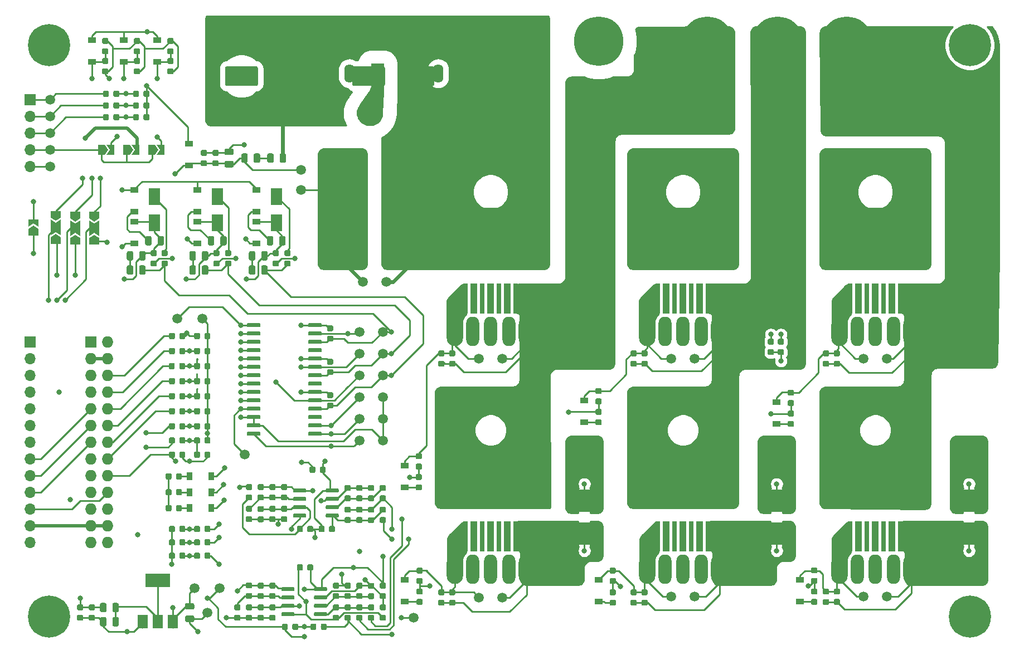
<source format=gbr>
G04 #@! TF.GenerationSoftware,KiCad,Pcbnew,(5.1.5)-3*
G04 #@! TF.CreationDate,2020-12-06T21:02:03-03:00*
G04 #@! TF.ProjectId,InversorPMSM,496e7665-7273-46f7-9250-4d534d2e6b69,rev?*
G04 #@! TF.SameCoordinates,Original*
G04 #@! TF.FileFunction,Copper,L1,Top*
G04 #@! TF.FilePolarity,Positive*
%FSLAX46Y46*%
G04 Gerber Fmt 4.6, Leading zero omitted, Abs format (unit mm)*
G04 Created by KiCad (PCBNEW (5.1.5)-3) date 2020-12-06 21:02:03*
%MOMM*%
%LPD*%
G04 APERTURE LIST*
%ADD10O,1.600000X2.800000*%
%ADD11C,2.200000*%
%ADD12C,0.150000*%
%ADD13R,4.000000X3.400000*%
%ADD14R,0.600000X3.400000*%
%ADD15C,2.400000*%
%ADD16R,2.400000X2.400000*%
%ADD17C,1.500000*%
%ADD18R,1.800000X2.500000*%
%ADD19O,1.700000X1.700000*%
%ADD20R,1.700000X1.700000*%
%ADD21C,0.800000*%
%ADD22C,7.500000*%
%ADD23R,1.200000X0.900000*%
%ADD24C,6.400000*%
%ADD25R,0.900000X1.200000*%
%ADD26O,1.727200X1.727200*%
%ADD27R,1.727200X1.727200*%
%ADD28R,1.100000X4.600000*%
%ADD29R,0.800000X4.600000*%
%ADD30R,10.800000X9.400000*%
%ADD31O,2.000000X4.500000*%
%ADD32O,2.500000X4.500000*%
%ADD33R,1.500000X2.000000*%
%ADD34R,3.800000X2.000000*%
%ADD35C,2.500000*%
%ADD36C,0.250000*%
%ADD37C,0.600000*%
%ADD38C,1.000000*%
%ADD39C,0.500000*%
%ADD40C,0.254000*%
G04 APERTURE END LIST*
D10*
X147847000Y-68422000D03*
X134347000Y-68422000D03*
D11*
X138557000Y-71247000D03*
X143637000Y-71247000D03*
G04 #@! TA.AperFunction,ComponentPad*
D12*
G36*
X139606755Y-66943461D02*
G01*
X139616134Y-66946306D01*
X139624779Y-66950927D01*
X139632355Y-66957145D01*
X139638573Y-66964721D01*
X139643194Y-66973366D01*
X139646039Y-66982745D01*
X139647000Y-66992500D01*
X139647000Y-71247000D01*
X139646280Y-71254304D01*
X139648974Y-71261058D01*
X139650760Y-71270695D01*
X139650880Y-71277399D01*
X139495940Y-74424459D01*
X139494591Y-74433541D01*
X139494591Y-74520135D01*
X139475353Y-74715461D01*
X139437063Y-74907960D01*
X139380088Y-75095780D01*
X139304979Y-75277110D01*
X139212457Y-75450205D01*
X139103415Y-75613399D01*
X138978902Y-75765118D01*
X138840118Y-75903902D01*
X138688399Y-76028415D01*
X138525205Y-76137457D01*
X138352110Y-76229979D01*
X138170780Y-76305088D01*
X137982960Y-76362063D01*
X137790461Y-76400353D01*
X137595135Y-76419591D01*
X137398865Y-76419591D01*
X137203539Y-76400353D01*
X137011040Y-76362063D01*
X136823220Y-76305088D01*
X136641890Y-76229979D01*
X136468795Y-76137457D01*
X136305601Y-76028415D01*
X136153882Y-75903902D01*
X136015098Y-75765118D01*
X135890585Y-75613399D01*
X135781543Y-75450205D01*
X135689021Y-75277110D01*
X135613912Y-75095780D01*
X135556937Y-74907960D01*
X135518647Y-74715461D01*
X135499409Y-74520135D01*
X135499409Y-74323865D01*
X135518647Y-74128539D01*
X135556937Y-73936040D01*
X135613912Y-73748220D01*
X135689021Y-73566890D01*
X135715688Y-73517000D01*
X135715833Y-73516408D01*
X135721546Y-73505043D01*
X135724116Y-73501232D01*
X135781543Y-73393795D01*
X135890585Y-73230601D01*
X135980640Y-73120869D01*
X137563046Y-70774543D01*
X137569297Y-70766993D01*
X137576901Y-70760807D01*
X137588689Y-70755066D01*
X137664860Y-70729676D01*
X137664860Y-66992500D01*
X137665821Y-66982745D01*
X137668666Y-66973366D01*
X137673287Y-66964721D01*
X137679505Y-66957145D01*
X137687081Y-66950927D01*
X137695726Y-66946306D01*
X137705105Y-66943461D01*
X137714860Y-66942500D01*
X139597000Y-66942500D01*
X139606755Y-66943461D01*
G37*
G04 #@! TD.AperFunction*
G04 #@! TA.AperFunction,ComponentPad*
G36*
X144472255Y-66943461D02*
G01*
X144481634Y-66946306D01*
X144490279Y-66950927D01*
X144497855Y-66957145D01*
X144504073Y-66964721D01*
X144508694Y-66973366D01*
X144511539Y-66982745D01*
X144512500Y-66992500D01*
X144512500Y-70616432D01*
X144531195Y-70632975D01*
X144539543Y-70642506D01*
X146179298Y-73079365D01*
X146303415Y-73230601D01*
X146412457Y-73393795D01*
X146504979Y-73566890D01*
X146580088Y-73748220D01*
X146637063Y-73936040D01*
X146675353Y-74128539D01*
X146694591Y-74323865D01*
X146694591Y-74520135D01*
X146675353Y-74715461D01*
X146637063Y-74907960D01*
X146580088Y-75095780D01*
X146504979Y-75277110D01*
X146412457Y-75450205D01*
X146303415Y-75613399D01*
X146178902Y-75765118D01*
X146040118Y-75903902D01*
X145888399Y-76028415D01*
X145725205Y-76137457D01*
X145552110Y-76229979D01*
X145370780Y-76305088D01*
X145182960Y-76362063D01*
X144990461Y-76400353D01*
X144795135Y-76419591D01*
X144598865Y-76419591D01*
X144403539Y-76400353D01*
X144211040Y-76362063D01*
X144023220Y-76305088D01*
X143841890Y-76229979D01*
X143668795Y-76137457D01*
X143505601Y-76028415D01*
X143353882Y-75903902D01*
X143215098Y-75765118D01*
X143090585Y-75613399D01*
X142981543Y-75450205D01*
X142889021Y-75277110D01*
X142813912Y-75095780D01*
X142756937Y-74907960D01*
X142718647Y-74715461D01*
X142704661Y-74573463D01*
X142701931Y-74568434D01*
X142699025Y-74559073D01*
X142698058Y-74551411D01*
X142539944Y-71276188D01*
X142538787Y-71274779D01*
X142534166Y-71266134D01*
X142531321Y-71256755D01*
X142530360Y-71247000D01*
X142530360Y-66992500D01*
X142531321Y-66982745D01*
X142534166Y-66973366D01*
X142538787Y-66964721D01*
X142545005Y-66957145D01*
X142552581Y-66950927D01*
X142561226Y-66946306D01*
X142570605Y-66943461D01*
X142580360Y-66942500D01*
X144462500Y-66942500D01*
X144472255Y-66943461D01*
G37*
G04 #@! TD.AperFunction*
D13*
X170053000Y-138390000D03*
D14*
X170053000Y-138390000D03*
X170053000Y-133390000D03*
D13*
X170053000Y-133390000D03*
X199263000Y-138390000D03*
D14*
X199263000Y-138390000D03*
X199263000Y-133390000D03*
D13*
X199263000Y-133390000D03*
X228473000Y-138390000D03*
D14*
X228473000Y-138390000D03*
X228473000Y-133390000D03*
D13*
X228473000Y-133390000D03*
G04 #@! TA.AperFunction,SMDPad,CuDef*
D12*
G36*
X139509405Y-67335445D02*
G01*
X139538527Y-67339764D01*
X139567085Y-67346918D01*
X139594805Y-67356836D01*
X139621419Y-67369424D01*
X139646671Y-67384559D01*
X139670318Y-67402097D01*
X139692132Y-67421868D01*
X139711903Y-67443682D01*
X139729441Y-67467329D01*
X139744576Y-67492581D01*
X139757164Y-67519195D01*
X139767082Y-67546915D01*
X139774236Y-67575473D01*
X139778555Y-67604595D01*
X139780000Y-67634000D01*
X139780000Y-70034000D01*
X139778555Y-70063405D01*
X139774236Y-70092527D01*
X139767082Y-70121085D01*
X139757164Y-70148805D01*
X139744576Y-70175419D01*
X139729441Y-70200671D01*
X139711903Y-70224318D01*
X139692132Y-70246132D01*
X139670318Y-70265903D01*
X139646671Y-70283441D01*
X139621419Y-70298576D01*
X139594805Y-70311164D01*
X139567085Y-70321082D01*
X139538527Y-70328236D01*
X139509405Y-70332555D01*
X139480000Y-70334000D01*
X135080000Y-70334000D01*
X135050595Y-70332555D01*
X135021473Y-70328236D01*
X134992915Y-70321082D01*
X134965195Y-70311164D01*
X134938581Y-70298576D01*
X134913329Y-70283441D01*
X134889682Y-70265903D01*
X134867868Y-70246132D01*
X134848097Y-70224318D01*
X134830559Y-70200671D01*
X134815424Y-70175419D01*
X134802836Y-70148805D01*
X134792918Y-70121085D01*
X134785764Y-70092527D01*
X134781445Y-70063405D01*
X134780000Y-70034000D01*
X134780000Y-67634000D01*
X134781445Y-67604595D01*
X134785764Y-67575473D01*
X134792918Y-67546915D01*
X134802836Y-67519195D01*
X134815424Y-67492581D01*
X134830559Y-67467329D01*
X134848097Y-67443682D01*
X134867868Y-67421868D01*
X134889682Y-67402097D01*
X134913329Y-67384559D01*
X134938581Y-67369424D01*
X134965195Y-67356836D01*
X134992915Y-67346918D01*
X135021473Y-67339764D01*
X135050595Y-67335445D01*
X135080000Y-67334000D01*
X139480000Y-67334000D01*
X139509405Y-67335445D01*
G37*
G04 #@! TD.AperFunction*
G04 #@! TA.AperFunction,SMDPad,CuDef*
G36*
X147009405Y-67335445D02*
G01*
X147038527Y-67339764D01*
X147067085Y-67346918D01*
X147094805Y-67356836D01*
X147121419Y-67369424D01*
X147146671Y-67384559D01*
X147170318Y-67402097D01*
X147192132Y-67421868D01*
X147211903Y-67443682D01*
X147229441Y-67467329D01*
X147244576Y-67492581D01*
X147257164Y-67519195D01*
X147267082Y-67546915D01*
X147274236Y-67575473D01*
X147278555Y-67604595D01*
X147280000Y-67634000D01*
X147280000Y-70034000D01*
X147278555Y-70063405D01*
X147274236Y-70092527D01*
X147267082Y-70121085D01*
X147257164Y-70148805D01*
X147244576Y-70175419D01*
X147229441Y-70200671D01*
X147211903Y-70224318D01*
X147192132Y-70246132D01*
X147170318Y-70265903D01*
X147146671Y-70283441D01*
X147121419Y-70298576D01*
X147094805Y-70311164D01*
X147067085Y-70321082D01*
X147038527Y-70328236D01*
X147009405Y-70332555D01*
X146980000Y-70334000D01*
X142580000Y-70334000D01*
X142550595Y-70332555D01*
X142521473Y-70328236D01*
X142492915Y-70321082D01*
X142465195Y-70311164D01*
X142438581Y-70298576D01*
X142413329Y-70283441D01*
X142389682Y-70265903D01*
X142367868Y-70246132D01*
X142348097Y-70224318D01*
X142330559Y-70200671D01*
X142315424Y-70175419D01*
X142302836Y-70148805D01*
X142292918Y-70121085D01*
X142285764Y-70092527D01*
X142281445Y-70063405D01*
X142280000Y-70034000D01*
X142280000Y-67634000D01*
X142281445Y-67604595D01*
X142285764Y-67575473D01*
X142292918Y-67546915D01*
X142302836Y-67519195D01*
X142315424Y-67492581D01*
X142330559Y-67467329D01*
X142348097Y-67443682D01*
X142367868Y-67421868D01*
X142389682Y-67402097D01*
X142413329Y-67384559D01*
X142438581Y-67369424D01*
X142465195Y-67356836D01*
X142492915Y-67346918D01*
X142521473Y-67339764D01*
X142550595Y-67335445D01*
X142580000Y-67334000D01*
X146980000Y-67334000D01*
X147009405Y-67335445D01*
G37*
G04 #@! TD.AperFunction*
D15*
X137280000Y-68834000D03*
D16*
X144780000Y-68834000D03*
D17*
X114681000Y-146685000D03*
X112776000Y-150368000D03*
X127000000Y-86106000D03*
X110871000Y-146685000D03*
D18*
X123317000Y-91154000D03*
X123317000Y-87154000D03*
X114300000Y-91154000D03*
X114300000Y-87154000D03*
X104775000Y-91154000D03*
X104775000Y-87154000D03*
G04 #@! TA.AperFunction,SMDPad,CuDef*
D12*
G36*
X109231691Y-123732053D02*
G01*
X109252926Y-123735203D01*
X109273750Y-123740419D01*
X109293962Y-123747651D01*
X109313368Y-123756830D01*
X109331781Y-123767866D01*
X109349024Y-123780654D01*
X109364930Y-123795070D01*
X109379346Y-123810976D01*
X109392134Y-123828219D01*
X109403170Y-123846632D01*
X109412349Y-123866038D01*
X109419581Y-123886250D01*
X109424797Y-123907074D01*
X109427947Y-123928309D01*
X109429000Y-123949750D01*
X109429000Y-124462250D01*
X109427947Y-124483691D01*
X109424797Y-124504926D01*
X109419581Y-124525750D01*
X109412349Y-124545962D01*
X109403170Y-124565368D01*
X109392134Y-124583781D01*
X109379346Y-124601024D01*
X109364930Y-124616930D01*
X109349024Y-124631346D01*
X109331781Y-124644134D01*
X109313368Y-124655170D01*
X109293962Y-124664349D01*
X109273750Y-124671581D01*
X109252926Y-124676797D01*
X109231691Y-124679947D01*
X109210250Y-124681000D01*
X108772750Y-124681000D01*
X108751309Y-124679947D01*
X108730074Y-124676797D01*
X108709250Y-124671581D01*
X108689038Y-124664349D01*
X108669632Y-124655170D01*
X108651219Y-124644134D01*
X108633976Y-124631346D01*
X108618070Y-124616930D01*
X108603654Y-124601024D01*
X108590866Y-124583781D01*
X108579830Y-124565368D01*
X108570651Y-124545962D01*
X108563419Y-124525750D01*
X108558203Y-124504926D01*
X108555053Y-124483691D01*
X108554000Y-124462250D01*
X108554000Y-123949750D01*
X108555053Y-123928309D01*
X108558203Y-123907074D01*
X108563419Y-123886250D01*
X108570651Y-123866038D01*
X108579830Y-123846632D01*
X108590866Y-123828219D01*
X108603654Y-123810976D01*
X108618070Y-123795070D01*
X108633976Y-123780654D01*
X108651219Y-123767866D01*
X108669632Y-123756830D01*
X108689038Y-123747651D01*
X108709250Y-123740419D01*
X108730074Y-123735203D01*
X108751309Y-123732053D01*
X108772750Y-123731000D01*
X109210250Y-123731000D01*
X109231691Y-123732053D01*
G37*
G04 #@! TD.AperFunction*
G04 #@! TA.AperFunction,SMDPad,CuDef*
G36*
X107656691Y-123732053D02*
G01*
X107677926Y-123735203D01*
X107698750Y-123740419D01*
X107718962Y-123747651D01*
X107738368Y-123756830D01*
X107756781Y-123767866D01*
X107774024Y-123780654D01*
X107789930Y-123795070D01*
X107804346Y-123810976D01*
X107817134Y-123828219D01*
X107828170Y-123846632D01*
X107837349Y-123866038D01*
X107844581Y-123886250D01*
X107849797Y-123907074D01*
X107852947Y-123928309D01*
X107854000Y-123949750D01*
X107854000Y-124462250D01*
X107852947Y-124483691D01*
X107849797Y-124504926D01*
X107844581Y-124525750D01*
X107837349Y-124545962D01*
X107828170Y-124565368D01*
X107817134Y-124583781D01*
X107804346Y-124601024D01*
X107789930Y-124616930D01*
X107774024Y-124631346D01*
X107756781Y-124644134D01*
X107738368Y-124655170D01*
X107718962Y-124664349D01*
X107698750Y-124671581D01*
X107677926Y-124676797D01*
X107656691Y-124679947D01*
X107635250Y-124681000D01*
X107197750Y-124681000D01*
X107176309Y-124679947D01*
X107155074Y-124676797D01*
X107134250Y-124671581D01*
X107114038Y-124664349D01*
X107094632Y-124655170D01*
X107076219Y-124644134D01*
X107058976Y-124631346D01*
X107043070Y-124616930D01*
X107028654Y-124601024D01*
X107015866Y-124583781D01*
X107004830Y-124565368D01*
X106995651Y-124545962D01*
X106988419Y-124525750D01*
X106983203Y-124504926D01*
X106980053Y-124483691D01*
X106979000Y-124462250D01*
X106979000Y-123949750D01*
X106980053Y-123928309D01*
X106983203Y-123907074D01*
X106988419Y-123886250D01*
X106995651Y-123866038D01*
X107004830Y-123846632D01*
X107015866Y-123828219D01*
X107028654Y-123810976D01*
X107043070Y-123795070D01*
X107058976Y-123780654D01*
X107076219Y-123767866D01*
X107094632Y-123756830D01*
X107114038Y-123747651D01*
X107134250Y-123740419D01*
X107155074Y-123735203D01*
X107176309Y-123732053D01*
X107197750Y-123731000D01*
X107635250Y-123731000D01*
X107656691Y-123732053D01*
G37*
G04 #@! TD.AperFunction*
G04 #@! TA.AperFunction,SMDPad,CuDef*
G36*
X111466691Y-125891053D02*
G01*
X111487926Y-125894203D01*
X111508750Y-125899419D01*
X111528962Y-125906651D01*
X111548368Y-125915830D01*
X111566781Y-125926866D01*
X111584024Y-125939654D01*
X111599930Y-125954070D01*
X111614346Y-125969976D01*
X111627134Y-125987219D01*
X111638170Y-126005632D01*
X111647349Y-126025038D01*
X111654581Y-126045250D01*
X111659797Y-126066074D01*
X111662947Y-126087309D01*
X111664000Y-126108750D01*
X111664000Y-126621250D01*
X111662947Y-126642691D01*
X111659797Y-126663926D01*
X111654581Y-126684750D01*
X111647349Y-126704962D01*
X111638170Y-126724368D01*
X111627134Y-126742781D01*
X111614346Y-126760024D01*
X111599930Y-126775930D01*
X111584024Y-126790346D01*
X111566781Y-126803134D01*
X111548368Y-126814170D01*
X111528962Y-126823349D01*
X111508750Y-126830581D01*
X111487926Y-126835797D01*
X111466691Y-126838947D01*
X111445250Y-126840000D01*
X111007750Y-126840000D01*
X110986309Y-126838947D01*
X110965074Y-126835797D01*
X110944250Y-126830581D01*
X110924038Y-126823349D01*
X110904632Y-126814170D01*
X110886219Y-126803134D01*
X110868976Y-126790346D01*
X110853070Y-126775930D01*
X110838654Y-126760024D01*
X110825866Y-126742781D01*
X110814830Y-126724368D01*
X110805651Y-126704962D01*
X110798419Y-126684750D01*
X110793203Y-126663926D01*
X110790053Y-126642691D01*
X110789000Y-126621250D01*
X110789000Y-126108750D01*
X110790053Y-126087309D01*
X110793203Y-126066074D01*
X110798419Y-126045250D01*
X110805651Y-126025038D01*
X110814830Y-126005632D01*
X110825866Y-125987219D01*
X110838654Y-125969976D01*
X110853070Y-125954070D01*
X110868976Y-125939654D01*
X110886219Y-125926866D01*
X110904632Y-125915830D01*
X110924038Y-125906651D01*
X110944250Y-125899419D01*
X110965074Y-125894203D01*
X110986309Y-125891053D01*
X111007750Y-125890000D01*
X111445250Y-125890000D01*
X111466691Y-125891053D01*
G37*
G04 #@! TD.AperFunction*
G04 #@! TA.AperFunction,SMDPad,CuDef*
G36*
X113041691Y-125891053D02*
G01*
X113062926Y-125894203D01*
X113083750Y-125899419D01*
X113103962Y-125906651D01*
X113123368Y-125915830D01*
X113141781Y-125926866D01*
X113159024Y-125939654D01*
X113174930Y-125954070D01*
X113189346Y-125969976D01*
X113202134Y-125987219D01*
X113213170Y-126005632D01*
X113222349Y-126025038D01*
X113229581Y-126045250D01*
X113234797Y-126066074D01*
X113237947Y-126087309D01*
X113239000Y-126108750D01*
X113239000Y-126621250D01*
X113237947Y-126642691D01*
X113234797Y-126663926D01*
X113229581Y-126684750D01*
X113222349Y-126704962D01*
X113213170Y-126724368D01*
X113202134Y-126742781D01*
X113189346Y-126760024D01*
X113174930Y-126775930D01*
X113159024Y-126790346D01*
X113141781Y-126803134D01*
X113123368Y-126814170D01*
X113103962Y-126823349D01*
X113083750Y-126830581D01*
X113062926Y-126835797D01*
X113041691Y-126838947D01*
X113020250Y-126840000D01*
X112582750Y-126840000D01*
X112561309Y-126838947D01*
X112540074Y-126835797D01*
X112519250Y-126830581D01*
X112499038Y-126823349D01*
X112479632Y-126814170D01*
X112461219Y-126803134D01*
X112443976Y-126790346D01*
X112428070Y-126775930D01*
X112413654Y-126760024D01*
X112400866Y-126742781D01*
X112389830Y-126724368D01*
X112380651Y-126704962D01*
X112373419Y-126684750D01*
X112368203Y-126663926D01*
X112365053Y-126642691D01*
X112364000Y-126621250D01*
X112364000Y-126108750D01*
X112365053Y-126087309D01*
X112368203Y-126066074D01*
X112373419Y-126045250D01*
X112380651Y-126025038D01*
X112389830Y-126005632D01*
X112400866Y-125987219D01*
X112413654Y-125969976D01*
X112428070Y-125954070D01*
X112443976Y-125939654D01*
X112461219Y-125926866D01*
X112479632Y-125915830D01*
X112499038Y-125906651D01*
X112519250Y-125899419D01*
X112540074Y-125894203D01*
X112561309Y-125891053D01*
X112582750Y-125890000D01*
X113020250Y-125890000D01*
X113041691Y-125891053D01*
G37*
G04 #@! TD.AperFunction*
G04 #@! TA.AperFunction,SMDPad,CuDef*
G36*
X107656691Y-125891053D02*
G01*
X107677926Y-125894203D01*
X107698750Y-125899419D01*
X107718962Y-125906651D01*
X107738368Y-125915830D01*
X107756781Y-125926866D01*
X107774024Y-125939654D01*
X107789930Y-125954070D01*
X107804346Y-125969976D01*
X107817134Y-125987219D01*
X107828170Y-126005632D01*
X107837349Y-126025038D01*
X107844581Y-126045250D01*
X107849797Y-126066074D01*
X107852947Y-126087309D01*
X107854000Y-126108750D01*
X107854000Y-126621250D01*
X107852947Y-126642691D01*
X107849797Y-126663926D01*
X107844581Y-126684750D01*
X107837349Y-126704962D01*
X107828170Y-126724368D01*
X107817134Y-126742781D01*
X107804346Y-126760024D01*
X107789930Y-126775930D01*
X107774024Y-126790346D01*
X107756781Y-126803134D01*
X107738368Y-126814170D01*
X107718962Y-126823349D01*
X107698750Y-126830581D01*
X107677926Y-126835797D01*
X107656691Y-126838947D01*
X107635250Y-126840000D01*
X107197750Y-126840000D01*
X107176309Y-126838947D01*
X107155074Y-126835797D01*
X107134250Y-126830581D01*
X107114038Y-126823349D01*
X107094632Y-126814170D01*
X107076219Y-126803134D01*
X107058976Y-126790346D01*
X107043070Y-126775930D01*
X107028654Y-126760024D01*
X107015866Y-126742781D01*
X107004830Y-126724368D01*
X106995651Y-126704962D01*
X106988419Y-126684750D01*
X106983203Y-126663926D01*
X106980053Y-126642691D01*
X106979000Y-126621250D01*
X106979000Y-126108750D01*
X106980053Y-126087309D01*
X106983203Y-126066074D01*
X106988419Y-126045250D01*
X106995651Y-126025038D01*
X107004830Y-126005632D01*
X107015866Y-125987219D01*
X107028654Y-125969976D01*
X107043070Y-125954070D01*
X107058976Y-125939654D01*
X107076219Y-125926866D01*
X107094632Y-125915830D01*
X107114038Y-125906651D01*
X107134250Y-125899419D01*
X107155074Y-125894203D01*
X107176309Y-125891053D01*
X107197750Y-125890000D01*
X107635250Y-125890000D01*
X107656691Y-125891053D01*
G37*
G04 #@! TD.AperFunction*
G04 #@! TA.AperFunction,SMDPad,CuDef*
G36*
X109231691Y-125891053D02*
G01*
X109252926Y-125894203D01*
X109273750Y-125899419D01*
X109293962Y-125906651D01*
X109313368Y-125915830D01*
X109331781Y-125926866D01*
X109349024Y-125939654D01*
X109364930Y-125954070D01*
X109379346Y-125969976D01*
X109392134Y-125987219D01*
X109403170Y-126005632D01*
X109412349Y-126025038D01*
X109419581Y-126045250D01*
X109424797Y-126066074D01*
X109427947Y-126087309D01*
X109429000Y-126108750D01*
X109429000Y-126621250D01*
X109427947Y-126642691D01*
X109424797Y-126663926D01*
X109419581Y-126684750D01*
X109412349Y-126704962D01*
X109403170Y-126724368D01*
X109392134Y-126742781D01*
X109379346Y-126760024D01*
X109364930Y-126775930D01*
X109349024Y-126790346D01*
X109331781Y-126803134D01*
X109313368Y-126814170D01*
X109293962Y-126823349D01*
X109273750Y-126830581D01*
X109252926Y-126835797D01*
X109231691Y-126838947D01*
X109210250Y-126840000D01*
X108772750Y-126840000D01*
X108751309Y-126838947D01*
X108730074Y-126835797D01*
X108709250Y-126830581D01*
X108689038Y-126823349D01*
X108669632Y-126814170D01*
X108651219Y-126803134D01*
X108633976Y-126790346D01*
X108618070Y-126775930D01*
X108603654Y-126760024D01*
X108590866Y-126742781D01*
X108579830Y-126724368D01*
X108570651Y-126704962D01*
X108563419Y-126684750D01*
X108558203Y-126663926D01*
X108555053Y-126642691D01*
X108554000Y-126621250D01*
X108554000Y-126108750D01*
X108555053Y-126087309D01*
X108558203Y-126066074D01*
X108563419Y-126045250D01*
X108570651Y-126025038D01*
X108579830Y-126005632D01*
X108590866Y-125987219D01*
X108603654Y-125969976D01*
X108618070Y-125954070D01*
X108633976Y-125939654D01*
X108651219Y-125926866D01*
X108669632Y-125915830D01*
X108689038Y-125906651D01*
X108709250Y-125899419D01*
X108730074Y-125894203D01*
X108751309Y-125891053D01*
X108772750Y-125890000D01*
X109210250Y-125890000D01*
X109231691Y-125891053D01*
G37*
G04 #@! TD.AperFunction*
G04 #@! TA.AperFunction,SMDPad,CuDef*
G36*
X113041691Y-141258053D02*
G01*
X113062926Y-141261203D01*
X113083750Y-141266419D01*
X113103962Y-141273651D01*
X113123368Y-141282830D01*
X113141781Y-141293866D01*
X113159024Y-141306654D01*
X113174930Y-141321070D01*
X113189346Y-141336976D01*
X113202134Y-141354219D01*
X113213170Y-141372632D01*
X113222349Y-141392038D01*
X113229581Y-141412250D01*
X113234797Y-141433074D01*
X113237947Y-141454309D01*
X113239000Y-141475750D01*
X113239000Y-141988250D01*
X113237947Y-142009691D01*
X113234797Y-142030926D01*
X113229581Y-142051750D01*
X113222349Y-142071962D01*
X113213170Y-142091368D01*
X113202134Y-142109781D01*
X113189346Y-142127024D01*
X113174930Y-142142930D01*
X113159024Y-142157346D01*
X113141781Y-142170134D01*
X113123368Y-142181170D01*
X113103962Y-142190349D01*
X113083750Y-142197581D01*
X113062926Y-142202797D01*
X113041691Y-142205947D01*
X113020250Y-142207000D01*
X112582750Y-142207000D01*
X112561309Y-142205947D01*
X112540074Y-142202797D01*
X112519250Y-142197581D01*
X112499038Y-142190349D01*
X112479632Y-142181170D01*
X112461219Y-142170134D01*
X112443976Y-142157346D01*
X112428070Y-142142930D01*
X112413654Y-142127024D01*
X112400866Y-142109781D01*
X112389830Y-142091368D01*
X112380651Y-142071962D01*
X112373419Y-142051750D01*
X112368203Y-142030926D01*
X112365053Y-142009691D01*
X112364000Y-141988250D01*
X112364000Y-141475750D01*
X112365053Y-141454309D01*
X112368203Y-141433074D01*
X112373419Y-141412250D01*
X112380651Y-141392038D01*
X112389830Y-141372632D01*
X112400866Y-141354219D01*
X112413654Y-141336976D01*
X112428070Y-141321070D01*
X112443976Y-141306654D01*
X112461219Y-141293866D01*
X112479632Y-141282830D01*
X112499038Y-141273651D01*
X112519250Y-141266419D01*
X112540074Y-141261203D01*
X112561309Y-141258053D01*
X112582750Y-141257000D01*
X113020250Y-141257000D01*
X113041691Y-141258053D01*
G37*
G04 #@! TD.AperFunction*
G04 #@! TA.AperFunction,SMDPad,CuDef*
G36*
X111466691Y-141258053D02*
G01*
X111487926Y-141261203D01*
X111508750Y-141266419D01*
X111528962Y-141273651D01*
X111548368Y-141282830D01*
X111566781Y-141293866D01*
X111584024Y-141306654D01*
X111599930Y-141321070D01*
X111614346Y-141336976D01*
X111627134Y-141354219D01*
X111638170Y-141372632D01*
X111647349Y-141392038D01*
X111654581Y-141412250D01*
X111659797Y-141433074D01*
X111662947Y-141454309D01*
X111664000Y-141475750D01*
X111664000Y-141988250D01*
X111662947Y-142009691D01*
X111659797Y-142030926D01*
X111654581Y-142051750D01*
X111647349Y-142071962D01*
X111638170Y-142091368D01*
X111627134Y-142109781D01*
X111614346Y-142127024D01*
X111599930Y-142142930D01*
X111584024Y-142157346D01*
X111566781Y-142170134D01*
X111548368Y-142181170D01*
X111528962Y-142190349D01*
X111508750Y-142197581D01*
X111487926Y-142202797D01*
X111466691Y-142205947D01*
X111445250Y-142207000D01*
X111007750Y-142207000D01*
X110986309Y-142205947D01*
X110965074Y-142202797D01*
X110944250Y-142197581D01*
X110924038Y-142190349D01*
X110904632Y-142181170D01*
X110886219Y-142170134D01*
X110868976Y-142157346D01*
X110853070Y-142142930D01*
X110838654Y-142127024D01*
X110825866Y-142109781D01*
X110814830Y-142091368D01*
X110805651Y-142071962D01*
X110798419Y-142051750D01*
X110793203Y-142030926D01*
X110790053Y-142009691D01*
X110789000Y-141988250D01*
X110789000Y-141475750D01*
X110790053Y-141454309D01*
X110793203Y-141433074D01*
X110798419Y-141412250D01*
X110805651Y-141392038D01*
X110814830Y-141372632D01*
X110825866Y-141354219D01*
X110838654Y-141336976D01*
X110853070Y-141321070D01*
X110868976Y-141306654D01*
X110886219Y-141293866D01*
X110904632Y-141282830D01*
X110924038Y-141273651D01*
X110944250Y-141266419D01*
X110965074Y-141261203D01*
X110986309Y-141258053D01*
X111007750Y-141257000D01*
X111445250Y-141257000D01*
X111466691Y-141258053D01*
G37*
G04 #@! TD.AperFunction*
G04 #@! TA.AperFunction,SMDPad,CuDef*
G36*
X113041691Y-139226053D02*
G01*
X113062926Y-139229203D01*
X113083750Y-139234419D01*
X113103962Y-139241651D01*
X113123368Y-139250830D01*
X113141781Y-139261866D01*
X113159024Y-139274654D01*
X113174930Y-139289070D01*
X113189346Y-139304976D01*
X113202134Y-139322219D01*
X113213170Y-139340632D01*
X113222349Y-139360038D01*
X113229581Y-139380250D01*
X113234797Y-139401074D01*
X113237947Y-139422309D01*
X113239000Y-139443750D01*
X113239000Y-139956250D01*
X113237947Y-139977691D01*
X113234797Y-139998926D01*
X113229581Y-140019750D01*
X113222349Y-140039962D01*
X113213170Y-140059368D01*
X113202134Y-140077781D01*
X113189346Y-140095024D01*
X113174930Y-140110930D01*
X113159024Y-140125346D01*
X113141781Y-140138134D01*
X113123368Y-140149170D01*
X113103962Y-140158349D01*
X113083750Y-140165581D01*
X113062926Y-140170797D01*
X113041691Y-140173947D01*
X113020250Y-140175000D01*
X112582750Y-140175000D01*
X112561309Y-140173947D01*
X112540074Y-140170797D01*
X112519250Y-140165581D01*
X112499038Y-140158349D01*
X112479632Y-140149170D01*
X112461219Y-140138134D01*
X112443976Y-140125346D01*
X112428070Y-140110930D01*
X112413654Y-140095024D01*
X112400866Y-140077781D01*
X112389830Y-140059368D01*
X112380651Y-140039962D01*
X112373419Y-140019750D01*
X112368203Y-139998926D01*
X112365053Y-139977691D01*
X112364000Y-139956250D01*
X112364000Y-139443750D01*
X112365053Y-139422309D01*
X112368203Y-139401074D01*
X112373419Y-139380250D01*
X112380651Y-139360038D01*
X112389830Y-139340632D01*
X112400866Y-139322219D01*
X112413654Y-139304976D01*
X112428070Y-139289070D01*
X112443976Y-139274654D01*
X112461219Y-139261866D01*
X112479632Y-139250830D01*
X112499038Y-139241651D01*
X112519250Y-139234419D01*
X112540074Y-139229203D01*
X112561309Y-139226053D01*
X112582750Y-139225000D01*
X113020250Y-139225000D01*
X113041691Y-139226053D01*
G37*
G04 #@! TD.AperFunction*
G04 #@! TA.AperFunction,SMDPad,CuDef*
G36*
X111466691Y-139226053D02*
G01*
X111487926Y-139229203D01*
X111508750Y-139234419D01*
X111528962Y-139241651D01*
X111548368Y-139250830D01*
X111566781Y-139261866D01*
X111584024Y-139274654D01*
X111599930Y-139289070D01*
X111614346Y-139304976D01*
X111627134Y-139322219D01*
X111638170Y-139340632D01*
X111647349Y-139360038D01*
X111654581Y-139380250D01*
X111659797Y-139401074D01*
X111662947Y-139422309D01*
X111664000Y-139443750D01*
X111664000Y-139956250D01*
X111662947Y-139977691D01*
X111659797Y-139998926D01*
X111654581Y-140019750D01*
X111647349Y-140039962D01*
X111638170Y-140059368D01*
X111627134Y-140077781D01*
X111614346Y-140095024D01*
X111599930Y-140110930D01*
X111584024Y-140125346D01*
X111566781Y-140138134D01*
X111548368Y-140149170D01*
X111528962Y-140158349D01*
X111508750Y-140165581D01*
X111487926Y-140170797D01*
X111466691Y-140173947D01*
X111445250Y-140175000D01*
X111007750Y-140175000D01*
X110986309Y-140173947D01*
X110965074Y-140170797D01*
X110944250Y-140165581D01*
X110924038Y-140158349D01*
X110904632Y-140149170D01*
X110886219Y-140138134D01*
X110868976Y-140125346D01*
X110853070Y-140110930D01*
X110838654Y-140095024D01*
X110825866Y-140077781D01*
X110814830Y-140059368D01*
X110805651Y-140039962D01*
X110798419Y-140019750D01*
X110793203Y-139998926D01*
X110790053Y-139977691D01*
X110789000Y-139956250D01*
X110789000Y-139443750D01*
X110790053Y-139422309D01*
X110793203Y-139401074D01*
X110798419Y-139380250D01*
X110805651Y-139360038D01*
X110814830Y-139340632D01*
X110825866Y-139322219D01*
X110838654Y-139304976D01*
X110853070Y-139289070D01*
X110868976Y-139274654D01*
X110886219Y-139261866D01*
X110904632Y-139250830D01*
X110924038Y-139241651D01*
X110944250Y-139234419D01*
X110965074Y-139229203D01*
X110986309Y-139226053D01*
X111007750Y-139225000D01*
X111445250Y-139225000D01*
X111466691Y-139226053D01*
G37*
G04 #@! TD.AperFunction*
G04 #@! TA.AperFunction,SMDPad,CuDef*
G36*
X113041691Y-137194053D02*
G01*
X113062926Y-137197203D01*
X113083750Y-137202419D01*
X113103962Y-137209651D01*
X113123368Y-137218830D01*
X113141781Y-137229866D01*
X113159024Y-137242654D01*
X113174930Y-137257070D01*
X113189346Y-137272976D01*
X113202134Y-137290219D01*
X113213170Y-137308632D01*
X113222349Y-137328038D01*
X113229581Y-137348250D01*
X113234797Y-137369074D01*
X113237947Y-137390309D01*
X113239000Y-137411750D01*
X113239000Y-137924250D01*
X113237947Y-137945691D01*
X113234797Y-137966926D01*
X113229581Y-137987750D01*
X113222349Y-138007962D01*
X113213170Y-138027368D01*
X113202134Y-138045781D01*
X113189346Y-138063024D01*
X113174930Y-138078930D01*
X113159024Y-138093346D01*
X113141781Y-138106134D01*
X113123368Y-138117170D01*
X113103962Y-138126349D01*
X113083750Y-138133581D01*
X113062926Y-138138797D01*
X113041691Y-138141947D01*
X113020250Y-138143000D01*
X112582750Y-138143000D01*
X112561309Y-138141947D01*
X112540074Y-138138797D01*
X112519250Y-138133581D01*
X112499038Y-138126349D01*
X112479632Y-138117170D01*
X112461219Y-138106134D01*
X112443976Y-138093346D01*
X112428070Y-138078930D01*
X112413654Y-138063024D01*
X112400866Y-138045781D01*
X112389830Y-138027368D01*
X112380651Y-138007962D01*
X112373419Y-137987750D01*
X112368203Y-137966926D01*
X112365053Y-137945691D01*
X112364000Y-137924250D01*
X112364000Y-137411750D01*
X112365053Y-137390309D01*
X112368203Y-137369074D01*
X112373419Y-137348250D01*
X112380651Y-137328038D01*
X112389830Y-137308632D01*
X112400866Y-137290219D01*
X112413654Y-137272976D01*
X112428070Y-137257070D01*
X112443976Y-137242654D01*
X112461219Y-137229866D01*
X112479632Y-137218830D01*
X112499038Y-137209651D01*
X112519250Y-137202419D01*
X112540074Y-137197203D01*
X112561309Y-137194053D01*
X112582750Y-137193000D01*
X113020250Y-137193000D01*
X113041691Y-137194053D01*
G37*
G04 #@! TD.AperFunction*
G04 #@! TA.AperFunction,SMDPad,CuDef*
G36*
X111466691Y-137194053D02*
G01*
X111487926Y-137197203D01*
X111508750Y-137202419D01*
X111528962Y-137209651D01*
X111548368Y-137218830D01*
X111566781Y-137229866D01*
X111584024Y-137242654D01*
X111599930Y-137257070D01*
X111614346Y-137272976D01*
X111627134Y-137290219D01*
X111638170Y-137308632D01*
X111647349Y-137328038D01*
X111654581Y-137348250D01*
X111659797Y-137369074D01*
X111662947Y-137390309D01*
X111664000Y-137411750D01*
X111664000Y-137924250D01*
X111662947Y-137945691D01*
X111659797Y-137966926D01*
X111654581Y-137987750D01*
X111647349Y-138007962D01*
X111638170Y-138027368D01*
X111627134Y-138045781D01*
X111614346Y-138063024D01*
X111599930Y-138078930D01*
X111584024Y-138093346D01*
X111566781Y-138106134D01*
X111548368Y-138117170D01*
X111528962Y-138126349D01*
X111508750Y-138133581D01*
X111487926Y-138138797D01*
X111466691Y-138141947D01*
X111445250Y-138143000D01*
X111007750Y-138143000D01*
X110986309Y-138141947D01*
X110965074Y-138138797D01*
X110944250Y-138133581D01*
X110924038Y-138126349D01*
X110904632Y-138117170D01*
X110886219Y-138106134D01*
X110868976Y-138093346D01*
X110853070Y-138078930D01*
X110838654Y-138063024D01*
X110825866Y-138045781D01*
X110814830Y-138027368D01*
X110805651Y-138007962D01*
X110798419Y-137987750D01*
X110793203Y-137966926D01*
X110790053Y-137945691D01*
X110789000Y-137924250D01*
X110789000Y-137411750D01*
X110790053Y-137390309D01*
X110793203Y-137369074D01*
X110798419Y-137348250D01*
X110805651Y-137328038D01*
X110814830Y-137308632D01*
X110825866Y-137290219D01*
X110838654Y-137272976D01*
X110853070Y-137257070D01*
X110868976Y-137242654D01*
X110886219Y-137229866D01*
X110904632Y-137218830D01*
X110924038Y-137209651D01*
X110944250Y-137202419D01*
X110965074Y-137197203D01*
X110986309Y-137194053D01*
X111007750Y-137193000D01*
X111445250Y-137193000D01*
X111466691Y-137194053D01*
G37*
G04 #@! TD.AperFunction*
G04 #@! TA.AperFunction,SMDPad,CuDef*
G36*
X113041691Y-123732053D02*
G01*
X113062926Y-123735203D01*
X113083750Y-123740419D01*
X113103962Y-123747651D01*
X113123368Y-123756830D01*
X113141781Y-123767866D01*
X113159024Y-123780654D01*
X113174930Y-123795070D01*
X113189346Y-123810976D01*
X113202134Y-123828219D01*
X113213170Y-123846632D01*
X113222349Y-123866038D01*
X113229581Y-123886250D01*
X113234797Y-123907074D01*
X113237947Y-123928309D01*
X113239000Y-123949750D01*
X113239000Y-124462250D01*
X113237947Y-124483691D01*
X113234797Y-124504926D01*
X113229581Y-124525750D01*
X113222349Y-124545962D01*
X113213170Y-124565368D01*
X113202134Y-124583781D01*
X113189346Y-124601024D01*
X113174930Y-124616930D01*
X113159024Y-124631346D01*
X113141781Y-124644134D01*
X113123368Y-124655170D01*
X113103962Y-124664349D01*
X113083750Y-124671581D01*
X113062926Y-124676797D01*
X113041691Y-124679947D01*
X113020250Y-124681000D01*
X112582750Y-124681000D01*
X112561309Y-124679947D01*
X112540074Y-124676797D01*
X112519250Y-124671581D01*
X112499038Y-124664349D01*
X112479632Y-124655170D01*
X112461219Y-124644134D01*
X112443976Y-124631346D01*
X112428070Y-124616930D01*
X112413654Y-124601024D01*
X112400866Y-124583781D01*
X112389830Y-124565368D01*
X112380651Y-124545962D01*
X112373419Y-124525750D01*
X112368203Y-124504926D01*
X112365053Y-124483691D01*
X112364000Y-124462250D01*
X112364000Y-123949750D01*
X112365053Y-123928309D01*
X112368203Y-123907074D01*
X112373419Y-123886250D01*
X112380651Y-123866038D01*
X112389830Y-123846632D01*
X112400866Y-123828219D01*
X112413654Y-123810976D01*
X112428070Y-123795070D01*
X112443976Y-123780654D01*
X112461219Y-123767866D01*
X112479632Y-123756830D01*
X112499038Y-123747651D01*
X112519250Y-123740419D01*
X112540074Y-123735203D01*
X112561309Y-123732053D01*
X112582750Y-123731000D01*
X113020250Y-123731000D01*
X113041691Y-123732053D01*
G37*
G04 #@! TD.AperFunction*
G04 #@! TA.AperFunction,SMDPad,CuDef*
G36*
X111466691Y-123732053D02*
G01*
X111487926Y-123735203D01*
X111508750Y-123740419D01*
X111528962Y-123747651D01*
X111548368Y-123756830D01*
X111566781Y-123767866D01*
X111584024Y-123780654D01*
X111599930Y-123795070D01*
X111614346Y-123810976D01*
X111627134Y-123828219D01*
X111638170Y-123846632D01*
X111647349Y-123866038D01*
X111654581Y-123886250D01*
X111659797Y-123907074D01*
X111662947Y-123928309D01*
X111664000Y-123949750D01*
X111664000Y-124462250D01*
X111662947Y-124483691D01*
X111659797Y-124504926D01*
X111654581Y-124525750D01*
X111647349Y-124545962D01*
X111638170Y-124565368D01*
X111627134Y-124583781D01*
X111614346Y-124601024D01*
X111599930Y-124616930D01*
X111584024Y-124631346D01*
X111566781Y-124644134D01*
X111548368Y-124655170D01*
X111528962Y-124664349D01*
X111508750Y-124671581D01*
X111487926Y-124676797D01*
X111466691Y-124679947D01*
X111445250Y-124681000D01*
X111007750Y-124681000D01*
X110986309Y-124679947D01*
X110965074Y-124676797D01*
X110944250Y-124671581D01*
X110924038Y-124664349D01*
X110904632Y-124655170D01*
X110886219Y-124644134D01*
X110868976Y-124631346D01*
X110853070Y-124616930D01*
X110838654Y-124601024D01*
X110825866Y-124583781D01*
X110814830Y-124565368D01*
X110805651Y-124545962D01*
X110798419Y-124525750D01*
X110793203Y-124504926D01*
X110790053Y-124483691D01*
X110789000Y-124462250D01*
X110789000Y-123949750D01*
X110790053Y-123928309D01*
X110793203Y-123907074D01*
X110798419Y-123886250D01*
X110805651Y-123866038D01*
X110814830Y-123846632D01*
X110825866Y-123828219D01*
X110838654Y-123810976D01*
X110853070Y-123795070D01*
X110868976Y-123780654D01*
X110886219Y-123767866D01*
X110904632Y-123756830D01*
X110924038Y-123747651D01*
X110944250Y-123740419D01*
X110965074Y-123735203D01*
X110986309Y-123732053D01*
X111007750Y-123731000D01*
X111445250Y-123731000D01*
X111466691Y-123732053D01*
G37*
G04 #@! TD.AperFunction*
G04 #@! TA.AperFunction,SMDPad,CuDef*
G36*
X107656691Y-141258053D02*
G01*
X107677926Y-141261203D01*
X107698750Y-141266419D01*
X107718962Y-141273651D01*
X107738368Y-141282830D01*
X107756781Y-141293866D01*
X107774024Y-141306654D01*
X107789930Y-141321070D01*
X107804346Y-141336976D01*
X107817134Y-141354219D01*
X107828170Y-141372632D01*
X107837349Y-141392038D01*
X107844581Y-141412250D01*
X107849797Y-141433074D01*
X107852947Y-141454309D01*
X107854000Y-141475750D01*
X107854000Y-141988250D01*
X107852947Y-142009691D01*
X107849797Y-142030926D01*
X107844581Y-142051750D01*
X107837349Y-142071962D01*
X107828170Y-142091368D01*
X107817134Y-142109781D01*
X107804346Y-142127024D01*
X107789930Y-142142930D01*
X107774024Y-142157346D01*
X107756781Y-142170134D01*
X107738368Y-142181170D01*
X107718962Y-142190349D01*
X107698750Y-142197581D01*
X107677926Y-142202797D01*
X107656691Y-142205947D01*
X107635250Y-142207000D01*
X107197750Y-142207000D01*
X107176309Y-142205947D01*
X107155074Y-142202797D01*
X107134250Y-142197581D01*
X107114038Y-142190349D01*
X107094632Y-142181170D01*
X107076219Y-142170134D01*
X107058976Y-142157346D01*
X107043070Y-142142930D01*
X107028654Y-142127024D01*
X107015866Y-142109781D01*
X107004830Y-142091368D01*
X106995651Y-142071962D01*
X106988419Y-142051750D01*
X106983203Y-142030926D01*
X106980053Y-142009691D01*
X106979000Y-141988250D01*
X106979000Y-141475750D01*
X106980053Y-141454309D01*
X106983203Y-141433074D01*
X106988419Y-141412250D01*
X106995651Y-141392038D01*
X107004830Y-141372632D01*
X107015866Y-141354219D01*
X107028654Y-141336976D01*
X107043070Y-141321070D01*
X107058976Y-141306654D01*
X107076219Y-141293866D01*
X107094632Y-141282830D01*
X107114038Y-141273651D01*
X107134250Y-141266419D01*
X107155074Y-141261203D01*
X107176309Y-141258053D01*
X107197750Y-141257000D01*
X107635250Y-141257000D01*
X107656691Y-141258053D01*
G37*
G04 #@! TD.AperFunction*
G04 #@! TA.AperFunction,SMDPad,CuDef*
G36*
X109231691Y-141258053D02*
G01*
X109252926Y-141261203D01*
X109273750Y-141266419D01*
X109293962Y-141273651D01*
X109313368Y-141282830D01*
X109331781Y-141293866D01*
X109349024Y-141306654D01*
X109364930Y-141321070D01*
X109379346Y-141336976D01*
X109392134Y-141354219D01*
X109403170Y-141372632D01*
X109412349Y-141392038D01*
X109419581Y-141412250D01*
X109424797Y-141433074D01*
X109427947Y-141454309D01*
X109429000Y-141475750D01*
X109429000Y-141988250D01*
X109427947Y-142009691D01*
X109424797Y-142030926D01*
X109419581Y-142051750D01*
X109412349Y-142071962D01*
X109403170Y-142091368D01*
X109392134Y-142109781D01*
X109379346Y-142127024D01*
X109364930Y-142142930D01*
X109349024Y-142157346D01*
X109331781Y-142170134D01*
X109313368Y-142181170D01*
X109293962Y-142190349D01*
X109273750Y-142197581D01*
X109252926Y-142202797D01*
X109231691Y-142205947D01*
X109210250Y-142207000D01*
X108772750Y-142207000D01*
X108751309Y-142205947D01*
X108730074Y-142202797D01*
X108709250Y-142197581D01*
X108689038Y-142190349D01*
X108669632Y-142181170D01*
X108651219Y-142170134D01*
X108633976Y-142157346D01*
X108618070Y-142142930D01*
X108603654Y-142127024D01*
X108590866Y-142109781D01*
X108579830Y-142091368D01*
X108570651Y-142071962D01*
X108563419Y-142051750D01*
X108558203Y-142030926D01*
X108555053Y-142009691D01*
X108554000Y-141988250D01*
X108554000Y-141475750D01*
X108555053Y-141454309D01*
X108558203Y-141433074D01*
X108563419Y-141412250D01*
X108570651Y-141392038D01*
X108579830Y-141372632D01*
X108590866Y-141354219D01*
X108603654Y-141336976D01*
X108618070Y-141321070D01*
X108633976Y-141306654D01*
X108651219Y-141293866D01*
X108669632Y-141282830D01*
X108689038Y-141273651D01*
X108709250Y-141266419D01*
X108730074Y-141261203D01*
X108751309Y-141258053D01*
X108772750Y-141257000D01*
X109210250Y-141257000D01*
X109231691Y-141258053D01*
G37*
G04 #@! TD.AperFunction*
G04 #@! TA.AperFunction,SMDPad,CuDef*
G36*
X107656691Y-139226053D02*
G01*
X107677926Y-139229203D01*
X107698750Y-139234419D01*
X107718962Y-139241651D01*
X107738368Y-139250830D01*
X107756781Y-139261866D01*
X107774024Y-139274654D01*
X107789930Y-139289070D01*
X107804346Y-139304976D01*
X107817134Y-139322219D01*
X107828170Y-139340632D01*
X107837349Y-139360038D01*
X107844581Y-139380250D01*
X107849797Y-139401074D01*
X107852947Y-139422309D01*
X107854000Y-139443750D01*
X107854000Y-139956250D01*
X107852947Y-139977691D01*
X107849797Y-139998926D01*
X107844581Y-140019750D01*
X107837349Y-140039962D01*
X107828170Y-140059368D01*
X107817134Y-140077781D01*
X107804346Y-140095024D01*
X107789930Y-140110930D01*
X107774024Y-140125346D01*
X107756781Y-140138134D01*
X107738368Y-140149170D01*
X107718962Y-140158349D01*
X107698750Y-140165581D01*
X107677926Y-140170797D01*
X107656691Y-140173947D01*
X107635250Y-140175000D01*
X107197750Y-140175000D01*
X107176309Y-140173947D01*
X107155074Y-140170797D01*
X107134250Y-140165581D01*
X107114038Y-140158349D01*
X107094632Y-140149170D01*
X107076219Y-140138134D01*
X107058976Y-140125346D01*
X107043070Y-140110930D01*
X107028654Y-140095024D01*
X107015866Y-140077781D01*
X107004830Y-140059368D01*
X106995651Y-140039962D01*
X106988419Y-140019750D01*
X106983203Y-139998926D01*
X106980053Y-139977691D01*
X106979000Y-139956250D01*
X106979000Y-139443750D01*
X106980053Y-139422309D01*
X106983203Y-139401074D01*
X106988419Y-139380250D01*
X106995651Y-139360038D01*
X107004830Y-139340632D01*
X107015866Y-139322219D01*
X107028654Y-139304976D01*
X107043070Y-139289070D01*
X107058976Y-139274654D01*
X107076219Y-139261866D01*
X107094632Y-139250830D01*
X107114038Y-139241651D01*
X107134250Y-139234419D01*
X107155074Y-139229203D01*
X107176309Y-139226053D01*
X107197750Y-139225000D01*
X107635250Y-139225000D01*
X107656691Y-139226053D01*
G37*
G04 #@! TD.AperFunction*
G04 #@! TA.AperFunction,SMDPad,CuDef*
G36*
X109231691Y-139226053D02*
G01*
X109252926Y-139229203D01*
X109273750Y-139234419D01*
X109293962Y-139241651D01*
X109313368Y-139250830D01*
X109331781Y-139261866D01*
X109349024Y-139274654D01*
X109364930Y-139289070D01*
X109379346Y-139304976D01*
X109392134Y-139322219D01*
X109403170Y-139340632D01*
X109412349Y-139360038D01*
X109419581Y-139380250D01*
X109424797Y-139401074D01*
X109427947Y-139422309D01*
X109429000Y-139443750D01*
X109429000Y-139956250D01*
X109427947Y-139977691D01*
X109424797Y-139998926D01*
X109419581Y-140019750D01*
X109412349Y-140039962D01*
X109403170Y-140059368D01*
X109392134Y-140077781D01*
X109379346Y-140095024D01*
X109364930Y-140110930D01*
X109349024Y-140125346D01*
X109331781Y-140138134D01*
X109313368Y-140149170D01*
X109293962Y-140158349D01*
X109273750Y-140165581D01*
X109252926Y-140170797D01*
X109231691Y-140173947D01*
X109210250Y-140175000D01*
X108772750Y-140175000D01*
X108751309Y-140173947D01*
X108730074Y-140170797D01*
X108709250Y-140165581D01*
X108689038Y-140158349D01*
X108669632Y-140149170D01*
X108651219Y-140138134D01*
X108633976Y-140125346D01*
X108618070Y-140110930D01*
X108603654Y-140095024D01*
X108590866Y-140077781D01*
X108579830Y-140059368D01*
X108570651Y-140039962D01*
X108563419Y-140019750D01*
X108558203Y-139998926D01*
X108555053Y-139977691D01*
X108554000Y-139956250D01*
X108554000Y-139443750D01*
X108555053Y-139422309D01*
X108558203Y-139401074D01*
X108563419Y-139380250D01*
X108570651Y-139360038D01*
X108579830Y-139340632D01*
X108590866Y-139322219D01*
X108603654Y-139304976D01*
X108618070Y-139289070D01*
X108633976Y-139274654D01*
X108651219Y-139261866D01*
X108669632Y-139250830D01*
X108689038Y-139241651D01*
X108709250Y-139234419D01*
X108730074Y-139229203D01*
X108751309Y-139226053D01*
X108772750Y-139225000D01*
X109210250Y-139225000D01*
X109231691Y-139226053D01*
G37*
G04 #@! TD.AperFunction*
G04 #@! TA.AperFunction,SMDPad,CuDef*
G36*
X107656691Y-137194053D02*
G01*
X107677926Y-137197203D01*
X107698750Y-137202419D01*
X107718962Y-137209651D01*
X107738368Y-137218830D01*
X107756781Y-137229866D01*
X107774024Y-137242654D01*
X107789930Y-137257070D01*
X107804346Y-137272976D01*
X107817134Y-137290219D01*
X107828170Y-137308632D01*
X107837349Y-137328038D01*
X107844581Y-137348250D01*
X107849797Y-137369074D01*
X107852947Y-137390309D01*
X107854000Y-137411750D01*
X107854000Y-137924250D01*
X107852947Y-137945691D01*
X107849797Y-137966926D01*
X107844581Y-137987750D01*
X107837349Y-138007962D01*
X107828170Y-138027368D01*
X107817134Y-138045781D01*
X107804346Y-138063024D01*
X107789930Y-138078930D01*
X107774024Y-138093346D01*
X107756781Y-138106134D01*
X107738368Y-138117170D01*
X107718962Y-138126349D01*
X107698750Y-138133581D01*
X107677926Y-138138797D01*
X107656691Y-138141947D01*
X107635250Y-138143000D01*
X107197750Y-138143000D01*
X107176309Y-138141947D01*
X107155074Y-138138797D01*
X107134250Y-138133581D01*
X107114038Y-138126349D01*
X107094632Y-138117170D01*
X107076219Y-138106134D01*
X107058976Y-138093346D01*
X107043070Y-138078930D01*
X107028654Y-138063024D01*
X107015866Y-138045781D01*
X107004830Y-138027368D01*
X106995651Y-138007962D01*
X106988419Y-137987750D01*
X106983203Y-137966926D01*
X106980053Y-137945691D01*
X106979000Y-137924250D01*
X106979000Y-137411750D01*
X106980053Y-137390309D01*
X106983203Y-137369074D01*
X106988419Y-137348250D01*
X106995651Y-137328038D01*
X107004830Y-137308632D01*
X107015866Y-137290219D01*
X107028654Y-137272976D01*
X107043070Y-137257070D01*
X107058976Y-137242654D01*
X107076219Y-137229866D01*
X107094632Y-137218830D01*
X107114038Y-137209651D01*
X107134250Y-137202419D01*
X107155074Y-137197203D01*
X107176309Y-137194053D01*
X107197750Y-137193000D01*
X107635250Y-137193000D01*
X107656691Y-137194053D01*
G37*
G04 #@! TD.AperFunction*
G04 #@! TA.AperFunction,SMDPad,CuDef*
G36*
X109231691Y-137194053D02*
G01*
X109252926Y-137197203D01*
X109273750Y-137202419D01*
X109293962Y-137209651D01*
X109313368Y-137218830D01*
X109331781Y-137229866D01*
X109349024Y-137242654D01*
X109364930Y-137257070D01*
X109379346Y-137272976D01*
X109392134Y-137290219D01*
X109403170Y-137308632D01*
X109412349Y-137328038D01*
X109419581Y-137348250D01*
X109424797Y-137369074D01*
X109427947Y-137390309D01*
X109429000Y-137411750D01*
X109429000Y-137924250D01*
X109427947Y-137945691D01*
X109424797Y-137966926D01*
X109419581Y-137987750D01*
X109412349Y-138007962D01*
X109403170Y-138027368D01*
X109392134Y-138045781D01*
X109379346Y-138063024D01*
X109364930Y-138078930D01*
X109349024Y-138093346D01*
X109331781Y-138106134D01*
X109313368Y-138117170D01*
X109293962Y-138126349D01*
X109273750Y-138133581D01*
X109252926Y-138138797D01*
X109231691Y-138141947D01*
X109210250Y-138143000D01*
X108772750Y-138143000D01*
X108751309Y-138141947D01*
X108730074Y-138138797D01*
X108709250Y-138133581D01*
X108689038Y-138126349D01*
X108669632Y-138117170D01*
X108651219Y-138106134D01*
X108633976Y-138093346D01*
X108618070Y-138078930D01*
X108603654Y-138063024D01*
X108590866Y-138045781D01*
X108579830Y-138027368D01*
X108570651Y-138007962D01*
X108563419Y-137987750D01*
X108558203Y-137966926D01*
X108555053Y-137945691D01*
X108554000Y-137924250D01*
X108554000Y-137411750D01*
X108555053Y-137390309D01*
X108558203Y-137369074D01*
X108563419Y-137348250D01*
X108570651Y-137328038D01*
X108579830Y-137308632D01*
X108590866Y-137290219D01*
X108603654Y-137272976D01*
X108618070Y-137257070D01*
X108633976Y-137242654D01*
X108651219Y-137229866D01*
X108669632Y-137218830D01*
X108689038Y-137209651D01*
X108709250Y-137202419D01*
X108730074Y-137197203D01*
X108751309Y-137194053D01*
X108772750Y-137193000D01*
X109210250Y-137193000D01*
X109231691Y-137194053D01*
G37*
G04 #@! TD.AperFunction*
D19*
X85852000Y-139700000D03*
X85852000Y-137160000D03*
X85852000Y-134620000D03*
X85852000Y-132080000D03*
X85852000Y-129540000D03*
X85852000Y-127000000D03*
X85852000Y-124460000D03*
X85852000Y-121920000D03*
X85852000Y-119380000D03*
X85852000Y-116840000D03*
X85852000Y-114300000D03*
X85852000Y-111760000D03*
D20*
X85852000Y-109220000D03*
G04 #@! TA.AperFunction,SMDPad,CuDef*
D12*
G36*
X200175691Y-110333053D02*
G01*
X200196926Y-110336203D01*
X200217750Y-110341419D01*
X200237962Y-110348651D01*
X200257368Y-110357830D01*
X200275781Y-110368866D01*
X200293024Y-110381654D01*
X200308930Y-110396070D01*
X200323346Y-110411976D01*
X200336134Y-110429219D01*
X200347170Y-110447632D01*
X200356349Y-110467038D01*
X200363581Y-110487250D01*
X200368797Y-110508074D01*
X200371947Y-110529309D01*
X200373000Y-110550750D01*
X200373000Y-110988250D01*
X200371947Y-111009691D01*
X200368797Y-111030926D01*
X200363581Y-111051750D01*
X200356349Y-111071962D01*
X200347170Y-111091368D01*
X200336134Y-111109781D01*
X200323346Y-111127024D01*
X200308930Y-111142930D01*
X200293024Y-111157346D01*
X200275781Y-111170134D01*
X200257368Y-111181170D01*
X200237962Y-111190349D01*
X200217750Y-111197581D01*
X200196926Y-111202797D01*
X200175691Y-111205947D01*
X200154250Y-111207000D01*
X199641750Y-111207000D01*
X199620309Y-111205947D01*
X199599074Y-111202797D01*
X199578250Y-111197581D01*
X199558038Y-111190349D01*
X199538632Y-111181170D01*
X199520219Y-111170134D01*
X199502976Y-111157346D01*
X199487070Y-111142930D01*
X199472654Y-111127024D01*
X199459866Y-111109781D01*
X199448830Y-111091368D01*
X199439651Y-111071962D01*
X199432419Y-111051750D01*
X199427203Y-111030926D01*
X199424053Y-111009691D01*
X199423000Y-110988250D01*
X199423000Y-110550750D01*
X199424053Y-110529309D01*
X199427203Y-110508074D01*
X199432419Y-110487250D01*
X199439651Y-110467038D01*
X199448830Y-110447632D01*
X199459866Y-110429219D01*
X199472654Y-110411976D01*
X199487070Y-110396070D01*
X199502976Y-110381654D01*
X199520219Y-110368866D01*
X199538632Y-110357830D01*
X199558038Y-110348651D01*
X199578250Y-110341419D01*
X199599074Y-110336203D01*
X199620309Y-110333053D01*
X199641750Y-110332000D01*
X200154250Y-110332000D01*
X200175691Y-110333053D01*
G37*
G04 #@! TD.AperFunction*
G04 #@! TA.AperFunction,SMDPad,CuDef*
G36*
X200175691Y-108758053D02*
G01*
X200196926Y-108761203D01*
X200217750Y-108766419D01*
X200237962Y-108773651D01*
X200257368Y-108782830D01*
X200275781Y-108793866D01*
X200293024Y-108806654D01*
X200308930Y-108821070D01*
X200323346Y-108836976D01*
X200336134Y-108854219D01*
X200347170Y-108872632D01*
X200356349Y-108892038D01*
X200363581Y-108912250D01*
X200368797Y-108933074D01*
X200371947Y-108954309D01*
X200373000Y-108975750D01*
X200373000Y-109413250D01*
X200371947Y-109434691D01*
X200368797Y-109455926D01*
X200363581Y-109476750D01*
X200356349Y-109496962D01*
X200347170Y-109516368D01*
X200336134Y-109534781D01*
X200323346Y-109552024D01*
X200308930Y-109567930D01*
X200293024Y-109582346D01*
X200275781Y-109595134D01*
X200257368Y-109606170D01*
X200237962Y-109615349D01*
X200217750Y-109622581D01*
X200196926Y-109627797D01*
X200175691Y-109630947D01*
X200154250Y-109632000D01*
X199641750Y-109632000D01*
X199620309Y-109630947D01*
X199599074Y-109627797D01*
X199578250Y-109622581D01*
X199558038Y-109615349D01*
X199538632Y-109606170D01*
X199520219Y-109595134D01*
X199502976Y-109582346D01*
X199487070Y-109567930D01*
X199472654Y-109552024D01*
X199459866Y-109534781D01*
X199448830Y-109516368D01*
X199439651Y-109496962D01*
X199432419Y-109476750D01*
X199427203Y-109455926D01*
X199424053Y-109434691D01*
X199423000Y-109413250D01*
X199423000Y-108975750D01*
X199424053Y-108954309D01*
X199427203Y-108933074D01*
X199432419Y-108912250D01*
X199439651Y-108892038D01*
X199448830Y-108872632D01*
X199459866Y-108854219D01*
X199472654Y-108836976D01*
X199487070Y-108821070D01*
X199502976Y-108806654D01*
X199520219Y-108793866D01*
X199538632Y-108782830D01*
X199558038Y-108773651D01*
X199578250Y-108766419D01*
X199599074Y-108761203D01*
X199620309Y-108758053D01*
X199641750Y-108757000D01*
X200154250Y-108757000D01*
X200175691Y-108758053D01*
G37*
G04 #@! TD.AperFunction*
G04 #@! TA.AperFunction,SMDPad,CuDef*
G36*
X198651691Y-108758053D02*
G01*
X198672926Y-108761203D01*
X198693750Y-108766419D01*
X198713962Y-108773651D01*
X198733368Y-108782830D01*
X198751781Y-108793866D01*
X198769024Y-108806654D01*
X198784930Y-108821070D01*
X198799346Y-108836976D01*
X198812134Y-108854219D01*
X198823170Y-108872632D01*
X198832349Y-108892038D01*
X198839581Y-108912250D01*
X198844797Y-108933074D01*
X198847947Y-108954309D01*
X198849000Y-108975750D01*
X198849000Y-109413250D01*
X198847947Y-109434691D01*
X198844797Y-109455926D01*
X198839581Y-109476750D01*
X198832349Y-109496962D01*
X198823170Y-109516368D01*
X198812134Y-109534781D01*
X198799346Y-109552024D01*
X198784930Y-109567930D01*
X198769024Y-109582346D01*
X198751781Y-109595134D01*
X198733368Y-109606170D01*
X198713962Y-109615349D01*
X198693750Y-109622581D01*
X198672926Y-109627797D01*
X198651691Y-109630947D01*
X198630250Y-109632000D01*
X198117750Y-109632000D01*
X198096309Y-109630947D01*
X198075074Y-109627797D01*
X198054250Y-109622581D01*
X198034038Y-109615349D01*
X198014632Y-109606170D01*
X197996219Y-109595134D01*
X197978976Y-109582346D01*
X197963070Y-109567930D01*
X197948654Y-109552024D01*
X197935866Y-109534781D01*
X197924830Y-109516368D01*
X197915651Y-109496962D01*
X197908419Y-109476750D01*
X197903203Y-109455926D01*
X197900053Y-109434691D01*
X197899000Y-109413250D01*
X197899000Y-108975750D01*
X197900053Y-108954309D01*
X197903203Y-108933074D01*
X197908419Y-108912250D01*
X197915651Y-108892038D01*
X197924830Y-108872632D01*
X197935866Y-108854219D01*
X197948654Y-108836976D01*
X197963070Y-108821070D01*
X197978976Y-108806654D01*
X197996219Y-108793866D01*
X198014632Y-108782830D01*
X198034038Y-108773651D01*
X198054250Y-108766419D01*
X198075074Y-108761203D01*
X198096309Y-108758053D01*
X198117750Y-108757000D01*
X198630250Y-108757000D01*
X198651691Y-108758053D01*
G37*
G04 #@! TD.AperFunction*
G04 #@! TA.AperFunction,SMDPad,CuDef*
G36*
X198651691Y-110333053D02*
G01*
X198672926Y-110336203D01*
X198693750Y-110341419D01*
X198713962Y-110348651D01*
X198733368Y-110357830D01*
X198751781Y-110368866D01*
X198769024Y-110381654D01*
X198784930Y-110396070D01*
X198799346Y-110411976D01*
X198812134Y-110429219D01*
X198823170Y-110447632D01*
X198832349Y-110467038D01*
X198839581Y-110487250D01*
X198844797Y-110508074D01*
X198847947Y-110529309D01*
X198849000Y-110550750D01*
X198849000Y-110988250D01*
X198847947Y-111009691D01*
X198844797Y-111030926D01*
X198839581Y-111051750D01*
X198832349Y-111071962D01*
X198823170Y-111091368D01*
X198812134Y-111109781D01*
X198799346Y-111127024D01*
X198784930Y-111142930D01*
X198769024Y-111157346D01*
X198751781Y-111170134D01*
X198733368Y-111181170D01*
X198713962Y-111190349D01*
X198693750Y-111197581D01*
X198672926Y-111202797D01*
X198651691Y-111205947D01*
X198630250Y-111207000D01*
X198117750Y-111207000D01*
X198096309Y-111205947D01*
X198075074Y-111202797D01*
X198054250Y-111197581D01*
X198034038Y-111190349D01*
X198014632Y-111181170D01*
X197996219Y-111170134D01*
X197978976Y-111157346D01*
X197963070Y-111142930D01*
X197948654Y-111127024D01*
X197935866Y-111109781D01*
X197924830Y-111091368D01*
X197915651Y-111071962D01*
X197908419Y-111051750D01*
X197903203Y-111030926D01*
X197900053Y-111009691D01*
X197899000Y-110988250D01*
X197899000Y-110550750D01*
X197900053Y-110529309D01*
X197903203Y-110508074D01*
X197908419Y-110487250D01*
X197915651Y-110467038D01*
X197924830Y-110447632D01*
X197935866Y-110429219D01*
X197948654Y-110411976D01*
X197963070Y-110396070D01*
X197978976Y-110381654D01*
X197996219Y-110368866D01*
X198014632Y-110357830D01*
X198034038Y-110348651D01*
X198054250Y-110341419D01*
X198075074Y-110336203D01*
X198096309Y-110333053D01*
X198117750Y-110332000D01*
X198630250Y-110332000D01*
X198651691Y-110333053D01*
G37*
G04 #@! TD.AperFunction*
G04 #@! TA.AperFunction,SMDPad,CuDef*
G36*
X86360000Y-91546000D02*
G01*
X87110000Y-92046000D01*
X87110000Y-93046000D01*
X85610000Y-93046000D01*
X85610000Y-92046000D01*
X86360000Y-91546000D01*
G37*
G04 #@! TD.AperFunction*
G04 #@! TA.AperFunction,SMDPad,CuDef*
G36*
X87110000Y-90596000D02*
G01*
X87110000Y-91746000D01*
X86360000Y-91246000D01*
X85610000Y-91746000D01*
X85610000Y-90596000D01*
X87110000Y-90596000D01*
G37*
G04 #@! TD.AperFunction*
D17*
X183261000Y-111760000D03*
D21*
X211836000Y-61595000D03*
X209931000Y-60706000D03*
X208026000Y-61595000D03*
X207264000Y-63500000D03*
X208026000Y-65405000D03*
X209931000Y-66294000D03*
X211836000Y-65405000D03*
X212725000Y-63500000D03*
D22*
X209931000Y-63500000D03*
D21*
X201295000Y-61595000D03*
X199390000Y-60706000D03*
X197485000Y-61595000D03*
X196723000Y-63500000D03*
X197485000Y-65405000D03*
X199390000Y-66294000D03*
X201295000Y-65405000D03*
X202184000Y-63500000D03*
D22*
X199390000Y-63500000D03*
D21*
X174117000Y-61595000D03*
X172212000Y-60706000D03*
X170307000Y-61595000D03*
X169545000Y-63500000D03*
X170307000Y-65405000D03*
X172212000Y-66294000D03*
X174117000Y-65405000D03*
X175006000Y-63500000D03*
D22*
X172212000Y-63500000D03*
D21*
X190627000Y-61595000D03*
X188722000Y-60706000D03*
X186817000Y-61595000D03*
X186055000Y-63500000D03*
X186817000Y-65405000D03*
X188722000Y-66294000D03*
X190627000Y-65405000D03*
X191516000Y-63500000D03*
D22*
X188722000Y-63500000D03*
D21*
X162052000Y-61595000D03*
X160147000Y-60706000D03*
X158242000Y-61595000D03*
X157480000Y-63500000D03*
X158242000Y-65405000D03*
X160147000Y-66294000D03*
X162052000Y-65405000D03*
X162941000Y-63500000D03*
D22*
X160147000Y-63500000D03*
D17*
X88900000Y-72390000D03*
X88900000Y-74930000D03*
X88900000Y-77470000D03*
X88900000Y-80010000D03*
X88900000Y-82550000D03*
G04 #@! TA.AperFunction,SMDPad,CuDef*
D12*
G36*
X89789000Y-92821000D02*
G01*
X90539000Y-93321000D01*
X90539000Y-94321000D01*
X89039000Y-94321000D01*
X89039000Y-93321000D01*
X89789000Y-92821000D01*
G37*
G04 #@! TD.AperFunction*
G04 #@! TA.AperFunction,Conductor*
G36*
X89789000Y-92521000D02*
G01*
X89039000Y-93021000D01*
X89039000Y-90621000D01*
X89789000Y-91121000D01*
X90539000Y-90621000D01*
X90539000Y-93021000D01*
X89789000Y-92521000D01*
G37*
G04 #@! TD.AperFunction*
G04 #@! TA.AperFunction,SMDPad,CuDef*
G36*
X89789000Y-90821000D02*
G01*
X89039000Y-90321000D01*
X89039000Y-89321000D01*
X90539000Y-89321000D01*
X90539000Y-90321000D01*
X89789000Y-90821000D01*
G37*
G04 #@! TD.AperFunction*
G04 #@! TA.AperFunction,SMDPad,CuDef*
G36*
X92710000Y-92948000D02*
G01*
X93460000Y-93448000D01*
X93460000Y-94448000D01*
X91960000Y-94448000D01*
X91960000Y-93448000D01*
X92710000Y-92948000D01*
G37*
G04 #@! TD.AperFunction*
G04 #@! TA.AperFunction,Conductor*
G36*
X92710000Y-92648000D02*
G01*
X91960000Y-93148000D01*
X91960000Y-90748000D01*
X92710000Y-91248000D01*
X93460000Y-90748000D01*
X93460000Y-93148000D01*
X92710000Y-92648000D01*
G37*
G04 #@! TD.AperFunction*
G04 #@! TA.AperFunction,SMDPad,CuDef*
G36*
X92710000Y-90948000D02*
G01*
X91960000Y-90448000D01*
X91960000Y-89448000D01*
X93460000Y-89448000D01*
X93460000Y-90448000D01*
X92710000Y-90948000D01*
G37*
G04 #@! TD.AperFunction*
G04 #@! TA.AperFunction,SMDPad,CuDef*
G36*
X95631000Y-92948000D02*
G01*
X96381000Y-93448000D01*
X96381000Y-94448000D01*
X94881000Y-94448000D01*
X94881000Y-93448000D01*
X95631000Y-92948000D01*
G37*
G04 #@! TD.AperFunction*
G04 #@! TA.AperFunction,Conductor*
G36*
X95631000Y-92648000D02*
G01*
X94881000Y-93148000D01*
X94881000Y-90748000D01*
X95631000Y-91248000D01*
X96381000Y-90748000D01*
X96381000Y-93148000D01*
X95631000Y-92648000D01*
G37*
G04 #@! TD.AperFunction*
G04 #@! TA.AperFunction,SMDPad,CuDef*
G36*
X95631000Y-90948000D02*
G01*
X94881000Y-90448000D01*
X94881000Y-89448000D01*
X96381000Y-89448000D01*
X96381000Y-90448000D01*
X95631000Y-90948000D01*
G37*
G04 #@! TD.AperFunction*
G04 #@! TA.AperFunction,SMDPad,CuDef*
G36*
X129999703Y-106380722D02*
G01*
X130014264Y-106382882D01*
X130028543Y-106386459D01*
X130042403Y-106391418D01*
X130055710Y-106397712D01*
X130068336Y-106405280D01*
X130080159Y-106414048D01*
X130091066Y-106423934D01*
X130100952Y-106434841D01*
X130109720Y-106446664D01*
X130117288Y-106459290D01*
X130123582Y-106472597D01*
X130128541Y-106486457D01*
X130132118Y-106500736D01*
X130134278Y-106515297D01*
X130135000Y-106530000D01*
X130135000Y-106830000D01*
X130134278Y-106844703D01*
X130132118Y-106859264D01*
X130128541Y-106873543D01*
X130123582Y-106887403D01*
X130117288Y-106900710D01*
X130109720Y-106913336D01*
X130100952Y-106925159D01*
X130091066Y-106936066D01*
X130080159Y-106945952D01*
X130068336Y-106954720D01*
X130055710Y-106962288D01*
X130042403Y-106968582D01*
X130028543Y-106973541D01*
X130014264Y-106977118D01*
X129999703Y-106979278D01*
X129985000Y-106980000D01*
X128235000Y-106980000D01*
X128220297Y-106979278D01*
X128205736Y-106977118D01*
X128191457Y-106973541D01*
X128177597Y-106968582D01*
X128164290Y-106962288D01*
X128151664Y-106954720D01*
X128139841Y-106945952D01*
X128128934Y-106936066D01*
X128119048Y-106925159D01*
X128110280Y-106913336D01*
X128102712Y-106900710D01*
X128096418Y-106887403D01*
X128091459Y-106873543D01*
X128087882Y-106859264D01*
X128085722Y-106844703D01*
X128085000Y-106830000D01*
X128085000Y-106530000D01*
X128085722Y-106515297D01*
X128087882Y-106500736D01*
X128091459Y-106486457D01*
X128096418Y-106472597D01*
X128102712Y-106459290D01*
X128110280Y-106446664D01*
X128119048Y-106434841D01*
X128128934Y-106423934D01*
X128139841Y-106414048D01*
X128151664Y-106405280D01*
X128164290Y-106397712D01*
X128177597Y-106391418D01*
X128191457Y-106386459D01*
X128205736Y-106382882D01*
X128220297Y-106380722D01*
X128235000Y-106380000D01*
X129985000Y-106380000D01*
X129999703Y-106380722D01*
G37*
G04 #@! TD.AperFunction*
G04 #@! TA.AperFunction,SMDPad,CuDef*
G36*
X129999703Y-107650722D02*
G01*
X130014264Y-107652882D01*
X130028543Y-107656459D01*
X130042403Y-107661418D01*
X130055710Y-107667712D01*
X130068336Y-107675280D01*
X130080159Y-107684048D01*
X130091066Y-107693934D01*
X130100952Y-107704841D01*
X130109720Y-107716664D01*
X130117288Y-107729290D01*
X130123582Y-107742597D01*
X130128541Y-107756457D01*
X130132118Y-107770736D01*
X130134278Y-107785297D01*
X130135000Y-107800000D01*
X130135000Y-108100000D01*
X130134278Y-108114703D01*
X130132118Y-108129264D01*
X130128541Y-108143543D01*
X130123582Y-108157403D01*
X130117288Y-108170710D01*
X130109720Y-108183336D01*
X130100952Y-108195159D01*
X130091066Y-108206066D01*
X130080159Y-108215952D01*
X130068336Y-108224720D01*
X130055710Y-108232288D01*
X130042403Y-108238582D01*
X130028543Y-108243541D01*
X130014264Y-108247118D01*
X129999703Y-108249278D01*
X129985000Y-108250000D01*
X128235000Y-108250000D01*
X128220297Y-108249278D01*
X128205736Y-108247118D01*
X128191457Y-108243541D01*
X128177597Y-108238582D01*
X128164290Y-108232288D01*
X128151664Y-108224720D01*
X128139841Y-108215952D01*
X128128934Y-108206066D01*
X128119048Y-108195159D01*
X128110280Y-108183336D01*
X128102712Y-108170710D01*
X128096418Y-108157403D01*
X128091459Y-108143543D01*
X128087882Y-108129264D01*
X128085722Y-108114703D01*
X128085000Y-108100000D01*
X128085000Y-107800000D01*
X128085722Y-107785297D01*
X128087882Y-107770736D01*
X128091459Y-107756457D01*
X128096418Y-107742597D01*
X128102712Y-107729290D01*
X128110280Y-107716664D01*
X128119048Y-107704841D01*
X128128934Y-107693934D01*
X128139841Y-107684048D01*
X128151664Y-107675280D01*
X128164290Y-107667712D01*
X128177597Y-107661418D01*
X128191457Y-107656459D01*
X128205736Y-107652882D01*
X128220297Y-107650722D01*
X128235000Y-107650000D01*
X129985000Y-107650000D01*
X129999703Y-107650722D01*
G37*
G04 #@! TD.AperFunction*
G04 #@! TA.AperFunction,SMDPad,CuDef*
G36*
X129999703Y-108920722D02*
G01*
X130014264Y-108922882D01*
X130028543Y-108926459D01*
X130042403Y-108931418D01*
X130055710Y-108937712D01*
X130068336Y-108945280D01*
X130080159Y-108954048D01*
X130091066Y-108963934D01*
X130100952Y-108974841D01*
X130109720Y-108986664D01*
X130117288Y-108999290D01*
X130123582Y-109012597D01*
X130128541Y-109026457D01*
X130132118Y-109040736D01*
X130134278Y-109055297D01*
X130135000Y-109070000D01*
X130135000Y-109370000D01*
X130134278Y-109384703D01*
X130132118Y-109399264D01*
X130128541Y-109413543D01*
X130123582Y-109427403D01*
X130117288Y-109440710D01*
X130109720Y-109453336D01*
X130100952Y-109465159D01*
X130091066Y-109476066D01*
X130080159Y-109485952D01*
X130068336Y-109494720D01*
X130055710Y-109502288D01*
X130042403Y-109508582D01*
X130028543Y-109513541D01*
X130014264Y-109517118D01*
X129999703Y-109519278D01*
X129985000Y-109520000D01*
X128235000Y-109520000D01*
X128220297Y-109519278D01*
X128205736Y-109517118D01*
X128191457Y-109513541D01*
X128177597Y-109508582D01*
X128164290Y-109502288D01*
X128151664Y-109494720D01*
X128139841Y-109485952D01*
X128128934Y-109476066D01*
X128119048Y-109465159D01*
X128110280Y-109453336D01*
X128102712Y-109440710D01*
X128096418Y-109427403D01*
X128091459Y-109413543D01*
X128087882Y-109399264D01*
X128085722Y-109384703D01*
X128085000Y-109370000D01*
X128085000Y-109070000D01*
X128085722Y-109055297D01*
X128087882Y-109040736D01*
X128091459Y-109026457D01*
X128096418Y-109012597D01*
X128102712Y-108999290D01*
X128110280Y-108986664D01*
X128119048Y-108974841D01*
X128128934Y-108963934D01*
X128139841Y-108954048D01*
X128151664Y-108945280D01*
X128164290Y-108937712D01*
X128177597Y-108931418D01*
X128191457Y-108926459D01*
X128205736Y-108922882D01*
X128220297Y-108920722D01*
X128235000Y-108920000D01*
X129985000Y-108920000D01*
X129999703Y-108920722D01*
G37*
G04 #@! TD.AperFunction*
G04 #@! TA.AperFunction,SMDPad,CuDef*
G36*
X129999703Y-110190722D02*
G01*
X130014264Y-110192882D01*
X130028543Y-110196459D01*
X130042403Y-110201418D01*
X130055710Y-110207712D01*
X130068336Y-110215280D01*
X130080159Y-110224048D01*
X130091066Y-110233934D01*
X130100952Y-110244841D01*
X130109720Y-110256664D01*
X130117288Y-110269290D01*
X130123582Y-110282597D01*
X130128541Y-110296457D01*
X130132118Y-110310736D01*
X130134278Y-110325297D01*
X130135000Y-110340000D01*
X130135000Y-110640000D01*
X130134278Y-110654703D01*
X130132118Y-110669264D01*
X130128541Y-110683543D01*
X130123582Y-110697403D01*
X130117288Y-110710710D01*
X130109720Y-110723336D01*
X130100952Y-110735159D01*
X130091066Y-110746066D01*
X130080159Y-110755952D01*
X130068336Y-110764720D01*
X130055710Y-110772288D01*
X130042403Y-110778582D01*
X130028543Y-110783541D01*
X130014264Y-110787118D01*
X129999703Y-110789278D01*
X129985000Y-110790000D01*
X128235000Y-110790000D01*
X128220297Y-110789278D01*
X128205736Y-110787118D01*
X128191457Y-110783541D01*
X128177597Y-110778582D01*
X128164290Y-110772288D01*
X128151664Y-110764720D01*
X128139841Y-110755952D01*
X128128934Y-110746066D01*
X128119048Y-110735159D01*
X128110280Y-110723336D01*
X128102712Y-110710710D01*
X128096418Y-110697403D01*
X128091459Y-110683543D01*
X128087882Y-110669264D01*
X128085722Y-110654703D01*
X128085000Y-110640000D01*
X128085000Y-110340000D01*
X128085722Y-110325297D01*
X128087882Y-110310736D01*
X128091459Y-110296457D01*
X128096418Y-110282597D01*
X128102712Y-110269290D01*
X128110280Y-110256664D01*
X128119048Y-110244841D01*
X128128934Y-110233934D01*
X128139841Y-110224048D01*
X128151664Y-110215280D01*
X128164290Y-110207712D01*
X128177597Y-110201418D01*
X128191457Y-110196459D01*
X128205736Y-110192882D01*
X128220297Y-110190722D01*
X128235000Y-110190000D01*
X129985000Y-110190000D01*
X129999703Y-110190722D01*
G37*
G04 #@! TD.AperFunction*
G04 #@! TA.AperFunction,SMDPad,CuDef*
G36*
X129999703Y-111460722D02*
G01*
X130014264Y-111462882D01*
X130028543Y-111466459D01*
X130042403Y-111471418D01*
X130055710Y-111477712D01*
X130068336Y-111485280D01*
X130080159Y-111494048D01*
X130091066Y-111503934D01*
X130100952Y-111514841D01*
X130109720Y-111526664D01*
X130117288Y-111539290D01*
X130123582Y-111552597D01*
X130128541Y-111566457D01*
X130132118Y-111580736D01*
X130134278Y-111595297D01*
X130135000Y-111610000D01*
X130135000Y-111910000D01*
X130134278Y-111924703D01*
X130132118Y-111939264D01*
X130128541Y-111953543D01*
X130123582Y-111967403D01*
X130117288Y-111980710D01*
X130109720Y-111993336D01*
X130100952Y-112005159D01*
X130091066Y-112016066D01*
X130080159Y-112025952D01*
X130068336Y-112034720D01*
X130055710Y-112042288D01*
X130042403Y-112048582D01*
X130028543Y-112053541D01*
X130014264Y-112057118D01*
X129999703Y-112059278D01*
X129985000Y-112060000D01*
X128235000Y-112060000D01*
X128220297Y-112059278D01*
X128205736Y-112057118D01*
X128191457Y-112053541D01*
X128177597Y-112048582D01*
X128164290Y-112042288D01*
X128151664Y-112034720D01*
X128139841Y-112025952D01*
X128128934Y-112016066D01*
X128119048Y-112005159D01*
X128110280Y-111993336D01*
X128102712Y-111980710D01*
X128096418Y-111967403D01*
X128091459Y-111953543D01*
X128087882Y-111939264D01*
X128085722Y-111924703D01*
X128085000Y-111910000D01*
X128085000Y-111610000D01*
X128085722Y-111595297D01*
X128087882Y-111580736D01*
X128091459Y-111566457D01*
X128096418Y-111552597D01*
X128102712Y-111539290D01*
X128110280Y-111526664D01*
X128119048Y-111514841D01*
X128128934Y-111503934D01*
X128139841Y-111494048D01*
X128151664Y-111485280D01*
X128164290Y-111477712D01*
X128177597Y-111471418D01*
X128191457Y-111466459D01*
X128205736Y-111462882D01*
X128220297Y-111460722D01*
X128235000Y-111460000D01*
X129985000Y-111460000D01*
X129999703Y-111460722D01*
G37*
G04 #@! TD.AperFunction*
G04 #@! TA.AperFunction,SMDPad,CuDef*
G36*
X129999703Y-112730722D02*
G01*
X130014264Y-112732882D01*
X130028543Y-112736459D01*
X130042403Y-112741418D01*
X130055710Y-112747712D01*
X130068336Y-112755280D01*
X130080159Y-112764048D01*
X130091066Y-112773934D01*
X130100952Y-112784841D01*
X130109720Y-112796664D01*
X130117288Y-112809290D01*
X130123582Y-112822597D01*
X130128541Y-112836457D01*
X130132118Y-112850736D01*
X130134278Y-112865297D01*
X130135000Y-112880000D01*
X130135000Y-113180000D01*
X130134278Y-113194703D01*
X130132118Y-113209264D01*
X130128541Y-113223543D01*
X130123582Y-113237403D01*
X130117288Y-113250710D01*
X130109720Y-113263336D01*
X130100952Y-113275159D01*
X130091066Y-113286066D01*
X130080159Y-113295952D01*
X130068336Y-113304720D01*
X130055710Y-113312288D01*
X130042403Y-113318582D01*
X130028543Y-113323541D01*
X130014264Y-113327118D01*
X129999703Y-113329278D01*
X129985000Y-113330000D01*
X128235000Y-113330000D01*
X128220297Y-113329278D01*
X128205736Y-113327118D01*
X128191457Y-113323541D01*
X128177597Y-113318582D01*
X128164290Y-113312288D01*
X128151664Y-113304720D01*
X128139841Y-113295952D01*
X128128934Y-113286066D01*
X128119048Y-113275159D01*
X128110280Y-113263336D01*
X128102712Y-113250710D01*
X128096418Y-113237403D01*
X128091459Y-113223543D01*
X128087882Y-113209264D01*
X128085722Y-113194703D01*
X128085000Y-113180000D01*
X128085000Y-112880000D01*
X128085722Y-112865297D01*
X128087882Y-112850736D01*
X128091459Y-112836457D01*
X128096418Y-112822597D01*
X128102712Y-112809290D01*
X128110280Y-112796664D01*
X128119048Y-112784841D01*
X128128934Y-112773934D01*
X128139841Y-112764048D01*
X128151664Y-112755280D01*
X128164290Y-112747712D01*
X128177597Y-112741418D01*
X128191457Y-112736459D01*
X128205736Y-112732882D01*
X128220297Y-112730722D01*
X128235000Y-112730000D01*
X129985000Y-112730000D01*
X129999703Y-112730722D01*
G37*
G04 #@! TD.AperFunction*
G04 #@! TA.AperFunction,SMDPad,CuDef*
G36*
X129999703Y-114000722D02*
G01*
X130014264Y-114002882D01*
X130028543Y-114006459D01*
X130042403Y-114011418D01*
X130055710Y-114017712D01*
X130068336Y-114025280D01*
X130080159Y-114034048D01*
X130091066Y-114043934D01*
X130100952Y-114054841D01*
X130109720Y-114066664D01*
X130117288Y-114079290D01*
X130123582Y-114092597D01*
X130128541Y-114106457D01*
X130132118Y-114120736D01*
X130134278Y-114135297D01*
X130135000Y-114150000D01*
X130135000Y-114450000D01*
X130134278Y-114464703D01*
X130132118Y-114479264D01*
X130128541Y-114493543D01*
X130123582Y-114507403D01*
X130117288Y-114520710D01*
X130109720Y-114533336D01*
X130100952Y-114545159D01*
X130091066Y-114556066D01*
X130080159Y-114565952D01*
X130068336Y-114574720D01*
X130055710Y-114582288D01*
X130042403Y-114588582D01*
X130028543Y-114593541D01*
X130014264Y-114597118D01*
X129999703Y-114599278D01*
X129985000Y-114600000D01*
X128235000Y-114600000D01*
X128220297Y-114599278D01*
X128205736Y-114597118D01*
X128191457Y-114593541D01*
X128177597Y-114588582D01*
X128164290Y-114582288D01*
X128151664Y-114574720D01*
X128139841Y-114565952D01*
X128128934Y-114556066D01*
X128119048Y-114545159D01*
X128110280Y-114533336D01*
X128102712Y-114520710D01*
X128096418Y-114507403D01*
X128091459Y-114493543D01*
X128087882Y-114479264D01*
X128085722Y-114464703D01*
X128085000Y-114450000D01*
X128085000Y-114150000D01*
X128085722Y-114135297D01*
X128087882Y-114120736D01*
X128091459Y-114106457D01*
X128096418Y-114092597D01*
X128102712Y-114079290D01*
X128110280Y-114066664D01*
X128119048Y-114054841D01*
X128128934Y-114043934D01*
X128139841Y-114034048D01*
X128151664Y-114025280D01*
X128164290Y-114017712D01*
X128177597Y-114011418D01*
X128191457Y-114006459D01*
X128205736Y-114002882D01*
X128220297Y-114000722D01*
X128235000Y-114000000D01*
X129985000Y-114000000D01*
X129999703Y-114000722D01*
G37*
G04 #@! TD.AperFunction*
G04 #@! TA.AperFunction,SMDPad,CuDef*
G36*
X129999703Y-115270722D02*
G01*
X130014264Y-115272882D01*
X130028543Y-115276459D01*
X130042403Y-115281418D01*
X130055710Y-115287712D01*
X130068336Y-115295280D01*
X130080159Y-115304048D01*
X130091066Y-115313934D01*
X130100952Y-115324841D01*
X130109720Y-115336664D01*
X130117288Y-115349290D01*
X130123582Y-115362597D01*
X130128541Y-115376457D01*
X130132118Y-115390736D01*
X130134278Y-115405297D01*
X130135000Y-115420000D01*
X130135000Y-115720000D01*
X130134278Y-115734703D01*
X130132118Y-115749264D01*
X130128541Y-115763543D01*
X130123582Y-115777403D01*
X130117288Y-115790710D01*
X130109720Y-115803336D01*
X130100952Y-115815159D01*
X130091066Y-115826066D01*
X130080159Y-115835952D01*
X130068336Y-115844720D01*
X130055710Y-115852288D01*
X130042403Y-115858582D01*
X130028543Y-115863541D01*
X130014264Y-115867118D01*
X129999703Y-115869278D01*
X129985000Y-115870000D01*
X128235000Y-115870000D01*
X128220297Y-115869278D01*
X128205736Y-115867118D01*
X128191457Y-115863541D01*
X128177597Y-115858582D01*
X128164290Y-115852288D01*
X128151664Y-115844720D01*
X128139841Y-115835952D01*
X128128934Y-115826066D01*
X128119048Y-115815159D01*
X128110280Y-115803336D01*
X128102712Y-115790710D01*
X128096418Y-115777403D01*
X128091459Y-115763543D01*
X128087882Y-115749264D01*
X128085722Y-115734703D01*
X128085000Y-115720000D01*
X128085000Y-115420000D01*
X128085722Y-115405297D01*
X128087882Y-115390736D01*
X128091459Y-115376457D01*
X128096418Y-115362597D01*
X128102712Y-115349290D01*
X128110280Y-115336664D01*
X128119048Y-115324841D01*
X128128934Y-115313934D01*
X128139841Y-115304048D01*
X128151664Y-115295280D01*
X128164290Y-115287712D01*
X128177597Y-115281418D01*
X128191457Y-115276459D01*
X128205736Y-115272882D01*
X128220297Y-115270722D01*
X128235000Y-115270000D01*
X129985000Y-115270000D01*
X129999703Y-115270722D01*
G37*
G04 #@! TD.AperFunction*
G04 #@! TA.AperFunction,SMDPad,CuDef*
G36*
X129999703Y-116540722D02*
G01*
X130014264Y-116542882D01*
X130028543Y-116546459D01*
X130042403Y-116551418D01*
X130055710Y-116557712D01*
X130068336Y-116565280D01*
X130080159Y-116574048D01*
X130091066Y-116583934D01*
X130100952Y-116594841D01*
X130109720Y-116606664D01*
X130117288Y-116619290D01*
X130123582Y-116632597D01*
X130128541Y-116646457D01*
X130132118Y-116660736D01*
X130134278Y-116675297D01*
X130135000Y-116690000D01*
X130135000Y-116990000D01*
X130134278Y-117004703D01*
X130132118Y-117019264D01*
X130128541Y-117033543D01*
X130123582Y-117047403D01*
X130117288Y-117060710D01*
X130109720Y-117073336D01*
X130100952Y-117085159D01*
X130091066Y-117096066D01*
X130080159Y-117105952D01*
X130068336Y-117114720D01*
X130055710Y-117122288D01*
X130042403Y-117128582D01*
X130028543Y-117133541D01*
X130014264Y-117137118D01*
X129999703Y-117139278D01*
X129985000Y-117140000D01*
X128235000Y-117140000D01*
X128220297Y-117139278D01*
X128205736Y-117137118D01*
X128191457Y-117133541D01*
X128177597Y-117128582D01*
X128164290Y-117122288D01*
X128151664Y-117114720D01*
X128139841Y-117105952D01*
X128128934Y-117096066D01*
X128119048Y-117085159D01*
X128110280Y-117073336D01*
X128102712Y-117060710D01*
X128096418Y-117047403D01*
X128091459Y-117033543D01*
X128087882Y-117019264D01*
X128085722Y-117004703D01*
X128085000Y-116990000D01*
X128085000Y-116690000D01*
X128085722Y-116675297D01*
X128087882Y-116660736D01*
X128091459Y-116646457D01*
X128096418Y-116632597D01*
X128102712Y-116619290D01*
X128110280Y-116606664D01*
X128119048Y-116594841D01*
X128128934Y-116583934D01*
X128139841Y-116574048D01*
X128151664Y-116565280D01*
X128164290Y-116557712D01*
X128177597Y-116551418D01*
X128191457Y-116546459D01*
X128205736Y-116542882D01*
X128220297Y-116540722D01*
X128235000Y-116540000D01*
X129985000Y-116540000D01*
X129999703Y-116540722D01*
G37*
G04 #@! TD.AperFunction*
G04 #@! TA.AperFunction,SMDPad,CuDef*
G36*
X129999703Y-117810722D02*
G01*
X130014264Y-117812882D01*
X130028543Y-117816459D01*
X130042403Y-117821418D01*
X130055710Y-117827712D01*
X130068336Y-117835280D01*
X130080159Y-117844048D01*
X130091066Y-117853934D01*
X130100952Y-117864841D01*
X130109720Y-117876664D01*
X130117288Y-117889290D01*
X130123582Y-117902597D01*
X130128541Y-117916457D01*
X130132118Y-117930736D01*
X130134278Y-117945297D01*
X130135000Y-117960000D01*
X130135000Y-118260000D01*
X130134278Y-118274703D01*
X130132118Y-118289264D01*
X130128541Y-118303543D01*
X130123582Y-118317403D01*
X130117288Y-118330710D01*
X130109720Y-118343336D01*
X130100952Y-118355159D01*
X130091066Y-118366066D01*
X130080159Y-118375952D01*
X130068336Y-118384720D01*
X130055710Y-118392288D01*
X130042403Y-118398582D01*
X130028543Y-118403541D01*
X130014264Y-118407118D01*
X129999703Y-118409278D01*
X129985000Y-118410000D01*
X128235000Y-118410000D01*
X128220297Y-118409278D01*
X128205736Y-118407118D01*
X128191457Y-118403541D01*
X128177597Y-118398582D01*
X128164290Y-118392288D01*
X128151664Y-118384720D01*
X128139841Y-118375952D01*
X128128934Y-118366066D01*
X128119048Y-118355159D01*
X128110280Y-118343336D01*
X128102712Y-118330710D01*
X128096418Y-118317403D01*
X128091459Y-118303543D01*
X128087882Y-118289264D01*
X128085722Y-118274703D01*
X128085000Y-118260000D01*
X128085000Y-117960000D01*
X128085722Y-117945297D01*
X128087882Y-117930736D01*
X128091459Y-117916457D01*
X128096418Y-117902597D01*
X128102712Y-117889290D01*
X128110280Y-117876664D01*
X128119048Y-117864841D01*
X128128934Y-117853934D01*
X128139841Y-117844048D01*
X128151664Y-117835280D01*
X128164290Y-117827712D01*
X128177597Y-117821418D01*
X128191457Y-117816459D01*
X128205736Y-117812882D01*
X128220297Y-117810722D01*
X128235000Y-117810000D01*
X129985000Y-117810000D01*
X129999703Y-117810722D01*
G37*
G04 #@! TD.AperFunction*
G04 #@! TA.AperFunction,SMDPad,CuDef*
G36*
X129999703Y-119080722D02*
G01*
X130014264Y-119082882D01*
X130028543Y-119086459D01*
X130042403Y-119091418D01*
X130055710Y-119097712D01*
X130068336Y-119105280D01*
X130080159Y-119114048D01*
X130091066Y-119123934D01*
X130100952Y-119134841D01*
X130109720Y-119146664D01*
X130117288Y-119159290D01*
X130123582Y-119172597D01*
X130128541Y-119186457D01*
X130132118Y-119200736D01*
X130134278Y-119215297D01*
X130135000Y-119230000D01*
X130135000Y-119530000D01*
X130134278Y-119544703D01*
X130132118Y-119559264D01*
X130128541Y-119573543D01*
X130123582Y-119587403D01*
X130117288Y-119600710D01*
X130109720Y-119613336D01*
X130100952Y-119625159D01*
X130091066Y-119636066D01*
X130080159Y-119645952D01*
X130068336Y-119654720D01*
X130055710Y-119662288D01*
X130042403Y-119668582D01*
X130028543Y-119673541D01*
X130014264Y-119677118D01*
X129999703Y-119679278D01*
X129985000Y-119680000D01*
X128235000Y-119680000D01*
X128220297Y-119679278D01*
X128205736Y-119677118D01*
X128191457Y-119673541D01*
X128177597Y-119668582D01*
X128164290Y-119662288D01*
X128151664Y-119654720D01*
X128139841Y-119645952D01*
X128128934Y-119636066D01*
X128119048Y-119625159D01*
X128110280Y-119613336D01*
X128102712Y-119600710D01*
X128096418Y-119587403D01*
X128091459Y-119573543D01*
X128087882Y-119559264D01*
X128085722Y-119544703D01*
X128085000Y-119530000D01*
X128085000Y-119230000D01*
X128085722Y-119215297D01*
X128087882Y-119200736D01*
X128091459Y-119186457D01*
X128096418Y-119172597D01*
X128102712Y-119159290D01*
X128110280Y-119146664D01*
X128119048Y-119134841D01*
X128128934Y-119123934D01*
X128139841Y-119114048D01*
X128151664Y-119105280D01*
X128164290Y-119097712D01*
X128177597Y-119091418D01*
X128191457Y-119086459D01*
X128205736Y-119082882D01*
X128220297Y-119080722D01*
X128235000Y-119080000D01*
X129985000Y-119080000D01*
X129999703Y-119080722D01*
G37*
G04 #@! TD.AperFunction*
G04 #@! TA.AperFunction,SMDPad,CuDef*
G36*
X129999703Y-120350722D02*
G01*
X130014264Y-120352882D01*
X130028543Y-120356459D01*
X130042403Y-120361418D01*
X130055710Y-120367712D01*
X130068336Y-120375280D01*
X130080159Y-120384048D01*
X130091066Y-120393934D01*
X130100952Y-120404841D01*
X130109720Y-120416664D01*
X130117288Y-120429290D01*
X130123582Y-120442597D01*
X130128541Y-120456457D01*
X130132118Y-120470736D01*
X130134278Y-120485297D01*
X130135000Y-120500000D01*
X130135000Y-120800000D01*
X130134278Y-120814703D01*
X130132118Y-120829264D01*
X130128541Y-120843543D01*
X130123582Y-120857403D01*
X130117288Y-120870710D01*
X130109720Y-120883336D01*
X130100952Y-120895159D01*
X130091066Y-120906066D01*
X130080159Y-120915952D01*
X130068336Y-120924720D01*
X130055710Y-120932288D01*
X130042403Y-120938582D01*
X130028543Y-120943541D01*
X130014264Y-120947118D01*
X129999703Y-120949278D01*
X129985000Y-120950000D01*
X128235000Y-120950000D01*
X128220297Y-120949278D01*
X128205736Y-120947118D01*
X128191457Y-120943541D01*
X128177597Y-120938582D01*
X128164290Y-120932288D01*
X128151664Y-120924720D01*
X128139841Y-120915952D01*
X128128934Y-120906066D01*
X128119048Y-120895159D01*
X128110280Y-120883336D01*
X128102712Y-120870710D01*
X128096418Y-120857403D01*
X128091459Y-120843543D01*
X128087882Y-120829264D01*
X128085722Y-120814703D01*
X128085000Y-120800000D01*
X128085000Y-120500000D01*
X128085722Y-120485297D01*
X128087882Y-120470736D01*
X128091459Y-120456457D01*
X128096418Y-120442597D01*
X128102712Y-120429290D01*
X128110280Y-120416664D01*
X128119048Y-120404841D01*
X128128934Y-120393934D01*
X128139841Y-120384048D01*
X128151664Y-120375280D01*
X128164290Y-120367712D01*
X128177597Y-120361418D01*
X128191457Y-120356459D01*
X128205736Y-120352882D01*
X128220297Y-120350722D01*
X128235000Y-120350000D01*
X129985000Y-120350000D01*
X129999703Y-120350722D01*
G37*
G04 #@! TD.AperFunction*
G04 #@! TA.AperFunction,SMDPad,CuDef*
G36*
X129999703Y-121620722D02*
G01*
X130014264Y-121622882D01*
X130028543Y-121626459D01*
X130042403Y-121631418D01*
X130055710Y-121637712D01*
X130068336Y-121645280D01*
X130080159Y-121654048D01*
X130091066Y-121663934D01*
X130100952Y-121674841D01*
X130109720Y-121686664D01*
X130117288Y-121699290D01*
X130123582Y-121712597D01*
X130128541Y-121726457D01*
X130132118Y-121740736D01*
X130134278Y-121755297D01*
X130135000Y-121770000D01*
X130135000Y-122070000D01*
X130134278Y-122084703D01*
X130132118Y-122099264D01*
X130128541Y-122113543D01*
X130123582Y-122127403D01*
X130117288Y-122140710D01*
X130109720Y-122153336D01*
X130100952Y-122165159D01*
X130091066Y-122176066D01*
X130080159Y-122185952D01*
X130068336Y-122194720D01*
X130055710Y-122202288D01*
X130042403Y-122208582D01*
X130028543Y-122213541D01*
X130014264Y-122217118D01*
X129999703Y-122219278D01*
X129985000Y-122220000D01*
X128235000Y-122220000D01*
X128220297Y-122219278D01*
X128205736Y-122217118D01*
X128191457Y-122213541D01*
X128177597Y-122208582D01*
X128164290Y-122202288D01*
X128151664Y-122194720D01*
X128139841Y-122185952D01*
X128128934Y-122176066D01*
X128119048Y-122165159D01*
X128110280Y-122153336D01*
X128102712Y-122140710D01*
X128096418Y-122127403D01*
X128091459Y-122113543D01*
X128087882Y-122099264D01*
X128085722Y-122084703D01*
X128085000Y-122070000D01*
X128085000Y-121770000D01*
X128085722Y-121755297D01*
X128087882Y-121740736D01*
X128091459Y-121726457D01*
X128096418Y-121712597D01*
X128102712Y-121699290D01*
X128110280Y-121686664D01*
X128119048Y-121674841D01*
X128128934Y-121663934D01*
X128139841Y-121654048D01*
X128151664Y-121645280D01*
X128164290Y-121637712D01*
X128177597Y-121631418D01*
X128191457Y-121626459D01*
X128205736Y-121622882D01*
X128220297Y-121620722D01*
X128235000Y-121620000D01*
X129985000Y-121620000D01*
X129999703Y-121620722D01*
G37*
G04 #@! TD.AperFunction*
G04 #@! TA.AperFunction,SMDPad,CuDef*
G36*
X129999703Y-122890722D02*
G01*
X130014264Y-122892882D01*
X130028543Y-122896459D01*
X130042403Y-122901418D01*
X130055710Y-122907712D01*
X130068336Y-122915280D01*
X130080159Y-122924048D01*
X130091066Y-122933934D01*
X130100952Y-122944841D01*
X130109720Y-122956664D01*
X130117288Y-122969290D01*
X130123582Y-122982597D01*
X130128541Y-122996457D01*
X130132118Y-123010736D01*
X130134278Y-123025297D01*
X130135000Y-123040000D01*
X130135000Y-123340000D01*
X130134278Y-123354703D01*
X130132118Y-123369264D01*
X130128541Y-123383543D01*
X130123582Y-123397403D01*
X130117288Y-123410710D01*
X130109720Y-123423336D01*
X130100952Y-123435159D01*
X130091066Y-123446066D01*
X130080159Y-123455952D01*
X130068336Y-123464720D01*
X130055710Y-123472288D01*
X130042403Y-123478582D01*
X130028543Y-123483541D01*
X130014264Y-123487118D01*
X129999703Y-123489278D01*
X129985000Y-123490000D01*
X128235000Y-123490000D01*
X128220297Y-123489278D01*
X128205736Y-123487118D01*
X128191457Y-123483541D01*
X128177597Y-123478582D01*
X128164290Y-123472288D01*
X128151664Y-123464720D01*
X128139841Y-123455952D01*
X128128934Y-123446066D01*
X128119048Y-123435159D01*
X128110280Y-123423336D01*
X128102712Y-123410710D01*
X128096418Y-123397403D01*
X128091459Y-123383543D01*
X128087882Y-123369264D01*
X128085722Y-123354703D01*
X128085000Y-123340000D01*
X128085000Y-123040000D01*
X128085722Y-123025297D01*
X128087882Y-123010736D01*
X128091459Y-122996457D01*
X128096418Y-122982597D01*
X128102712Y-122969290D01*
X128110280Y-122956664D01*
X128119048Y-122944841D01*
X128128934Y-122933934D01*
X128139841Y-122924048D01*
X128151664Y-122915280D01*
X128164290Y-122907712D01*
X128177597Y-122901418D01*
X128191457Y-122896459D01*
X128205736Y-122892882D01*
X128220297Y-122890722D01*
X128235000Y-122890000D01*
X129985000Y-122890000D01*
X129999703Y-122890722D01*
G37*
G04 #@! TD.AperFunction*
G04 #@! TA.AperFunction,SMDPad,CuDef*
G36*
X120699703Y-122890722D02*
G01*
X120714264Y-122892882D01*
X120728543Y-122896459D01*
X120742403Y-122901418D01*
X120755710Y-122907712D01*
X120768336Y-122915280D01*
X120780159Y-122924048D01*
X120791066Y-122933934D01*
X120800952Y-122944841D01*
X120809720Y-122956664D01*
X120817288Y-122969290D01*
X120823582Y-122982597D01*
X120828541Y-122996457D01*
X120832118Y-123010736D01*
X120834278Y-123025297D01*
X120835000Y-123040000D01*
X120835000Y-123340000D01*
X120834278Y-123354703D01*
X120832118Y-123369264D01*
X120828541Y-123383543D01*
X120823582Y-123397403D01*
X120817288Y-123410710D01*
X120809720Y-123423336D01*
X120800952Y-123435159D01*
X120791066Y-123446066D01*
X120780159Y-123455952D01*
X120768336Y-123464720D01*
X120755710Y-123472288D01*
X120742403Y-123478582D01*
X120728543Y-123483541D01*
X120714264Y-123487118D01*
X120699703Y-123489278D01*
X120685000Y-123490000D01*
X118935000Y-123490000D01*
X118920297Y-123489278D01*
X118905736Y-123487118D01*
X118891457Y-123483541D01*
X118877597Y-123478582D01*
X118864290Y-123472288D01*
X118851664Y-123464720D01*
X118839841Y-123455952D01*
X118828934Y-123446066D01*
X118819048Y-123435159D01*
X118810280Y-123423336D01*
X118802712Y-123410710D01*
X118796418Y-123397403D01*
X118791459Y-123383543D01*
X118787882Y-123369264D01*
X118785722Y-123354703D01*
X118785000Y-123340000D01*
X118785000Y-123040000D01*
X118785722Y-123025297D01*
X118787882Y-123010736D01*
X118791459Y-122996457D01*
X118796418Y-122982597D01*
X118802712Y-122969290D01*
X118810280Y-122956664D01*
X118819048Y-122944841D01*
X118828934Y-122933934D01*
X118839841Y-122924048D01*
X118851664Y-122915280D01*
X118864290Y-122907712D01*
X118877597Y-122901418D01*
X118891457Y-122896459D01*
X118905736Y-122892882D01*
X118920297Y-122890722D01*
X118935000Y-122890000D01*
X120685000Y-122890000D01*
X120699703Y-122890722D01*
G37*
G04 #@! TD.AperFunction*
G04 #@! TA.AperFunction,SMDPad,CuDef*
G36*
X120699703Y-121620722D02*
G01*
X120714264Y-121622882D01*
X120728543Y-121626459D01*
X120742403Y-121631418D01*
X120755710Y-121637712D01*
X120768336Y-121645280D01*
X120780159Y-121654048D01*
X120791066Y-121663934D01*
X120800952Y-121674841D01*
X120809720Y-121686664D01*
X120817288Y-121699290D01*
X120823582Y-121712597D01*
X120828541Y-121726457D01*
X120832118Y-121740736D01*
X120834278Y-121755297D01*
X120835000Y-121770000D01*
X120835000Y-122070000D01*
X120834278Y-122084703D01*
X120832118Y-122099264D01*
X120828541Y-122113543D01*
X120823582Y-122127403D01*
X120817288Y-122140710D01*
X120809720Y-122153336D01*
X120800952Y-122165159D01*
X120791066Y-122176066D01*
X120780159Y-122185952D01*
X120768336Y-122194720D01*
X120755710Y-122202288D01*
X120742403Y-122208582D01*
X120728543Y-122213541D01*
X120714264Y-122217118D01*
X120699703Y-122219278D01*
X120685000Y-122220000D01*
X118935000Y-122220000D01*
X118920297Y-122219278D01*
X118905736Y-122217118D01*
X118891457Y-122213541D01*
X118877597Y-122208582D01*
X118864290Y-122202288D01*
X118851664Y-122194720D01*
X118839841Y-122185952D01*
X118828934Y-122176066D01*
X118819048Y-122165159D01*
X118810280Y-122153336D01*
X118802712Y-122140710D01*
X118796418Y-122127403D01*
X118791459Y-122113543D01*
X118787882Y-122099264D01*
X118785722Y-122084703D01*
X118785000Y-122070000D01*
X118785000Y-121770000D01*
X118785722Y-121755297D01*
X118787882Y-121740736D01*
X118791459Y-121726457D01*
X118796418Y-121712597D01*
X118802712Y-121699290D01*
X118810280Y-121686664D01*
X118819048Y-121674841D01*
X118828934Y-121663934D01*
X118839841Y-121654048D01*
X118851664Y-121645280D01*
X118864290Y-121637712D01*
X118877597Y-121631418D01*
X118891457Y-121626459D01*
X118905736Y-121622882D01*
X118920297Y-121620722D01*
X118935000Y-121620000D01*
X120685000Y-121620000D01*
X120699703Y-121620722D01*
G37*
G04 #@! TD.AperFunction*
G04 #@! TA.AperFunction,SMDPad,CuDef*
G36*
X120699703Y-120350722D02*
G01*
X120714264Y-120352882D01*
X120728543Y-120356459D01*
X120742403Y-120361418D01*
X120755710Y-120367712D01*
X120768336Y-120375280D01*
X120780159Y-120384048D01*
X120791066Y-120393934D01*
X120800952Y-120404841D01*
X120809720Y-120416664D01*
X120817288Y-120429290D01*
X120823582Y-120442597D01*
X120828541Y-120456457D01*
X120832118Y-120470736D01*
X120834278Y-120485297D01*
X120835000Y-120500000D01*
X120835000Y-120800000D01*
X120834278Y-120814703D01*
X120832118Y-120829264D01*
X120828541Y-120843543D01*
X120823582Y-120857403D01*
X120817288Y-120870710D01*
X120809720Y-120883336D01*
X120800952Y-120895159D01*
X120791066Y-120906066D01*
X120780159Y-120915952D01*
X120768336Y-120924720D01*
X120755710Y-120932288D01*
X120742403Y-120938582D01*
X120728543Y-120943541D01*
X120714264Y-120947118D01*
X120699703Y-120949278D01*
X120685000Y-120950000D01*
X118935000Y-120950000D01*
X118920297Y-120949278D01*
X118905736Y-120947118D01*
X118891457Y-120943541D01*
X118877597Y-120938582D01*
X118864290Y-120932288D01*
X118851664Y-120924720D01*
X118839841Y-120915952D01*
X118828934Y-120906066D01*
X118819048Y-120895159D01*
X118810280Y-120883336D01*
X118802712Y-120870710D01*
X118796418Y-120857403D01*
X118791459Y-120843543D01*
X118787882Y-120829264D01*
X118785722Y-120814703D01*
X118785000Y-120800000D01*
X118785000Y-120500000D01*
X118785722Y-120485297D01*
X118787882Y-120470736D01*
X118791459Y-120456457D01*
X118796418Y-120442597D01*
X118802712Y-120429290D01*
X118810280Y-120416664D01*
X118819048Y-120404841D01*
X118828934Y-120393934D01*
X118839841Y-120384048D01*
X118851664Y-120375280D01*
X118864290Y-120367712D01*
X118877597Y-120361418D01*
X118891457Y-120356459D01*
X118905736Y-120352882D01*
X118920297Y-120350722D01*
X118935000Y-120350000D01*
X120685000Y-120350000D01*
X120699703Y-120350722D01*
G37*
G04 #@! TD.AperFunction*
G04 #@! TA.AperFunction,SMDPad,CuDef*
G36*
X120699703Y-119080722D02*
G01*
X120714264Y-119082882D01*
X120728543Y-119086459D01*
X120742403Y-119091418D01*
X120755710Y-119097712D01*
X120768336Y-119105280D01*
X120780159Y-119114048D01*
X120791066Y-119123934D01*
X120800952Y-119134841D01*
X120809720Y-119146664D01*
X120817288Y-119159290D01*
X120823582Y-119172597D01*
X120828541Y-119186457D01*
X120832118Y-119200736D01*
X120834278Y-119215297D01*
X120835000Y-119230000D01*
X120835000Y-119530000D01*
X120834278Y-119544703D01*
X120832118Y-119559264D01*
X120828541Y-119573543D01*
X120823582Y-119587403D01*
X120817288Y-119600710D01*
X120809720Y-119613336D01*
X120800952Y-119625159D01*
X120791066Y-119636066D01*
X120780159Y-119645952D01*
X120768336Y-119654720D01*
X120755710Y-119662288D01*
X120742403Y-119668582D01*
X120728543Y-119673541D01*
X120714264Y-119677118D01*
X120699703Y-119679278D01*
X120685000Y-119680000D01*
X118935000Y-119680000D01*
X118920297Y-119679278D01*
X118905736Y-119677118D01*
X118891457Y-119673541D01*
X118877597Y-119668582D01*
X118864290Y-119662288D01*
X118851664Y-119654720D01*
X118839841Y-119645952D01*
X118828934Y-119636066D01*
X118819048Y-119625159D01*
X118810280Y-119613336D01*
X118802712Y-119600710D01*
X118796418Y-119587403D01*
X118791459Y-119573543D01*
X118787882Y-119559264D01*
X118785722Y-119544703D01*
X118785000Y-119530000D01*
X118785000Y-119230000D01*
X118785722Y-119215297D01*
X118787882Y-119200736D01*
X118791459Y-119186457D01*
X118796418Y-119172597D01*
X118802712Y-119159290D01*
X118810280Y-119146664D01*
X118819048Y-119134841D01*
X118828934Y-119123934D01*
X118839841Y-119114048D01*
X118851664Y-119105280D01*
X118864290Y-119097712D01*
X118877597Y-119091418D01*
X118891457Y-119086459D01*
X118905736Y-119082882D01*
X118920297Y-119080722D01*
X118935000Y-119080000D01*
X120685000Y-119080000D01*
X120699703Y-119080722D01*
G37*
G04 #@! TD.AperFunction*
G04 #@! TA.AperFunction,SMDPad,CuDef*
G36*
X120699703Y-117810722D02*
G01*
X120714264Y-117812882D01*
X120728543Y-117816459D01*
X120742403Y-117821418D01*
X120755710Y-117827712D01*
X120768336Y-117835280D01*
X120780159Y-117844048D01*
X120791066Y-117853934D01*
X120800952Y-117864841D01*
X120809720Y-117876664D01*
X120817288Y-117889290D01*
X120823582Y-117902597D01*
X120828541Y-117916457D01*
X120832118Y-117930736D01*
X120834278Y-117945297D01*
X120835000Y-117960000D01*
X120835000Y-118260000D01*
X120834278Y-118274703D01*
X120832118Y-118289264D01*
X120828541Y-118303543D01*
X120823582Y-118317403D01*
X120817288Y-118330710D01*
X120809720Y-118343336D01*
X120800952Y-118355159D01*
X120791066Y-118366066D01*
X120780159Y-118375952D01*
X120768336Y-118384720D01*
X120755710Y-118392288D01*
X120742403Y-118398582D01*
X120728543Y-118403541D01*
X120714264Y-118407118D01*
X120699703Y-118409278D01*
X120685000Y-118410000D01*
X118935000Y-118410000D01*
X118920297Y-118409278D01*
X118905736Y-118407118D01*
X118891457Y-118403541D01*
X118877597Y-118398582D01*
X118864290Y-118392288D01*
X118851664Y-118384720D01*
X118839841Y-118375952D01*
X118828934Y-118366066D01*
X118819048Y-118355159D01*
X118810280Y-118343336D01*
X118802712Y-118330710D01*
X118796418Y-118317403D01*
X118791459Y-118303543D01*
X118787882Y-118289264D01*
X118785722Y-118274703D01*
X118785000Y-118260000D01*
X118785000Y-117960000D01*
X118785722Y-117945297D01*
X118787882Y-117930736D01*
X118791459Y-117916457D01*
X118796418Y-117902597D01*
X118802712Y-117889290D01*
X118810280Y-117876664D01*
X118819048Y-117864841D01*
X118828934Y-117853934D01*
X118839841Y-117844048D01*
X118851664Y-117835280D01*
X118864290Y-117827712D01*
X118877597Y-117821418D01*
X118891457Y-117816459D01*
X118905736Y-117812882D01*
X118920297Y-117810722D01*
X118935000Y-117810000D01*
X120685000Y-117810000D01*
X120699703Y-117810722D01*
G37*
G04 #@! TD.AperFunction*
G04 #@! TA.AperFunction,SMDPad,CuDef*
G36*
X120699703Y-116540722D02*
G01*
X120714264Y-116542882D01*
X120728543Y-116546459D01*
X120742403Y-116551418D01*
X120755710Y-116557712D01*
X120768336Y-116565280D01*
X120780159Y-116574048D01*
X120791066Y-116583934D01*
X120800952Y-116594841D01*
X120809720Y-116606664D01*
X120817288Y-116619290D01*
X120823582Y-116632597D01*
X120828541Y-116646457D01*
X120832118Y-116660736D01*
X120834278Y-116675297D01*
X120835000Y-116690000D01*
X120835000Y-116990000D01*
X120834278Y-117004703D01*
X120832118Y-117019264D01*
X120828541Y-117033543D01*
X120823582Y-117047403D01*
X120817288Y-117060710D01*
X120809720Y-117073336D01*
X120800952Y-117085159D01*
X120791066Y-117096066D01*
X120780159Y-117105952D01*
X120768336Y-117114720D01*
X120755710Y-117122288D01*
X120742403Y-117128582D01*
X120728543Y-117133541D01*
X120714264Y-117137118D01*
X120699703Y-117139278D01*
X120685000Y-117140000D01*
X118935000Y-117140000D01*
X118920297Y-117139278D01*
X118905736Y-117137118D01*
X118891457Y-117133541D01*
X118877597Y-117128582D01*
X118864290Y-117122288D01*
X118851664Y-117114720D01*
X118839841Y-117105952D01*
X118828934Y-117096066D01*
X118819048Y-117085159D01*
X118810280Y-117073336D01*
X118802712Y-117060710D01*
X118796418Y-117047403D01*
X118791459Y-117033543D01*
X118787882Y-117019264D01*
X118785722Y-117004703D01*
X118785000Y-116990000D01*
X118785000Y-116690000D01*
X118785722Y-116675297D01*
X118787882Y-116660736D01*
X118791459Y-116646457D01*
X118796418Y-116632597D01*
X118802712Y-116619290D01*
X118810280Y-116606664D01*
X118819048Y-116594841D01*
X118828934Y-116583934D01*
X118839841Y-116574048D01*
X118851664Y-116565280D01*
X118864290Y-116557712D01*
X118877597Y-116551418D01*
X118891457Y-116546459D01*
X118905736Y-116542882D01*
X118920297Y-116540722D01*
X118935000Y-116540000D01*
X120685000Y-116540000D01*
X120699703Y-116540722D01*
G37*
G04 #@! TD.AperFunction*
G04 #@! TA.AperFunction,SMDPad,CuDef*
G36*
X120699703Y-115270722D02*
G01*
X120714264Y-115272882D01*
X120728543Y-115276459D01*
X120742403Y-115281418D01*
X120755710Y-115287712D01*
X120768336Y-115295280D01*
X120780159Y-115304048D01*
X120791066Y-115313934D01*
X120800952Y-115324841D01*
X120809720Y-115336664D01*
X120817288Y-115349290D01*
X120823582Y-115362597D01*
X120828541Y-115376457D01*
X120832118Y-115390736D01*
X120834278Y-115405297D01*
X120835000Y-115420000D01*
X120835000Y-115720000D01*
X120834278Y-115734703D01*
X120832118Y-115749264D01*
X120828541Y-115763543D01*
X120823582Y-115777403D01*
X120817288Y-115790710D01*
X120809720Y-115803336D01*
X120800952Y-115815159D01*
X120791066Y-115826066D01*
X120780159Y-115835952D01*
X120768336Y-115844720D01*
X120755710Y-115852288D01*
X120742403Y-115858582D01*
X120728543Y-115863541D01*
X120714264Y-115867118D01*
X120699703Y-115869278D01*
X120685000Y-115870000D01*
X118935000Y-115870000D01*
X118920297Y-115869278D01*
X118905736Y-115867118D01*
X118891457Y-115863541D01*
X118877597Y-115858582D01*
X118864290Y-115852288D01*
X118851664Y-115844720D01*
X118839841Y-115835952D01*
X118828934Y-115826066D01*
X118819048Y-115815159D01*
X118810280Y-115803336D01*
X118802712Y-115790710D01*
X118796418Y-115777403D01*
X118791459Y-115763543D01*
X118787882Y-115749264D01*
X118785722Y-115734703D01*
X118785000Y-115720000D01*
X118785000Y-115420000D01*
X118785722Y-115405297D01*
X118787882Y-115390736D01*
X118791459Y-115376457D01*
X118796418Y-115362597D01*
X118802712Y-115349290D01*
X118810280Y-115336664D01*
X118819048Y-115324841D01*
X118828934Y-115313934D01*
X118839841Y-115304048D01*
X118851664Y-115295280D01*
X118864290Y-115287712D01*
X118877597Y-115281418D01*
X118891457Y-115276459D01*
X118905736Y-115272882D01*
X118920297Y-115270722D01*
X118935000Y-115270000D01*
X120685000Y-115270000D01*
X120699703Y-115270722D01*
G37*
G04 #@! TD.AperFunction*
G04 #@! TA.AperFunction,SMDPad,CuDef*
G36*
X120699703Y-114000722D02*
G01*
X120714264Y-114002882D01*
X120728543Y-114006459D01*
X120742403Y-114011418D01*
X120755710Y-114017712D01*
X120768336Y-114025280D01*
X120780159Y-114034048D01*
X120791066Y-114043934D01*
X120800952Y-114054841D01*
X120809720Y-114066664D01*
X120817288Y-114079290D01*
X120823582Y-114092597D01*
X120828541Y-114106457D01*
X120832118Y-114120736D01*
X120834278Y-114135297D01*
X120835000Y-114150000D01*
X120835000Y-114450000D01*
X120834278Y-114464703D01*
X120832118Y-114479264D01*
X120828541Y-114493543D01*
X120823582Y-114507403D01*
X120817288Y-114520710D01*
X120809720Y-114533336D01*
X120800952Y-114545159D01*
X120791066Y-114556066D01*
X120780159Y-114565952D01*
X120768336Y-114574720D01*
X120755710Y-114582288D01*
X120742403Y-114588582D01*
X120728543Y-114593541D01*
X120714264Y-114597118D01*
X120699703Y-114599278D01*
X120685000Y-114600000D01*
X118935000Y-114600000D01*
X118920297Y-114599278D01*
X118905736Y-114597118D01*
X118891457Y-114593541D01*
X118877597Y-114588582D01*
X118864290Y-114582288D01*
X118851664Y-114574720D01*
X118839841Y-114565952D01*
X118828934Y-114556066D01*
X118819048Y-114545159D01*
X118810280Y-114533336D01*
X118802712Y-114520710D01*
X118796418Y-114507403D01*
X118791459Y-114493543D01*
X118787882Y-114479264D01*
X118785722Y-114464703D01*
X118785000Y-114450000D01*
X118785000Y-114150000D01*
X118785722Y-114135297D01*
X118787882Y-114120736D01*
X118791459Y-114106457D01*
X118796418Y-114092597D01*
X118802712Y-114079290D01*
X118810280Y-114066664D01*
X118819048Y-114054841D01*
X118828934Y-114043934D01*
X118839841Y-114034048D01*
X118851664Y-114025280D01*
X118864290Y-114017712D01*
X118877597Y-114011418D01*
X118891457Y-114006459D01*
X118905736Y-114002882D01*
X118920297Y-114000722D01*
X118935000Y-114000000D01*
X120685000Y-114000000D01*
X120699703Y-114000722D01*
G37*
G04 #@! TD.AperFunction*
G04 #@! TA.AperFunction,SMDPad,CuDef*
G36*
X120699703Y-112730722D02*
G01*
X120714264Y-112732882D01*
X120728543Y-112736459D01*
X120742403Y-112741418D01*
X120755710Y-112747712D01*
X120768336Y-112755280D01*
X120780159Y-112764048D01*
X120791066Y-112773934D01*
X120800952Y-112784841D01*
X120809720Y-112796664D01*
X120817288Y-112809290D01*
X120823582Y-112822597D01*
X120828541Y-112836457D01*
X120832118Y-112850736D01*
X120834278Y-112865297D01*
X120835000Y-112880000D01*
X120835000Y-113180000D01*
X120834278Y-113194703D01*
X120832118Y-113209264D01*
X120828541Y-113223543D01*
X120823582Y-113237403D01*
X120817288Y-113250710D01*
X120809720Y-113263336D01*
X120800952Y-113275159D01*
X120791066Y-113286066D01*
X120780159Y-113295952D01*
X120768336Y-113304720D01*
X120755710Y-113312288D01*
X120742403Y-113318582D01*
X120728543Y-113323541D01*
X120714264Y-113327118D01*
X120699703Y-113329278D01*
X120685000Y-113330000D01*
X118935000Y-113330000D01*
X118920297Y-113329278D01*
X118905736Y-113327118D01*
X118891457Y-113323541D01*
X118877597Y-113318582D01*
X118864290Y-113312288D01*
X118851664Y-113304720D01*
X118839841Y-113295952D01*
X118828934Y-113286066D01*
X118819048Y-113275159D01*
X118810280Y-113263336D01*
X118802712Y-113250710D01*
X118796418Y-113237403D01*
X118791459Y-113223543D01*
X118787882Y-113209264D01*
X118785722Y-113194703D01*
X118785000Y-113180000D01*
X118785000Y-112880000D01*
X118785722Y-112865297D01*
X118787882Y-112850736D01*
X118791459Y-112836457D01*
X118796418Y-112822597D01*
X118802712Y-112809290D01*
X118810280Y-112796664D01*
X118819048Y-112784841D01*
X118828934Y-112773934D01*
X118839841Y-112764048D01*
X118851664Y-112755280D01*
X118864290Y-112747712D01*
X118877597Y-112741418D01*
X118891457Y-112736459D01*
X118905736Y-112732882D01*
X118920297Y-112730722D01*
X118935000Y-112730000D01*
X120685000Y-112730000D01*
X120699703Y-112730722D01*
G37*
G04 #@! TD.AperFunction*
G04 #@! TA.AperFunction,SMDPad,CuDef*
G36*
X120699703Y-111460722D02*
G01*
X120714264Y-111462882D01*
X120728543Y-111466459D01*
X120742403Y-111471418D01*
X120755710Y-111477712D01*
X120768336Y-111485280D01*
X120780159Y-111494048D01*
X120791066Y-111503934D01*
X120800952Y-111514841D01*
X120809720Y-111526664D01*
X120817288Y-111539290D01*
X120823582Y-111552597D01*
X120828541Y-111566457D01*
X120832118Y-111580736D01*
X120834278Y-111595297D01*
X120835000Y-111610000D01*
X120835000Y-111910000D01*
X120834278Y-111924703D01*
X120832118Y-111939264D01*
X120828541Y-111953543D01*
X120823582Y-111967403D01*
X120817288Y-111980710D01*
X120809720Y-111993336D01*
X120800952Y-112005159D01*
X120791066Y-112016066D01*
X120780159Y-112025952D01*
X120768336Y-112034720D01*
X120755710Y-112042288D01*
X120742403Y-112048582D01*
X120728543Y-112053541D01*
X120714264Y-112057118D01*
X120699703Y-112059278D01*
X120685000Y-112060000D01*
X118935000Y-112060000D01*
X118920297Y-112059278D01*
X118905736Y-112057118D01*
X118891457Y-112053541D01*
X118877597Y-112048582D01*
X118864290Y-112042288D01*
X118851664Y-112034720D01*
X118839841Y-112025952D01*
X118828934Y-112016066D01*
X118819048Y-112005159D01*
X118810280Y-111993336D01*
X118802712Y-111980710D01*
X118796418Y-111967403D01*
X118791459Y-111953543D01*
X118787882Y-111939264D01*
X118785722Y-111924703D01*
X118785000Y-111910000D01*
X118785000Y-111610000D01*
X118785722Y-111595297D01*
X118787882Y-111580736D01*
X118791459Y-111566457D01*
X118796418Y-111552597D01*
X118802712Y-111539290D01*
X118810280Y-111526664D01*
X118819048Y-111514841D01*
X118828934Y-111503934D01*
X118839841Y-111494048D01*
X118851664Y-111485280D01*
X118864290Y-111477712D01*
X118877597Y-111471418D01*
X118891457Y-111466459D01*
X118905736Y-111462882D01*
X118920297Y-111460722D01*
X118935000Y-111460000D01*
X120685000Y-111460000D01*
X120699703Y-111460722D01*
G37*
G04 #@! TD.AperFunction*
G04 #@! TA.AperFunction,SMDPad,CuDef*
G36*
X120699703Y-110190722D02*
G01*
X120714264Y-110192882D01*
X120728543Y-110196459D01*
X120742403Y-110201418D01*
X120755710Y-110207712D01*
X120768336Y-110215280D01*
X120780159Y-110224048D01*
X120791066Y-110233934D01*
X120800952Y-110244841D01*
X120809720Y-110256664D01*
X120817288Y-110269290D01*
X120823582Y-110282597D01*
X120828541Y-110296457D01*
X120832118Y-110310736D01*
X120834278Y-110325297D01*
X120835000Y-110340000D01*
X120835000Y-110640000D01*
X120834278Y-110654703D01*
X120832118Y-110669264D01*
X120828541Y-110683543D01*
X120823582Y-110697403D01*
X120817288Y-110710710D01*
X120809720Y-110723336D01*
X120800952Y-110735159D01*
X120791066Y-110746066D01*
X120780159Y-110755952D01*
X120768336Y-110764720D01*
X120755710Y-110772288D01*
X120742403Y-110778582D01*
X120728543Y-110783541D01*
X120714264Y-110787118D01*
X120699703Y-110789278D01*
X120685000Y-110790000D01*
X118935000Y-110790000D01*
X118920297Y-110789278D01*
X118905736Y-110787118D01*
X118891457Y-110783541D01*
X118877597Y-110778582D01*
X118864290Y-110772288D01*
X118851664Y-110764720D01*
X118839841Y-110755952D01*
X118828934Y-110746066D01*
X118819048Y-110735159D01*
X118810280Y-110723336D01*
X118802712Y-110710710D01*
X118796418Y-110697403D01*
X118791459Y-110683543D01*
X118787882Y-110669264D01*
X118785722Y-110654703D01*
X118785000Y-110640000D01*
X118785000Y-110340000D01*
X118785722Y-110325297D01*
X118787882Y-110310736D01*
X118791459Y-110296457D01*
X118796418Y-110282597D01*
X118802712Y-110269290D01*
X118810280Y-110256664D01*
X118819048Y-110244841D01*
X118828934Y-110233934D01*
X118839841Y-110224048D01*
X118851664Y-110215280D01*
X118864290Y-110207712D01*
X118877597Y-110201418D01*
X118891457Y-110196459D01*
X118905736Y-110192882D01*
X118920297Y-110190722D01*
X118935000Y-110190000D01*
X120685000Y-110190000D01*
X120699703Y-110190722D01*
G37*
G04 #@! TD.AperFunction*
G04 #@! TA.AperFunction,SMDPad,CuDef*
G36*
X120699703Y-108920722D02*
G01*
X120714264Y-108922882D01*
X120728543Y-108926459D01*
X120742403Y-108931418D01*
X120755710Y-108937712D01*
X120768336Y-108945280D01*
X120780159Y-108954048D01*
X120791066Y-108963934D01*
X120800952Y-108974841D01*
X120809720Y-108986664D01*
X120817288Y-108999290D01*
X120823582Y-109012597D01*
X120828541Y-109026457D01*
X120832118Y-109040736D01*
X120834278Y-109055297D01*
X120835000Y-109070000D01*
X120835000Y-109370000D01*
X120834278Y-109384703D01*
X120832118Y-109399264D01*
X120828541Y-109413543D01*
X120823582Y-109427403D01*
X120817288Y-109440710D01*
X120809720Y-109453336D01*
X120800952Y-109465159D01*
X120791066Y-109476066D01*
X120780159Y-109485952D01*
X120768336Y-109494720D01*
X120755710Y-109502288D01*
X120742403Y-109508582D01*
X120728543Y-109513541D01*
X120714264Y-109517118D01*
X120699703Y-109519278D01*
X120685000Y-109520000D01*
X118935000Y-109520000D01*
X118920297Y-109519278D01*
X118905736Y-109517118D01*
X118891457Y-109513541D01*
X118877597Y-109508582D01*
X118864290Y-109502288D01*
X118851664Y-109494720D01*
X118839841Y-109485952D01*
X118828934Y-109476066D01*
X118819048Y-109465159D01*
X118810280Y-109453336D01*
X118802712Y-109440710D01*
X118796418Y-109427403D01*
X118791459Y-109413543D01*
X118787882Y-109399264D01*
X118785722Y-109384703D01*
X118785000Y-109370000D01*
X118785000Y-109070000D01*
X118785722Y-109055297D01*
X118787882Y-109040736D01*
X118791459Y-109026457D01*
X118796418Y-109012597D01*
X118802712Y-108999290D01*
X118810280Y-108986664D01*
X118819048Y-108974841D01*
X118828934Y-108963934D01*
X118839841Y-108954048D01*
X118851664Y-108945280D01*
X118864290Y-108937712D01*
X118877597Y-108931418D01*
X118891457Y-108926459D01*
X118905736Y-108922882D01*
X118920297Y-108920722D01*
X118935000Y-108920000D01*
X120685000Y-108920000D01*
X120699703Y-108920722D01*
G37*
G04 #@! TD.AperFunction*
G04 #@! TA.AperFunction,SMDPad,CuDef*
G36*
X120699703Y-107650722D02*
G01*
X120714264Y-107652882D01*
X120728543Y-107656459D01*
X120742403Y-107661418D01*
X120755710Y-107667712D01*
X120768336Y-107675280D01*
X120780159Y-107684048D01*
X120791066Y-107693934D01*
X120800952Y-107704841D01*
X120809720Y-107716664D01*
X120817288Y-107729290D01*
X120823582Y-107742597D01*
X120828541Y-107756457D01*
X120832118Y-107770736D01*
X120834278Y-107785297D01*
X120835000Y-107800000D01*
X120835000Y-108100000D01*
X120834278Y-108114703D01*
X120832118Y-108129264D01*
X120828541Y-108143543D01*
X120823582Y-108157403D01*
X120817288Y-108170710D01*
X120809720Y-108183336D01*
X120800952Y-108195159D01*
X120791066Y-108206066D01*
X120780159Y-108215952D01*
X120768336Y-108224720D01*
X120755710Y-108232288D01*
X120742403Y-108238582D01*
X120728543Y-108243541D01*
X120714264Y-108247118D01*
X120699703Y-108249278D01*
X120685000Y-108250000D01*
X118935000Y-108250000D01*
X118920297Y-108249278D01*
X118905736Y-108247118D01*
X118891457Y-108243541D01*
X118877597Y-108238582D01*
X118864290Y-108232288D01*
X118851664Y-108224720D01*
X118839841Y-108215952D01*
X118828934Y-108206066D01*
X118819048Y-108195159D01*
X118810280Y-108183336D01*
X118802712Y-108170710D01*
X118796418Y-108157403D01*
X118791459Y-108143543D01*
X118787882Y-108129264D01*
X118785722Y-108114703D01*
X118785000Y-108100000D01*
X118785000Y-107800000D01*
X118785722Y-107785297D01*
X118787882Y-107770736D01*
X118791459Y-107756457D01*
X118796418Y-107742597D01*
X118802712Y-107729290D01*
X118810280Y-107716664D01*
X118819048Y-107704841D01*
X118828934Y-107693934D01*
X118839841Y-107684048D01*
X118851664Y-107675280D01*
X118864290Y-107667712D01*
X118877597Y-107661418D01*
X118891457Y-107656459D01*
X118905736Y-107652882D01*
X118920297Y-107650722D01*
X118935000Y-107650000D01*
X120685000Y-107650000D01*
X120699703Y-107650722D01*
G37*
G04 #@! TD.AperFunction*
G04 #@! TA.AperFunction,SMDPad,CuDef*
G36*
X120699703Y-106380722D02*
G01*
X120714264Y-106382882D01*
X120728543Y-106386459D01*
X120742403Y-106391418D01*
X120755710Y-106397712D01*
X120768336Y-106405280D01*
X120780159Y-106414048D01*
X120791066Y-106423934D01*
X120800952Y-106434841D01*
X120809720Y-106446664D01*
X120817288Y-106459290D01*
X120823582Y-106472597D01*
X120828541Y-106486457D01*
X120832118Y-106500736D01*
X120834278Y-106515297D01*
X120835000Y-106530000D01*
X120835000Y-106830000D01*
X120834278Y-106844703D01*
X120832118Y-106859264D01*
X120828541Y-106873543D01*
X120823582Y-106887403D01*
X120817288Y-106900710D01*
X120809720Y-106913336D01*
X120800952Y-106925159D01*
X120791066Y-106936066D01*
X120780159Y-106945952D01*
X120768336Y-106954720D01*
X120755710Y-106962288D01*
X120742403Y-106968582D01*
X120728543Y-106973541D01*
X120714264Y-106977118D01*
X120699703Y-106979278D01*
X120685000Y-106980000D01*
X118935000Y-106980000D01*
X118920297Y-106979278D01*
X118905736Y-106977118D01*
X118891457Y-106973541D01*
X118877597Y-106968582D01*
X118864290Y-106962288D01*
X118851664Y-106954720D01*
X118839841Y-106945952D01*
X118828934Y-106936066D01*
X118819048Y-106925159D01*
X118810280Y-106913336D01*
X118802712Y-106900710D01*
X118796418Y-106887403D01*
X118791459Y-106873543D01*
X118787882Y-106859264D01*
X118785722Y-106844703D01*
X118785000Y-106830000D01*
X118785000Y-106530000D01*
X118785722Y-106515297D01*
X118787882Y-106500736D01*
X118791459Y-106486457D01*
X118796418Y-106472597D01*
X118802712Y-106459290D01*
X118810280Y-106446664D01*
X118819048Y-106434841D01*
X118828934Y-106423934D01*
X118839841Y-106414048D01*
X118851664Y-106405280D01*
X118864290Y-106397712D01*
X118877597Y-106391418D01*
X118891457Y-106386459D01*
X118905736Y-106382882D01*
X118920297Y-106380722D01*
X118935000Y-106380000D01*
X120685000Y-106380000D01*
X120699703Y-106380722D01*
G37*
G04 #@! TD.AperFunction*
D17*
X112014000Y-105664000D03*
D16*
X125476000Y-68834000D03*
D15*
X117976000Y-68834000D03*
G04 #@! TA.AperFunction,SMDPad,CuDef*
D12*
G36*
X127705405Y-67335445D02*
G01*
X127734527Y-67339764D01*
X127763085Y-67346918D01*
X127790805Y-67356836D01*
X127817419Y-67369424D01*
X127842671Y-67384559D01*
X127866318Y-67402097D01*
X127888132Y-67421868D01*
X127907903Y-67443682D01*
X127925441Y-67467329D01*
X127940576Y-67492581D01*
X127953164Y-67519195D01*
X127963082Y-67546915D01*
X127970236Y-67575473D01*
X127974555Y-67604595D01*
X127976000Y-67634000D01*
X127976000Y-70034000D01*
X127974555Y-70063405D01*
X127970236Y-70092527D01*
X127963082Y-70121085D01*
X127953164Y-70148805D01*
X127940576Y-70175419D01*
X127925441Y-70200671D01*
X127907903Y-70224318D01*
X127888132Y-70246132D01*
X127866318Y-70265903D01*
X127842671Y-70283441D01*
X127817419Y-70298576D01*
X127790805Y-70311164D01*
X127763085Y-70321082D01*
X127734527Y-70328236D01*
X127705405Y-70332555D01*
X127676000Y-70334000D01*
X123276000Y-70334000D01*
X123246595Y-70332555D01*
X123217473Y-70328236D01*
X123188915Y-70321082D01*
X123161195Y-70311164D01*
X123134581Y-70298576D01*
X123109329Y-70283441D01*
X123085682Y-70265903D01*
X123063868Y-70246132D01*
X123044097Y-70224318D01*
X123026559Y-70200671D01*
X123011424Y-70175419D01*
X122998836Y-70148805D01*
X122988918Y-70121085D01*
X122981764Y-70092527D01*
X122977445Y-70063405D01*
X122976000Y-70034000D01*
X122976000Y-67634000D01*
X122977445Y-67604595D01*
X122981764Y-67575473D01*
X122988918Y-67546915D01*
X122998836Y-67519195D01*
X123011424Y-67492581D01*
X123026559Y-67467329D01*
X123044097Y-67443682D01*
X123063868Y-67421868D01*
X123085682Y-67402097D01*
X123109329Y-67384559D01*
X123134581Y-67369424D01*
X123161195Y-67356836D01*
X123188915Y-67346918D01*
X123217473Y-67339764D01*
X123246595Y-67335445D01*
X123276000Y-67334000D01*
X127676000Y-67334000D01*
X127705405Y-67335445D01*
G37*
G04 #@! TD.AperFunction*
G04 #@! TA.AperFunction,SMDPad,CuDef*
G36*
X120205405Y-67335445D02*
G01*
X120234527Y-67339764D01*
X120263085Y-67346918D01*
X120290805Y-67356836D01*
X120317419Y-67369424D01*
X120342671Y-67384559D01*
X120366318Y-67402097D01*
X120388132Y-67421868D01*
X120407903Y-67443682D01*
X120425441Y-67467329D01*
X120440576Y-67492581D01*
X120453164Y-67519195D01*
X120463082Y-67546915D01*
X120470236Y-67575473D01*
X120474555Y-67604595D01*
X120476000Y-67634000D01*
X120476000Y-70034000D01*
X120474555Y-70063405D01*
X120470236Y-70092527D01*
X120463082Y-70121085D01*
X120453164Y-70148805D01*
X120440576Y-70175419D01*
X120425441Y-70200671D01*
X120407903Y-70224318D01*
X120388132Y-70246132D01*
X120366318Y-70265903D01*
X120342671Y-70283441D01*
X120317419Y-70298576D01*
X120290805Y-70311164D01*
X120263085Y-70321082D01*
X120234527Y-70328236D01*
X120205405Y-70332555D01*
X120176000Y-70334000D01*
X115776000Y-70334000D01*
X115746595Y-70332555D01*
X115717473Y-70328236D01*
X115688915Y-70321082D01*
X115661195Y-70311164D01*
X115634581Y-70298576D01*
X115609329Y-70283441D01*
X115585682Y-70265903D01*
X115563868Y-70246132D01*
X115544097Y-70224318D01*
X115526559Y-70200671D01*
X115511424Y-70175419D01*
X115498836Y-70148805D01*
X115488918Y-70121085D01*
X115481764Y-70092527D01*
X115477445Y-70063405D01*
X115476000Y-70034000D01*
X115476000Y-67634000D01*
X115477445Y-67604595D01*
X115481764Y-67575473D01*
X115488918Y-67546915D01*
X115498836Y-67519195D01*
X115511424Y-67492581D01*
X115526559Y-67467329D01*
X115544097Y-67443682D01*
X115563868Y-67421868D01*
X115585682Y-67402097D01*
X115609329Y-67384559D01*
X115634581Y-67369424D01*
X115661195Y-67356836D01*
X115688915Y-67346918D01*
X115717473Y-67339764D01*
X115746595Y-67335445D01*
X115776000Y-67334000D01*
X120176000Y-67334000D01*
X120205405Y-67335445D01*
G37*
G04 #@! TD.AperFunction*
D19*
X85852000Y-82550000D03*
X85852000Y-80010000D03*
X85852000Y-77470000D03*
X85852000Y-74930000D03*
D20*
X85852000Y-72390000D03*
G04 #@! TA.AperFunction,SMDPad,CuDef*
D12*
G36*
X122568642Y-93154174D02*
G01*
X122592303Y-93157684D01*
X122615507Y-93163496D01*
X122638029Y-93171554D01*
X122659653Y-93181782D01*
X122680170Y-93194079D01*
X122699383Y-93208329D01*
X122717107Y-93224393D01*
X122733171Y-93242117D01*
X122747421Y-93261330D01*
X122759718Y-93281847D01*
X122769946Y-93303471D01*
X122778004Y-93325993D01*
X122783816Y-93349197D01*
X122787326Y-93372858D01*
X122788500Y-93396750D01*
X122788500Y-94309250D01*
X122787326Y-94333142D01*
X122783816Y-94356803D01*
X122778004Y-94380007D01*
X122769946Y-94402529D01*
X122759718Y-94424153D01*
X122747421Y-94444670D01*
X122733171Y-94463883D01*
X122717107Y-94481607D01*
X122699383Y-94497671D01*
X122680170Y-94511921D01*
X122659653Y-94524218D01*
X122638029Y-94534446D01*
X122615507Y-94542504D01*
X122592303Y-94548316D01*
X122568642Y-94551826D01*
X122544750Y-94553000D01*
X122057250Y-94553000D01*
X122033358Y-94551826D01*
X122009697Y-94548316D01*
X121986493Y-94542504D01*
X121963971Y-94534446D01*
X121942347Y-94524218D01*
X121921830Y-94511921D01*
X121902617Y-94497671D01*
X121884893Y-94481607D01*
X121868829Y-94463883D01*
X121854579Y-94444670D01*
X121842282Y-94424153D01*
X121832054Y-94402529D01*
X121823996Y-94380007D01*
X121818184Y-94356803D01*
X121814674Y-94333142D01*
X121813500Y-94309250D01*
X121813500Y-93396750D01*
X121814674Y-93372858D01*
X121818184Y-93349197D01*
X121823996Y-93325993D01*
X121832054Y-93303471D01*
X121842282Y-93281847D01*
X121854579Y-93261330D01*
X121868829Y-93242117D01*
X121884893Y-93224393D01*
X121902617Y-93208329D01*
X121921830Y-93194079D01*
X121942347Y-93181782D01*
X121963971Y-93171554D01*
X121986493Y-93163496D01*
X122009697Y-93157684D01*
X122033358Y-93154174D01*
X122057250Y-93153000D01*
X122544750Y-93153000D01*
X122568642Y-93154174D01*
G37*
G04 #@! TD.AperFunction*
G04 #@! TA.AperFunction,SMDPad,CuDef*
G36*
X124443642Y-93154174D02*
G01*
X124467303Y-93157684D01*
X124490507Y-93163496D01*
X124513029Y-93171554D01*
X124534653Y-93181782D01*
X124555170Y-93194079D01*
X124574383Y-93208329D01*
X124592107Y-93224393D01*
X124608171Y-93242117D01*
X124622421Y-93261330D01*
X124634718Y-93281847D01*
X124644946Y-93303471D01*
X124653004Y-93325993D01*
X124658816Y-93349197D01*
X124662326Y-93372858D01*
X124663500Y-93396750D01*
X124663500Y-94309250D01*
X124662326Y-94333142D01*
X124658816Y-94356803D01*
X124653004Y-94380007D01*
X124644946Y-94402529D01*
X124634718Y-94424153D01*
X124622421Y-94444670D01*
X124608171Y-94463883D01*
X124592107Y-94481607D01*
X124574383Y-94497671D01*
X124555170Y-94511921D01*
X124534653Y-94524218D01*
X124513029Y-94534446D01*
X124490507Y-94542504D01*
X124467303Y-94548316D01*
X124443642Y-94551826D01*
X124419750Y-94553000D01*
X123932250Y-94553000D01*
X123908358Y-94551826D01*
X123884697Y-94548316D01*
X123861493Y-94542504D01*
X123838971Y-94534446D01*
X123817347Y-94524218D01*
X123796830Y-94511921D01*
X123777617Y-94497671D01*
X123759893Y-94481607D01*
X123743829Y-94463883D01*
X123729579Y-94444670D01*
X123717282Y-94424153D01*
X123707054Y-94402529D01*
X123698996Y-94380007D01*
X123693184Y-94356803D01*
X123689674Y-94333142D01*
X123688500Y-94309250D01*
X123688500Y-93396750D01*
X123689674Y-93372858D01*
X123693184Y-93349197D01*
X123698996Y-93325993D01*
X123707054Y-93303471D01*
X123717282Y-93281847D01*
X123729579Y-93261330D01*
X123743829Y-93242117D01*
X123759893Y-93224393D01*
X123777617Y-93208329D01*
X123796830Y-93194079D01*
X123817347Y-93181782D01*
X123838971Y-93171554D01*
X123861493Y-93163496D01*
X123884697Y-93157684D01*
X123908358Y-93154174D01*
X123932250Y-93153000D01*
X124419750Y-93153000D01*
X124443642Y-93154174D01*
G37*
G04 #@! TD.AperFunction*
G04 #@! TA.AperFunction,SMDPad,CuDef*
G36*
X121728142Y-95440174D02*
G01*
X121751803Y-95443684D01*
X121775007Y-95449496D01*
X121797529Y-95457554D01*
X121819153Y-95467782D01*
X121839670Y-95480079D01*
X121858883Y-95494329D01*
X121876607Y-95510393D01*
X121892671Y-95528117D01*
X121906921Y-95547330D01*
X121919218Y-95567847D01*
X121929446Y-95589471D01*
X121937504Y-95611993D01*
X121943316Y-95635197D01*
X121946826Y-95658858D01*
X121948000Y-95682750D01*
X121948000Y-96595250D01*
X121946826Y-96619142D01*
X121943316Y-96642803D01*
X121937504Y-96666007D01*
X121929446Y-96688529D01*
X121919218Y-96710153D01*
X121906921Y-96730670D01*
X121892671Y-96749883D01*
X121876607Y-96767607D01*
X121858883Y-96783671D01*
X121839670Y-96797921D01*
X121819153Y-96810218D01*
X121797529Y-96820446D01*
X121775007Y-96828504D01*
X121751803Y-96834316D01*
X121728142Y-96837826D01*
X121704250Y-96839000D01*
X121216750Y-96839000D01*
X121192858Y-96837826D01*
X121169197Y-96834316D01*
X121145993Y-96828504D01*
X121123471Y-96820446D01*
X121101847Y-96810218D01*
X121081330Y-96797921D01*
X121062117Y-96783671D01*
X121044393Y-96767607D01*
X121028329Y-96749883D01*
X121014079Y-96730670D01*
X121001782Y-96710153D01*
X120991554Y-96688529D01*
X120983496Y-96666007D01*
X120977684Y-96642803D01*
X120974174Y-96619142D01*
X120973000Y-96595250D01*
X120973000Y-95682750D01*
X120974174Y-95658858D01*
X120977684Y-95635197D01*
X120983496Y-95611993D01*
X120991554Y-95589471D01*
X121001782Y-95567847D01*
X121014079Y-95547330D01*
X121028329Y-95528117D01*
X121044393Y-95510393D01*
X121062117Y-95494329D01*
X121081330Y-95480079D01*
X121101847Y-95467782D01*
X121123471Y-95457554D01*
X121145993Y-95449496D01*
X121169197Y-95443684D01*
X121192858Y-95440174D01*
X121216750Y-95439000D01*
X121704250Y-95439000D01*
X121728142Y-95440174D01*
G37*
G04 #@! TD.AperFunction*
G04 #@! TA.AperFunction,SMDPad,CuDef*
G36*
X119853142Y-95440174D02*
G01*
X119876803Y-95443684D01*
X119900007Y-95449496D01*
X119922529Y-95457554D01*
X119944153Y-95467782D01*
X119964670Y-95480079D01*
X119983883Y-95494329D01*
X120001607Y-95510393D01*
X120017671Y-95528117D01*
X120031921Y-95547330D01*
X120044218Y-95567847D01*
X120054446Y-95589471D01*
X120062504Y-95611993D01*
X120068316Y-95635197D01*
X120071826Y-95658858D01*
X120073000Y-95682750D01*
X120073000Y-96595250D01*
X120071826Y-96619142D01*
X120068316Y-96642803D01*
X120062504Y-96666007D01*
X120054446Y-96688529D01*
X120044218Y-96710153D01*
X120031921Y-96730670D01*
X120017671Y-96749883D01*
X120001607Y-96767607D01*
X119983883Y-96783671D01*
X119964670Y-96797921D01*
X119944153Y-96810218D01*
X119922529Y-96820446D01*
X119900007Y-96828504D01*
X119876803Y-96834316D01*
X119853142Y-96837826D01*
X119829250Y-96839000D01*
X119341750Y-96839000D01*
X119317858Y-96837826D01*
X119294197Y-96834316D01*
X119270993Y-96828504D01*
X119248471Y-96820446D01*
X119226847Y-96810218D01*
X119206330Y-96797921D01*
X119187117Y-96783671D01*
X119169393Y-96767607D01*
X119153329Y-96749883D01*
X119139079Y-96730670D01*
X119126782Y-96710153D01*
X119116554Y-96688529D01*
X119108496Y-96666007D01*
X119102684Y-96642803D01*
X119099174Y-96619142D01*
X119098000Y-96595250D01*
X119098000Y-95682750D01*
X119099174Y-95658858D01*
X119102684Y-95635197D01*
X119108496Y-95611993D01*
X119116554Y-95589471D01*
X119126782Y-95567847D01*
X119139079Y-95547330D01*
X119153329Y-95528117D01*
X119169393Y-95510393D01*
X119187117Y-95494329D01*
X119206330Y-95480079D01*
X119226847Y-95467782D01*
X119248471Y-95457554D01*
X119270993Y-95449496D01*
X119294197Y-95443684D01*
X119317858Y-95440174D01*
X119341750Y-95439000D01*
X119829250Y-95439000D01*
X119853142Y-95440174D01*
G37*
G04 #@! TD.AperFunction*
G04 #@! TA.AperFunction,SMDPad,CuDef*
G36*
X113630142Y-93154174D02*
G01*
X113653803Y-93157684D01*
X113677007Y-93163496D01*
X113699529Y-93171554D01*
X113721153Y-93181782D01*
X113741670Y-93194079D01*
X113760883Y-93208329D01*
X113778607Y-93224393D01*
X113794671Y-93242117D01*
X113808921Y-93261330D01*
X113821218Y-93281847D01*
X113831446Y-93303471D01*
X113839504Y-93325993D01*
X113845316Y-93349197D01*
X113848826Y-93372858D01*
X113850000Y-93396750D01*
X113850000Y-94309250D01*
X113848826Y-94333142D01*
X113845316Y-94356803D01*
X113839504Y-94380007D01*
X113831446Y-94402529D01*
X113821218Y-94424153D01*
X113808921Y-94444670D01*
X113794671Y-94463883D01*
X113778607Y-94481607D01*
X113760883Y-94497671D01*
X113741670Y-94511921D01*
X113721153Y-94524218D01*
X113699529Y-94534446D01*
X113677007Y-94542504D01*
X113653803Y-94548316D01*
X113630142Y-94551826D01*
X113606250Y-94553000D01*
X113118750Y-94553000D01*
X113094858Y-94551826D01*
X113071197Y-94548316D01*
X113047993Y-94542504D01*
X113025471Y-94534446D01*
X113003847Y-94524218D01*
X112983330Y-94511921D01*
X112964117Y-94497671D01*
X112946393Y-94481607D01*
X112930329Y-94463883D01*
X112916079Y-94444670D01*
X112903782Y-94424153D01*
X112893554Y-94402529D01*
X112885496Y-94380007D01*
X112879684Y-94356803D01*
X112876174Y-94333142D01*
X112875000Y-94309250D01*
X112875000Y-93396750D01*
X112876174Y-93372858D01*
X112879684Y-93349197D01*
X112885496Y-93325993D01*
X112893554Y-93303471D01*
X112903782Y-93281847D01*
X112916079Y-93261330D01*
X112930329Y-93242117D01*
X112946393Y-93224393D01*
X112964117Y-93208329D01*
X112983330Y-93194079D01*
X113003847Y-93181782D01*
X113025471Y-93171554D01*
X113047993Y-93163496D01*
X113071197Y-93157684D01*
X113094858Y-93154174D01*
X113118750Y-93153000D01*
X113606250Y-93153000D01*
X113630142Y-93154174D01*
G37*
G04 #@! TD.AperFunction*
G04 #@! TA.AperFunction,SMDPad,CuDef*
G36*
X115505142Y-93154174D02*
G01*
X115528803Y-93157684D01*
X115552007Y-93163496D01*
X115574529Y-93171554D01*
X115596153Y-93181782D01*
X115616670Y-93194079D01*
X115635883Y-93208329D01*
X115653607Y-93224393D01*
X115669671Y-93242117D01*
X115683921Y-93261330D01*
X115696218Y-93281847D01*
X115706446Y-93303471D01*
X115714504Y-93325993D01*
X115720316Y-93349197D01*
X115723826Y-93372858D01*
X115725000Y-93396750D01*
X115725000Y-94309250D01*
X115723826Y-94333142D01*
X115720316Y-94356803D01*
X115714504Y-94380007D01*
X115706446Y-94402529D01*
X115696218Y-94424153D01*
X115683921Y-94444670D01*
X115669671Y-94463883D01*
X115653607Y-94481607D01*
X115635883Y-94497671D01*
X115616670Y-94511921D01*
X115596153Y-94524218D01*
X115574529Y-94534446D01*
X115552007Y-94542504D01*
X115528803Y-94548316D01*
X115505142Y-94551826D01*
X115481250Y-94553000D01*
X114993750Y-94553000D01*
X114969858Y-94551826D01*
X114946197Y-94548316D01*
X114922993Y-94542504D01*
X114900471Y-94534446D01*
X114878847Y-94524218D01*
X114858330Y-94511921D01*
X114839117Y-94497671D01*
X114821393Y-94481607D01*
X114805329Y-94463883D01*
X114791079Y-94444670D01*
X114778782Y-94424153D01*
X114768554Y-94402529D01*
X114760496Y-94380007D01*
X114754684Y-94356803D01*
X114751174Y-94333142D01*
X114750000Y-94309250D01*
X114750000Y-93396750D01*
X114751174Y-93372858D01*
X114754684Y-93349197D01*
X114760496Y-93325993D01*
X114768554Y-93303471D01*
X114778782Y-93281847D01*
X114791079Y-93261330D01*
X114805329Y-93242117D01*
X114821393Y-93224393D01*
X114839117Y-93208329D01*
X114858330Y-93194079D01*
X114878847Y-93181782D01*
X114900471Y-93171554D01*
X114922993Y-93163496D01*
X114946197Y-93157684D01*
X114969858Y-93154174D01*
X114993750Y-93153000D01*
X115481250Y-93153000D01*
X115505142Y-93154174D01*
G37*
G04 #@! TD.AperFunction*
G04 #@! TA.AperFunction,SMDPad,CuDef*
G36*
X112711142Y-95440174D02*
G01*
X112734803Y-95443684D01*
X112758007Y-95449496D01*
X112780529Y-95457554D01*
X112802153Y-95467782D01*
X112822670Y-95480079D01*
X112841883Y-95494329D01*
X112859607Y-95510393D01*
X112875671Y-95528117D01*
X112889921Y-95547330D01*
X112902218Y-95567847D01*
X112912446Y-95589471D01*
X112920504Y-95611993D01*
X112926316Y-95635197D01*
X112929826Y-95658858D01*
X112931000Y-95682750D01*
X112931000Y-96595250D01*
X112929826Y-96619142D01*
X112926316Y-96642803D01*
X112920504Y-96666007D01*
X112912446Y-96688529D01*
X112902218Y-96710153D01*
X112889921Y-96730670D01*
X112875671Y-96749883D01*
X112859607Y-96767607D01*
X112841883Y-96783671D01*
X112822670Y-96797921D01*
X112802153Y-96810218D01*
X112780529Y-96820446D01*
X112758007Y-96828504D01*
X112734803Y-96834316D01*
X112711142Y-96837826D01*
X112687250Y-96839000D01*
X112199750Y-96839000D01*
X112175858Y-96837826D01*
X112152197Y-96834316D01*
X112128993Y-96828504D01*
X112106471Y-96820446D01*
X112084847Y-96810218D01*
X112064330Y-96797921D01*
X112045117Y-96783671D01*
X112027393Y-96767607D01*
X112011329Y-96749883D01*
X111997079Y-96730670D01*
X111984782Y-96710153D01*
X111974554Y-96688529D01*
X111966496Y-96666007D01*
X111960684Y-96642803D01*
X111957174Y-96619142D01*
X111956000Y-96595250D01*
X111956000Y-95682750D01*
X111957174Y-95658858D01*
X111960684Y-95635197D01*
X111966496Y-95611993D01*
X111974554Y-95589471D01*
X111984782Y-95567847D01*
X111997079Y-95547330D01*
X112011329Y-95528117D01*
X112027393Y-95510393D01*
X112045117Y-95494329D01*
X112064330Y-95480079D01*
X112084847Y-95467782D01*
X112106471Y-95457554D01*
X112128993Y-95449496D01*
X112152197Y-95443684D01*
X112175858Y-95440174D01*
X112199750Y-95439000D01*
X112687250Y-95439000D01*
X112711142Y-95440174D01*
G37*
G04 #@! TD.AperFunction*
G04 #@! TA.AperFunction,SMDPad,CuDef*
G36*
X110836142Y-95440174D02*
G01*
X110859803Y-95443684D01*
X110883007Y-95449496D01*
X110905529Y-95457554D01*
X110927153Y-95467782D01*
X110947670Y-95480079D01*
X110966883Y-95494329D01*
X110984607Y-95510393D01*
X111000671Y-95528117D01*
X111014921Y-95547330D01*
X111027218Y-95567847D01*
X111037446Y-95589471D01*
X111045504Y-95611993D01*
X111051316Y-95635197D01*
X111054826Y-95658858D01*
X111056000Y-95682750D01*
X111056000Y-96595250D01*
X111054826Y-96619142D01*
X111051316Y-96642803D01*
X111045504Y-96666007D01*
X111037446Y-96688529D01*
X111027218Y-96710153D01*
X111014921Y-96730670D01*
X111000671Y-96749883D01*
X110984607Y-96767607D01*
X110966883Y-96783671D01*
X110947670Y-96797921D01*
X110927153Y-96810218D01*
X110905529Y-96820446D01*
X110883007Y-96828504D01*
X110859803Y-96834316D01*
X110836142Y-96837826D01*
X110812250Y-96839000D01*
X110324750Y-96839000D01*
X110300858Y-96837826D01*
X110277197Y-96834316D01*
X110253993Y-96828504D01*
X110231471Y-96820446D01*
X110209847Y-96810218D01*
X110189330Y-96797921D01*
X110170117Y-96783671D01*
X110152393Y-96767607D01*
X110136329Y-96749883D01*
X110122079Y-96730670D01*
X110109782Y-96710153D01*
X110099554Y-96688529D01*
X110091496Y-96666007D01*
X110085684Y-96642803D01*
X110082174Y-96619142D01*
X110081000Y-96595250D01*
X110081000Y-95682750D01*
X110082174Y-95658858D01*
X110085684Y-95635197D01*
X110091496Y-95611993D01*
X110099554Y-95589471D01*
X110109782Y-95567847D01*
X110122079Y-95547330D01*
X110136329Y-95528117D01*
X110152393Y-95510393D01*
X110170117Y-95494329D01*
X110189330Y-95480079D01*
X110209847Y-95467782D01*
X110231471Y-95457554D01*
X110253993Y-95449496D01*
X110277197Y-95443684D01*
X110300858Y-95440174D01*
X110324750Y-95439000D01*
X110812250Y-95439000D01*
X110836142Y-95440174D01*
G37*
G04 #@! TD.AperFunction*
G04 #@! TA.AperFunction,SMDPad,CuDef*
G36*
X104105142Y-93154174D02*
G01*
X104128803Y-93157684D01*
X104152007Y-93163496D01*
X104174529Y-93171554D01*
X104196153Y-93181782D01*
X104216670Y-93194079D01*
X104235883Y-93208329D01*
X104253607Y-93224393D01*
X104269671Y-93242117D01*
X104283921Y-93261330D01*
X104296218Y-93281847D01*
X104306446Y-93303471D01*
X104314504Y-93325993D01*
X104320316Y-93349197D01*
X104323826Y-93372858D01*
X104325000Y-93396750D01*
X104325000Y-94309250D01*
X104323826Y-94333142D01*
X104320316Y-94356803D01*
X104314504Y-94380007D01*
X104306446Y-94402529D01*
X104296218Y-94424153D01*
X104283921Y-94444670D01*
X104269671Y-94463883D01*
X104253607Y-94481607D01*
X104235883Y-94497671D01*
X104216670Y-94511921D01*
X104196153Y-94524218D01*
X104174529Y-94534446D01*
X104152007Y-94542504D01*
X104128803Y-94548316D01*
X104105142Y-94551826D01*
X104081250Y-94553000D01*
X103593750Y-94553000D01*
X103569858Y-94551826D01*
X103546197Y-94548316D01*
X103522993Y-94542504D01*
X103500471Y-94534446D01*
X103478847Y-94524218D01*
X103458330Y-94511921D01*
X103439117Y-94497671D01*
X103421393Y-94481607D01*
X103405329Y-94463883D01*
X103391079Y-94444670D01*
X103378782Y-94424153D01*
X103368554Y-94402529D01*
X103360496Y-94380007D01*
X103354684Y-94356803D01*
X103351174Y-94333142D01*
X103350000Y-94309250D01*
X103350000Y-93396750D01*
X103351174Y-93372858D01*
X103354684Y-93349197D01*
X103360496Y-93325993D01*
X103368554Y-93303471D01*
X103378782Y-93281847D01*
X103391079Y-93261330D01*
X103405329Y-93242117D01*
X103421393Y-93224393D01*
X103439117Y-93208329D01*
X103458330Y-93194079D01*
X103478847Y-93181782D01*
X103500471Y-93171554D01*
X103522993Y-93163496D01*
X103546197Y-93157684D01*
X103569858Y-93154174D01*
X103593750Y-93153000D01*
X104081250Y-93153000D01*
X104105142Y-93154174D01*
G37*
G04 #@! TD.AperFunction*
G04 #@! TA.AperFunction,SMDPad,CuDef*
G36*
X105980142Y-93154174D02*
G01*
X106003803Y-93157684D01*
X106027007Y-93163496D01*
X106049529Y-93171554D01*
X106071153Y-93181782D01*
X106091670Y-93194079D01*
X106110883Y-93208329D01*
X106128607Y-93224393D01*
X106144671Y-93242117D01*
X106158921Y-93261330D01*
X106171218Y-93281847D01*
X106181446Y-93303471D01*
X106189504Y-93325993D01*
X106195316Y-93349197D01*
X106198826Y-93372858D01*
X106200000Y-93396750D01*
X106200000Y-94309250D01*
X106198826Y-94333142D01*
X106195316Y-94356803D01*
X106189504Y-94380007D01*
X106181446Y-94402529D01*
X106171218Y-94424153D01*
X106158921Y-94444670D01*
X106144671Y-94463883D01*
X106128607Y-94481607D01*
X106110883Y-94497671D01*
X106091670Y-94511921D01*
X106071153Y-94524218D01*
X106049529Y-94534446D01*
X106027007Y-94542504D01*
X106003803Y-94548316D01*
X105980142Y-94551826D01*
X105956250Y-94553000D01*
X105468750Y-94553000D01*
X105444858Y-94551826D01*
X105421197Y-94548316D01*
X105397993Y-94542504D01*
X105375471Y-94534446D01*
X105353847Y-94524218D01*
X105333330Y-94511921D01*
X105314117Y-94497671D01*
X105296393Y-94481607D01*
X105280329Y-94463883D01*
X105266079Y-94444670D01*
X105253782Y-94424153D01*
X105243554Y-94402529D01*
X105235496Y-94380007D01*
X105229684Y-94356803D01*
X105226174Y-94333142D01*
X105225000Y-94309250D01*
X105225000Y-93396750D01*
X105226174Y-93372858D01*
X105229684Y-93349197D01*
X105235496Y-93325993D01*
X105243554Y-93303471D01*
X105253782Y-93281847D01*
X105266079Y-93261330D01*
X105280329Y-93242117D01*
X105296393Y-93224393D01*
X105314117Y-93208329D01*
X105333330Y-93194079D01*
X105353847Y-93181782D01*
X105375471Y-93171554D01*
X105397993Y-93163496D01*
X105421197Y-93157684D01*
X105444858Y-93154174D01*
X105468750Y-93153000D01*
X105956250Y-93153000D01*
X105980142Y-93154174D01*
G37*
G04 #@! TD.AperFunction*
G04 #@! TA.AperFunction,SMDPad,CuDef*
G36*
X103186142Y-95440174D02*
G01*
X103209803Y-95443684D01*
X103233007Y-95449496D01*
X103255529Y-95457554D01*
X103277153Y-95467782D01*
X103297670Y-95480079D01*
X103316883Y-95494329D01*
X103334607Y-95510393D01*
X103350671Y-95528117D01*
X103364921Y-95547330D01*
X103377218Y-95567847D01*
X103387446Y-95589471D01*
X103395504Y-95611993D01*
X103401316Y-95635197D01*
X103404826Y-95658858D01*
X103406000Y-95682750D01*
X103406000Y-96595250D01*
X103404826Y-96619142D01*
X103401316Y-96642803D01*
X103395504Y-96666007D01*
X103387446Y-96688529D01*
X103377218Y-96710153D01*
X103364921Y-96730670D01*
X103350671Y-96749883D01*
X103334607Y-96767607D01*
X103316883Y-96783671D01*
X103297670Y-96797921D01*
X103277153Y-96810218D01*
X103255529Y-96820446D01*
X103233007Y-96828504D01*
X103209803Y-96834316D01*
X103186142Y-96837826D01*
X103162250Y-96839000D01*
X102674750Y-96839000D01*
X102650858Y-96837826D01*
X102627197Y-96834316D01*
X102603993Y-96828504D01*
X102581471Y-96820446D01*
X102559847Y-96810218D01*
X102539330Y-96797921D01*
X102520117Y-96783671D01*
X102502393Y-96767607D01*
X102486329Y-96749883D01*
X102472079Y-96730670D01*
X102459782Y-96710153D01*
X102449554Y-96688529D01*
X102441496Y-96666007D01*
X102435684Y-96642803D01*
X102432174Y-96619142D01*
X102431000Y-96595250D01*
X102431000Y-95682750D01*
X102432174Y-95658858D01*
X102435684Y-95635197D01*
X102441496Y-95611993D01*
X102449554Y-95589471D01*
X102459782Y-95567847D01*
X102472079Y-95547330D01*
X102486329Y-95528117D01*
X102502393Y-95510393D01*
X102520117Y-95494329D01*
X102539330Y-95480079D01*
X102559847Y-95467782D01*
X102581471Y-95457554D01*
X102603993Y-95449496D01*
X102627197Y-95443684D01*
X102650858Y-95440174D01*
X102674750Y-95439000D01*
X103162250Y-95439000D01*
X103186142Y-95440174D01*
G37*
G04 #@! TD.AperFunction*
G04 #@! TA.AperFunction,SMDPad,CuDef*
G36*
X101311142Y-95440174D02*
G01*
X101334803Y-95443684D01*
X101358007Y-95449496D01*
X101380529Y-95457554D01*
X101402153Y-95467782D01*
X101422670Y-95480079D01*
X101441883Y-95494329D01*
X101459607Y-95510393D01*
X101475671Y-95528117D01*
X101489921Y-95547330D01*
X101502218Y-95567847D01*
X101512446Y-95589471D01*
X101520504Y-95611993D01*
X101526316Y-95635197D01*
X101529826Y-95658858D01*
X101531000Y-95682750D01*
X101531000Y-96595250D01*
X101529826Y-96619142D01*
X101526316Y-96642803D01*
X101520504Y-96666007D01*
X101512446Y-96688529D01*
X101502218Y-96710153D01*
X101489921Y-96730670D01*
X101475671Y-96749883D01*
X101459607Y-96767607D01*
X101441883Y-96783671D01*
X101422670Y-96797921D01*
X101402153Y-96810218D01*
X101380529Y-96820446D01*
X101358007Y-96828504D01*
X101334803Y-96834316D01*
X101311142Y-96837826D01*
X101287250Y-96839000D01*
X100799750Y-96839000D01*
X100775858Y-96837826D01*
X100752197Y-96834316D01*
X100728993Y-96828504D01*
X100706471Y-96820446D01*
X100684847Y-96810218D01*
X100664330Y-96797921D01*
X100645117Y-96783671D01*
X100627393Y-96767607D01*
X100611329Y-96749883D01*
X100597079Y-96730670D01*
X100584782Y-96710153D01*
X100574554Y-96688529D01*
X100566496Y-96666007D01*
X100560684Y-96642803D01*
X100557174Y-96619142D01*
X100556000Y-96595250D01*
X100556000Y-95682750D01*
X100557174Y-95658858D01*
X100560684Y-95635197D01*
X100566496Y-95611993D01*
X100574554Y-95589471D01*
X100584782Y-95567847D01*
X100597079Y-95547330D01*
X100611329Y-95528117D01*
X100627393Y-95510393D01*
X100645117Y-95494329D01*
X100664330Y-95480079D01*
X100684847Y-95467782D01*
X100706471Y-95457554D01*
X100728993Y-95449496D01*
X100752197Y-95443684D01*
X100775858Y-95440174D01*
X100799750Y-95439000D01*
X101287250Y-95439000D01*
X101311142Y-95440174D01*
G37*
G04 #@! TD.AperFunction*
G04 #@! TA.AperFunction,SMDPad,CuDef*
G36*
X125245691Y-96871053D02*
G01*
X125266926Y-96874203D01*
X125287750Y-96879419D01*
X125307962Y-96886651D01*
X125327368Y-96895830D01*
X125345781Y-96906866D01*
X125363024Y-96919654D01*
X125378930Y-96934070D01*
X125393346Y-96949976D01*
X125406134Y-96967219D01*
X125417170Y-96985632D01*
X125426349Y-97005038D01*
X125433581Y-97025250D01*
X125438797Y-97046074D01*
X125441947Y-97067309D01*
X125443000Y-97088750D01*
X125443000Y-97526250D01*
X125441947Y-97547691D01*
X125438797Y-97568926D01*
X125433581Y-97589750D01*
X125426349Y-97609962D01*
X125417170Y-97629368D01*
X125406134Y-97647781D01*
X125393346Y-97665024D01*
X125378930Y-97680930D01*
X125363024Y-97695346D01*
X125345781Y-97708134D01*
X125327368Y-97719170D01*
X125307962Y-97728349D01*
X125287750Y-97735581D01*
X125266926Y-97740797D01*
X125245691Y-97743947D01*
X125224250Y-97745000D01*
X124711750Y-97745000D01*
X124690309Y-97743947D01*
X124669074Y-97740797D01*
X124648250Y-97735581D01*
X124628038Y-97728349D01*
X124608632Y-97719170D01*
X124590219Y-97708134D01*
X124572976Y-97695346D01*
X124557070Y-97680930D01*
X124542654Y-97665024D01*
X124529866Y-97647781D01*
X124518830Y-97629368D01*
X124509651Y-97609962D01*
X124502419Y-97589750D01*
X124497203Y-97568926D01*
X124494053Y-97547691D01*
X124493000Y-97526250D01*
X124493000Y-97088750D01*
X124494053Y-97067309D01*
X124497203Y-97046074D01*
X124502419Y-97025250D01*
X124509651Y-97005038D01*
X124518830Y-96985632D01*
X124529866Y-96967219D01*
X124542654Y-96949976D01*
X124557070Y-96934070D01*
X124572976Y-96919654D01*
X124590219Y-96906866D01*
X124608632Y-96895830D01*
X124628038Y-96886651D01*
X124648250Y-96879419D01*
X124669074Y-96874203D01*
X124690309Y-96871053D01*
X124711750Y-96870000D01*
X125224250Y-96870000D01*
X125245691Y-96871053D01*
G37*
G04 #@! TD.AperFunction*
G04 #@! TA.AperFunction,SMDPad,CuDef*
G36*
X125245691Y-95296053D02*
G01*
X125266926Y-95299203D01*
X125287750Y-95304419D01*
X125307962Y-95311651D01*
X125327368Y-95320830D01*
X125345781Y-95331866D01*
X125363024Y-95344654D01*
X125378930Y-95359070D01*
X125393346Y-95374976D01*
X125406134Y-95392219D01*
X125417170Y-95410632D01*
X125426349Y-95430038D01*
X125433581Y-95450250D01*
X125438797Y-95471074D01*
X125441947Y-95492309D01*
X125443000Y-95513750D01*
X125443000Y-95951250D01*
X125441947Y-95972691D01*
X125438797Y-95993926D01*
X125433581Y-96014750D01*
X125426349Y-96034962D01*
X125417170Y-96054368D01*
X125406134Y-96072781D01*
X125393346Y-96090024D01*
X125378930Y-96105930D01*
X125363024Y-96120346D01*
X125345781Y-96133134D01*
X125327368Y-96144170D01*
X125307962Y-96153349D01*
X125287750Y-96160581D01*
X125266926Y-96165797D01*
X125245691Y-96168947D01*
X125224250Y-96170000D01*
X124711750Y-96170000D01*
X124690309Y-96168947D01*
X124669074Y-96165797D01*
X124648250Y-96160581D01*
X124628038Y-96153349D01*
X124608632Y-96144170D01*
X124590219Y-96133134D01*
X124572976Y-96120346D01*
X124557070Y-96105930D01*
X124542654Y-96090024D01*
X124529866Y-96072781D01*
X124518830Y-96054368D01*
X124509651Y-96034962D01*
X124502419Y-96014750D01*
X124497203Y-95993926D01*
X124494053Y-95972691D01*
X124493000Y-95951250D01*
X124493000Y-95513750D01*
X124494053Y-95492309D01*
X124497203Y-95471074D01*
X124502419Y-95450250D01*
X124509651Y-95430038D01*
X124518830Y-95410632D01*
X124529866Y-95392219D01*
X124542654Y-95374976D01*
X124557070Y-95359070D01*
X124572976Y-95344654D01*
X124590219Y-95331866D01*
X124608632Y-95320830D01*
X124628038Y-95311651D01*
X124648250Y-95304419D01*
X124669074Y-95299203D01*
X124690309Y-95296053D01*
X124711750Y-95295000D01*
X125224250Y-95295000D01*
X125245691Y-95296053D01*
G37*
G04 #@! TD.AperFunction*
G04 #@! TA.AperFunction,SMDPad,CuDef*
G36*
X119853142Y-97599174D02*
G01*
X119876803Y-97602684D01*
X119900007Y-97608496D01*
X119922529Y-97616554D01*
X119944153Y-97626782D01*
X119964670Y-97639079D01*
X119983883Y-97653329D01*
X120001607Y-97669393D01*
X120017671Y-97687117D01*
X120031921Y-97706330D01*
X120044218Y-97726847D01*
X120054446Y-97748471D01*
X120062504Y-97770993D01*
X120068316Y-97794197D01*
X120071826Y-97817858D01*
X120073000Y-97841750D01*
X120073000Y-98754250D01*
X120071826Y-98778142D01*
X120068316Y-98801803D01*
X120062504Y-98825007D01*
X120054446Y-98847529D01*
X120044218Y-98869153D01*
X120031921Y-98889670D01*
X120017671Y-98908883D01*
X120001607Y-98926607D01*
X119983883Y-98942671D01*
X119964670Y-98956921D01*
X119944153Y-98969218D01*
X119922529Y-98979446D01*
X119900007Y-98987504D01*
X119876803Y-98993316D01*
X119853142Y-98996826D01*
X119829250Y-98998000D01*
X119341750Y-98998000D01*
X119317858Y-98996826D01*
X119294197Y-98993316D01*
X119270993Y-98987504D01*
X119248471Y-98979446D01*
X119226847Y-98969218D01*
X119206330Y-98956921D01*
X119187117Y-98942671D01*
X119169393Y-98926607D01*
X119153329Y-98908883D01*
X119139079Y-98889670D01*
X119126782Y-98869153D01*
X119116554Y-98847529D01*
X119108496Y-98825007D01*
X119102684Y-98801803D01*
X119099174Y-98778142D01*
X119098000Y-98754250D01*
X119098000Y-97841750D01*
X119099174Y-97817858D01*
X119102684Y-97794197D01*
X119108496Y-97770993D01*
X119116554Y-97748471D01*
X119126782Y-97726847D01*
X119139079Y-97706330D01*
X119153329Y-97687117D01*
X119169393Y-97669393D01*
X119187117Y-97653329D01*
X119206330Y-97639079D01*
X119226847Y-97626782D01*
X119248471Y-97616554D01*
X119270993Y-97608496D01*
X119294197Y-97602684D01*
X119317858Y-97599174D01*
X119341750Y-97598000D01*
X119829250Y-97598000D01*
X119853142Y-97599174D01*
G37*
G04 #@! TD.AperFunction*
G04 #@! TA.AperFunction,SMDPad,CuDef*
G36*
X121728142Y-97599174D02*
G01*
X121751803Y-97602684D01*
X121775007Y-97608496D01*
X121797529Y-97616554D01*
X121819153Y-97626782D01*
X121839670Y-97639079D01*
X121858883Y-97653329D01*
X121876607Y-97669393D01*
X121892671Y-97687117D01*
X121906921Y-97706330D01*
X121919218Y-97726847D01*
X121929446Y-97748471D01*
X121937504Y-97770993D01*
X121943316Y-97794197D01*
X121946826Y-97817858D01*
X121948000Y-97841750D01*
X121948000Y-98754250D01*
X121946826Y-98778142D01*
X121943316Y-98801803D01*
X121937504Y-98825007D01*
X121929446Y-98847529D01*
X121919218Y-98869153D01*
X121906921Y-98889670D01*
X121892671Y-98908883D01*
X121876607Y-98926607D01*
X121858883Y-98942671D01*
X121839670Y-98956921D01*
X121819153Y-98969218D01*
X121797529Y-98979446D01*
X121775007Y-98987504D01*
X121751803Y-98993316D01*
X121728142Y-98996826D01*
X121704250Y-98998000D01*
X121216750Y-98998000D01*
X121192858Y-98996826D01*
X121169197Y-98993316D01*
X121145993Y-98987504D01*
X121123471Y-98979446D01*
X121101847Y-98969218D01*
X121081330Y-98956921D01*
X121062117Y-98942671D01*
X121044393Y-98926607D01*
X121028329Y-98908883D01*
X121014079Y-98889670D01*
X121001782Y-98869153D01*
X120991554Y-98847529D01*
X120983496Y-98825007D01*
X120977684Y-98801803D01*
X120974174Y-98778142D01*
X120973000Y-98754250D01*
X120973000Y-97841750D01*
X120974174Y-97817858D01*
X120977684Y-97794197D01*
X120983496Y-97770993D01*
X120991554Y-97748471D01*
X121001782Y-97726847D01*
X121014079Y-97706330D01*
X121028329Y-97687117D01*
X121044393Y-97669393D01*
X121062117Y-97653329D01*
X121081330Y-97639079D01*
X121101847Y-97626782D01*
X121123471Y-97616554D01*
X121145993Y-97608496D01*
X121169197Y-97602684D01*
X121192858Y-97599174D01*
X121216750Y-97598000D01*
X121704250Y-97598000D01*
X121728142Y-97599174D01*
G37*
G04 #@! TD.AperFunction*
G04 #@! TA.AperFunction,SMDPad,CuDef*
G36*
X116228691Y-96871053D02*
G01*
X116249926Y-96874203D01*
X116270750Y-96879419D01*
X116290962Y-96886651D01*
X116310368Y-96895830D01*
X116328781Y-96906866D01*
X116346024Y-96919654D01*
X116361930Y-96934070D01*
X116376346Y-96949976D01*
X116389134Y-96967219D01*
X116400170Y-96985632D01*
X116409349Y-97005038D01*
X116416581Y-97025250D01*
X116421797Y-97046074D01*
X116424947Y-97067309D01*
X116426000Y-97088750D01*
X116426000Y-97526250D01*
X116424947Y-97547691D01*
X116421797Y-97568926D01*
X116416581Y-97589750D01*
X116409349Y-97609962D01*
X116400170Y-97629368D01*
X116389134Y-97647781D01*
X116376346Y-97665024D01*
X116361930Y-97680930D01*
X116346024Y-97695346D01*
X116328781Y-97708134D01*
X116310368Y-97719170D01*
X116290962Y-97728349D01*
X116270750Y-97735581D01*
X116249926Y-97740797D01*
X116228691Y-97743947D01*
X116207250Y-97745000D01*
X115694750Y-97745000D01*
X115673309Y-97743947D01*
X115652074Y-97740797D01*
X115631250Y-97735581D01*
X115611038Y-97728349D01*
X115591632Y-97719170D01*
X115573219Y-97708134D01*
X115555976Y-97695346D01*
X115540070Y-97680930D01*
X115525654Y-97665024D01*
X115512866Y-97647781D01*
X115501830Y-97629368D01*
X115492651Y-97609962D01*
X115485419Y-97589750D01*
X115480203Y-97568926D01*
X115477053Y-97547691D01*
X115476000Y-97526250D01*
X115476000Y-97088750D01*
X115477053Y-97067309D01*
X115480203Y-97046074D01*
X115485419Y-97025250D01*
X115492651Y-97005038D01*
X115501830Y-96985632D01*
X115512866Y-96967219D01*
X115525654Y-96949976D01*
X115540070Y-96934070D01*
X115555976Y-96919654D01*
X115573219Y-96906866D01*
X115591632Y-96895830D01*
X115611038Y-96886651D01*
X115631250Y-96879419D01*
X115652074Y-96874203D01*
X115673309Y-96871053D01*
X115694750Y-96870000D01*
X116207250Y-96870000D01*
X116228691Y-96871053D01*
G37*
G04 #@! TD.AperFunction*
G04 #@! TA.AperFunction,SMDPad,CuDef*
G36*
X116228691Y-95296053D02*
G01*
X116249926Y-95299203D01*
X116270750Y-95304419D01*
X116290962Y-95311651D01*
X116310368Y-95320830D01*
X116328781Y-95331866D01*
X116346024Y-95344654D01*
X116361930Y-95359070D01*
X116376346Y-95374976D01*
X116389134Y-95392219D01*
X116400170Y-95410632D01*
X116409349Y-95430038D01*
X116416581Y-95450250D01*
X116421797Y-95471074D01*
X116424947Y-95492309D01*
X116426000Y-95513750D01*
X116426000Y-95951250D01*
X116424947Y-95972691D01*
X116421797Y-95993926D01*
X116416581Y-96014750D01*
X116409349Y-96034962D01*
X116400170Y-96054368D01*
X116389134Y-96072781D01*
X116376346Y-96090024D01*
X116361930Y-96105930D01*
X116346024Y-96120346D01*
X116328781Y-96133134D01*
X116310368Y-96144170D01*
X116290962Y-96153349D01*
X116270750Y-96160581D01*
X116249926Y-96165797D01*
X116228691Y-96168947D01*
X116207250Y-96170000D01*
X115694750Y-96170000D01*
X115673309Y-96168947D01*
X115652074Y-96165797D01*
X115631250Y-96160581D01*
X115611038Y-96153349D01*
X115591632Y-96144170D01*
X115573219Y-96133134D01*
X115555976Y-96120346D01*
X115540070Y-96105930D01*
X115525654Y-96090024D01*
X115512866Y-96072781D01*
X115501830Y-96054368D01*
X115492651Y-96034962D01*
X115485419Y-96014750D01*
X115480203Y-95993926D01*
X115477053Y-95972691D01*
X115476000Y-95951250D01*
X115476000Y-95513750D01*
X115477053Y-95492309D01*
X115480203Y-95471074D01*
X115485419Y-95450250D01*
X115492651Y-95430038D01*
X115501830Y-95410632D01*
X115512866Y-95392219D01*
X115525654Y-95374976D01*
X115540070Y-95359070D01*
X115555976Y-95344654D01*
X115573219Y-95331866D01*
X115591632Y-95320830D01*
X115611038Y-95311651D01*
X115631250Y-95304419D01*
X115652074Y-95299203D01*
X115673309Y-95296053D01*
X115694750Y-95295000D01*
X116207250Y-95295000D01*
X116228691Y-95296053D01*
G37*
G04 #@! TD.AperFunction*
G04 #@! TA.AperFunction,SMDPad,CuDef*
G36*
X110836142Y-97599174D02*
G01*
X110859803Y-97602684D01*
X110883007Y-97608496D01*
X110905529Y-97616554D01*
X110927153Y-97626782D01*
X110947670Y-97639079D01*
X110966883Y-97653329D01*
X110984607Y-97669393D01*
X111000671Y-97687117D01*
X111014921Y-97706330D01*
X111027218Y-97726847D01*
X111037446Y-97748471D01*
X111045504Y-97770993D01*
X111051316Y-97794197D01*
X111054826Y-97817858D01*
X111056000Y-97841750D01*
X111056000Y-98754250D01*
X111054826Y-98778142D01*
X111051316Y-98801803D01*
X111045504Y-98825007D01*
X111037446Y-98847529D01*
X111027218Y-98869153D01*
X111014921Y-98889670D01*
X111000671Y-98908883D01*
X110984607Y-98926607D01*
X110966883Y-98942671D01*
X110947670Y-98956921D01*
X110927153Y-98969218D01*
X110905529Y-98979446D01*
X110883007Y-98987504D01*
X110859803Y-98993316D01*
X110836142Y-98996826D01*
X110812250Y-98998000D01*
X110324750Y-98998000D01*
X110300858Y-98996826D01*
X110277197Y-98993316D01*
X110253993Y-98987504D01*
X110231471Y-98979446D01*
X110209847Y-98969218D01*
X110189330Y-98956921D01*
X110170117Y-98942671D01*
X110152393Y-98926607D01*
X110136329Y-98908883D01*
X110122079Y-98889670D01*
X110109782Y-98869153D01*
X110099554Y-98847529D01*
X110091496Y-98825007D01*
X110085684Y-98801803D01*
X110082174Y-98778142D01*
X110081000Y-98754250D01*
X110081000Y-97841750D01*
X110082174Y-97817858D01*
X110085684Y-97794197D01*
X110091496Y-97770993D01*
X110099554Y-97748471D01*
X110109782Y-97726847D01*
X110122079Y-97706330D01*
X110136329Y-97687117D01*
X110152393Y-97669393D01*
X110170117Y-97653329D01*
X110189330Y-97639079D01*
X110209847Y-97626782D01*
X110231471Y-97616554D01*
X110253993Y-97608496D01*
X110277197Y-97602684D01*
X110300858Y-97599174D01*
X110324750Y-97598000D01*
X110812250Y-97598000D01*
X110836142Y-97599174D01*
G37*
G04 #@! TD.AperFunction*
G04 #@! TA.AperFunction,SMDPad,CuDef*
G36*
X112711142Y-97599174D02*
G01*
X112734803Y-97602684D01*
X112758007Y-97608496D01*
X112780529Y-97616554D01*
X112802153Y-97626782D01*
X112822670Y-97639079D01*
X112841883Y-97653329D01*
X112859607Y-97669393D01*
X112875671Y-97687117D01*
X112889921Y-97706330D01*
X112902218Y-97726847D01*
X112912446Y-97748471D01*
X112920504Y-97770993D01*
X112926316Y-97794197D01*
X112929826Y-97817858D01*
X112931000Y-97841750D01*
X112931000Y-98754250D01*
X112929826Y-98778142D01*
X112926316Y-98801803D01*
X112920504Y-98825007D01*
X112912446Y-98847529D01*
X112902218Y-98869153D01*
X112889921Y-98889670D01*
X112875671Y-98908883D01*
X112859607Y-98926607D01*
X112841883Y-98942671D01*
X112822670Y-98956921D01*
X112802153Y-98969218D01*
X112780529Y-98979446D01*
X112758007Y-98987504D01*
X112734803Y-98993316D01*
X112711142Y-98996826D01*
X112687250Y-98998000D01*
X112199750Y-98998000D01*
X112175858Y-98996826D01*
X112152197Y-98993316D01*
X112128993Y-98987504D01*
X112106471Y-98979446D01*
X112084847Y-98969218D01*
X112064330Y-98956921D01*
X112045117Y-98942671D01*
X112027393Y-98926607D01*
X112011329Y-98908883D01*
X111997079Y-98889670D01*
X111984782Y-98869153D01*
X111974554Y-98847529D01*
X111966496Y-98825007D01*
X111960684Y-98801803D01*
X111957174Y-98778142D01*
X111956000Y-98754250D01*
X111956000Y-97841750D01*
X111957174Y-97817858D01*
X111960684Y-97794197D01*
X111966496Y-97770993D01*
X111974554Y-97748471D01*
X111984782Y-97726847D01*
X111997079Y-97706330D01*
X112011329Y-97687117D01*
X112027393Y-97669393D01*
X112045117Y-97653329D01*
X112064330Y-97639079D01*
X112084847Y-97626782D01*
X112106471Y-97616554D01*
X112128993Y-97608496D01*
X112152197Y-97602684D01*
X112175858Y-97599174D01*
X112199750Y-97598000D01*
X112687250Y-97598000D01*
X112711142Y-97599174D01*
G37*
G04 #@! TD.AperFunction*
G04 #@! TA.AperFunction,SMDPad,CuDef*
G36*
X106576691Y-96871053D02*
G01*
X106597926Y-96874203D01*
X106618750Y-96879419D01*
X106638962Y-96886651D01*
X106658368Y-96895830D01*
X106676781Y-96906866D01*
X106694024Y-96919654D01*
X106709930Y-96934070D01*
X106724346Y-96949976D01*
X106737134Y-96967219D01*
X106748170Y-96985632D01*
X106757349Y-97005038D01*
X106764581Y-97025250D01*
X106769797Y-97046074D01*
X106772947Y-97067309D01*
X106774000Y-97088750D01*
X106774000Y-97526250D01*
X106772947Y-97547691D01*
X106769797Y-97568926D01*
X106764581Y-97589750D01*
X106757349Y-97609962D01*
X106748170Y-97629368D01*
X106737134Y-97647781D01*
X106724346Y-97665024D01*
X106709930Y-97680930D01*
X106694024Y-97695346D01*
X106676781Y-97708134D01*
X106658368Y-97719170D01*
X106638962Y-97728349D01*
X106618750Y-97735581D01*
X106597926Y-97740797D01*
X106576691Y-97743947D01*
X106555250Y-97745000D01*
X106042750Y-97745000D01*
X106021309Y-97743947D01*
X106000074Y-97740797D01*
X105979250Y-97735581D01*
X105959038Y-97728349D01*
X105939632Y-97719170D01*
X105921219Y-97708134D01*
X105903976Y-97695346D01*
X105888070Y-97680930D01*
X105873654Y-97665024D01*
X105860866Y-97647781D01*
X105849830Y-97629368D01*
X105840651Y-97609962D01*
X105833419Y-97589750D01*
X105828203Y-97568926D01*
X105825053Y-97547691D01*
X105824000Y-97526250D01*
X105824000Y-97088750D01*
X105825053Y-97067309D01*
X105828203Y-97046074D01*
X105833419Y-97025250D01*
X105840651Y-97005038D01*
X105849830Y-96985632D01*
X105860866Y-96967219D01*
X105873654Y-96949976D01*
X105888070Y-96934070D01*
X105903976Y-96919654D01*
X105921219Y-96906866D01*
X105939632Y-96895830D01*
X105959038Y-96886651D01*
X105979250Y-96879419D01*
X106000074Y-96874203D01*
X106021309Y-96871053D01*
X106042750Y-96870000D01*
X106555250Y-96870000D01*
X106576691Y-96871053D01*
G37*
G04 #@! TD.AperFunction*
G04 #@! TA.AperFunction,SMDPad,CuDef*
G36*
X106576691Y-95296053D02*
G01*
X106597926Y-95299203D01*
X106618750Y-95304419D01*
X106638962Y-95311651D01*
X106658368Y-95320830D01*
X106676781Y-95331866D01*
X106694024Y-95344654D01*
X106709930Y-95359070D01*
X106724346Y-95374976D01*
X106737134Y-95392219D01*
X106748170Y-95410632D01*
X106757349Y-95430038D01*
X106764581Y-95450250D01*
X106769797Y-95471074D01*
X106772947Y-95492309D01*
X106774000Y-95513750D01*
X106774000Y-95951250D01*
X106772947Y-95972691D01*
X106769797Y-95993926D01*
X106764581Y-96014750D01*
X106757349Y-96034962D01*
X106748170Y-96054368D01*
X106737134Y-96072781D01*
X106724346Y-96090024D01*
X106709930Y-96105930D01*
X106694024Y-96120346D01*
X106676781Y-96133134D01*
X106658368Y-96144170D01*
X106638962Y-96153349D01*
X106618750Y-96160581D01*
X106597926Y-96165797D01*
X106576691Y-96168947D01*
X106555250Y-96170000D01*
X106042750Y-96170000D01*
X106021309Y-96168947D01*
X106000074Y-96165797D01*
X105979250Y-96160581D01*
X105959038Y-96153349D01*
X105939632Y-96144170D01*
X105921219Y-96133134D01*
X105903976Y-96120346D01*
X105888070Y-96105930D01*
X105873654Y-96090024D01*
X105860866Y-96072781D01*
X105849830Y-96054368D01*
X105840651Y-96034962D01*
X105833419Y-96014750D01*
X105828203Y-95993926D01*
X105825053Y-95972691D01*
X105824000Y-95951250D01*
X105824000Y-95513750D01*
X105825053Y-95492309D01*
X105828203Y-95471074D01*
X105833419Y-95450250D01*
X105840651Y-95430038D01*
X105849830Y-95410632D01*
X105860866Y-95392219D01*
X105873654Y-95374976D01*
X105888070Y-95359070D01*
X105903976Y-95344654D01*
X105921219Y-95331866D01*
X105939632Y-95320830D01*
X105959038Y-95311651D01*
X105979250Y-95304419D01*
X106000074Y-95299203D01*
X106021309Y-95296053D01*
X106042750Y-95295000D01*
X106555250Y-95295000D01*
X106576691Y-95296053D01*
G37*
G04 #@! TD.AperFunction*
G04 #@! TA.AperFunction,SMDPad,CuDef*
G36*
X101311142Y-97599174D02*
G01*
X101334803Y-97602684D01*
X101358007Y-97608496D01*
X101380529Y-97616554D01*
X101402153Y-97626782D01*
X101422670Y-97639079D01*
X101441883Y-97653329D01*
X101459607Y-97669393D01*
X101475671Y-97687117D01*
X101489921Y-97706330D01*
X101502218Y-97726847D01*
X101512446Y-97748471D01*
X101520504Y-97770993D01*
X101526316Y-97794197D01*
X101529826Y-97817858D01*
X101531000Y-97841750D01*
X101531000Y-98754250D01*
X101529826Y-98778142D01*
X101526316Y-98801803D01*
X101520504Y-98825007D01*
X101512446Y-98847529D01*
X101502218Y-98869153D01*
X101489921Y-98889670D01*
X101475671Y-98908883D01*
X101459607Y-98926607D01*
X101441883Y-98942671D01*
X101422670Y-98956921D01*
X101402153Y-98969218D01*
X101380529Y-98979446D01*
X101358007Y-98987504D01*
X101334803Y-98993316D01*
X101311142Y-98996826D01*
X101287250Y-98998000D01*
X100799750Y-98998000D01*
X100775858Y-98996826D01*
X100752197Y-98993316D01*
X100728993Y-98987504D01*
X100706471Y-98979446D01*
X100684847Y-98969218D01*
X100664330Y-98956921D01*
X100645117Y-98942671D01*
X100627393Y-98926607D01*
X100611329Y-98908883D01*
X100597079Y-98889670D01*
X100584782Y-98869153D01*
X100574554Y-98847529D01*
X100566496Y-98825007D01*
X100560684Y-98801803D01*
X100557174Y-98778142D01*
X100556000Y-98754250D01*
X100556000Y-97841750D01*
X100557174Y-97817858D01*
X100560684Y-97794197D01*
X100566496Y-97770993D01*
X100574554Y-97748471D01*
X100584782Y-97726847D01*
X100597079Y-97706330D01*
X100611329Y-97687117D01*
X100627393Y-97669393D01*
X100645117Y-97653329D01*
X100664330Y-97639079D01*
X100684847Y-97626782D01*
X100706471Y-97616554D01*
X100728993Y-97608496D01*
X100752197Y-97602684D01*
X100775858Y-97599174D01*
X100799750Y-97598000D01*
X101287250Y-97598000D01*
X101311142Y-97599174D01*
G37*
G04 #@! TD.AperFunction*
G04 #@! TA.AperFunction,SMDPad,CuDef*
G36*
X103186142Y-97599174D02*
G01*
X103209803Y-97602684D01*
X103233007Y-97608496D01*
X103255529Y-97616554D01*
X103277153Y-97626782D01*
X103297670Y-97639079D01*
X103316883Y-97653329D01*
X103334607Y-97669393D01*
X103350671Y-97687117D01*
X103364921Y-97706330D01*
X103377218Y-97726847D01*
X103387446Y-97748471D01*
X103395504Y-97770993D01*
X103401316Y-97794197D01*
X103404826Y-97817858D01*
X103406000Y-97841750D01*
X103406000Y-98754250D01*
X103404826Y-98778142D01*
X103401316Y-98801803D01*
X103395504Y-98825007D01*
X103387446Y-98847529D01*
X103377218Y-98869153D01*
X103364921Y-98889670D01*
X103350671Y-98908883D01*
X103334607Y-98926607D01*
X103316883Y-98942671D01*
X103297670Y-98956921D01*
X103277153Y-98969218D01*
X103255529Y-98979446D01*
X103233007Y-98987504D01*
X103209803Y-98993316D01*
X103186142Y-98996826D01*
X103162250Y-98998000D01*
X102674750Y-98998000D01*
X102650858Y-98996826D01*
X102627197Y-98993316D01*
X102603993Y-98987504D01*
X102581471Y-98979446D01*
X102559847Y-98969218D01*
X102539330Y-98956921D01*
X102520117Y-98942671D01*
X102502393Y-98926607D01*
X102486329Y-98908883D01*
X102472079Y-98889670D01*
X102459782Y-98869153D01*
X102449554Y-98847529D01*
X102441496Y-98825007D01*
X102435684Y-98801803D01*
X102432174Y-98778142D01*
X102431000Y-98754250D01*
X102431000Y-97841750D01*
X102432174Y-97817858D01*
X102435684Y-97794197D01*
X102441496Y-97770993D01*
X102449554Y-97748471D01*
X102459782Y-97726847D01*
X102472079Y-97706330D01*
X102486329Y-97687117D01*
X102502393Y-97669393D01*
X102520117Y-97653329D01*
X102539330Y-97639079D01*
X102559847Y-97626782D01*
X102581471Y-97616554D01*
X102603993Y-97608496D01*
X102627197Y-97602684D01*
X102650858Y-97599174D01*
X102674750Y-97598000D01*
X103162250Y-97598000D01*
X103186142Y-97599174D01*
G37*
G04 #@! TD.AperFunction*
G04 #@! TA.AperFunction,SMDPad,CuDef*
G36*
X107465691Y-67661053D02*
G01*
X107486926Y-67664203D01*
X107507750Y-67669419D01*
X107527962Y-67676651D01*
X107547368Y-67685830D01*
X107565781Y-67696866D01*
X107583024Y-67709654D01*
X107598930Y-67724070D01*
X107613346Y-67739976D01*
X107626134Y-67757219D01*
X107637170Y-67775632D01*
X107646349Y-67795038D01*
X107653581Y-67815250D01*
X107658797Y-67836074D01*
X107661947Y-67857309D01*
X107663000Y-67878750D01*
X107663000Y-68316250D01*
X107661947Y-68337691D01*
X107658797Y-68358926D01*
X107653581Y-68379750D01*
X107646349Y-68399962D01*
X107637170Y-68419368D01*
X107626134Y-68437781D01*
X107613346Y-68455024D01*
X107598930Y-68470930D01*
X107583024Y-68485346D01*
X107565781Y-68498134D01*
X107547368Y-68509170D01*
X107527962Y-68518349D01*
X107507750Y-68525581D01*
X107486926Y-68530797D01*
X107465691Y-68533947D01*
X107444250Y-68535000D01*
X106931750Y-68535000D01*
X106910309Y-68533947D01*
X106889074Y-68530797D01*
X106868250Y-68525581D01*
X106848038Y-68518349D01*
X106828632Y-68509170D01*
X106810219Y-68498134D01*
X106792976Y-68485346D01*
X106777070Y-68470930D01*
X106762654Y-68455024D01*
X106749866Y-68437781D01*
X106738830Y-68419368D01*
X106729651Y-68399962D01*
X106722419Y-68379750D01*
X106717203Y-68358926D01*
X106714053Y-68337691D01*
X106713000Y-68316250D01*
X106713000Y-67878750D01*
X106714053Y-67857309D01*
X106717203Y-67836074D01*
X106722419Y-67815250D01*
X106729651Y-67795038D01*
X106738830Y-67775632D01*
X106749866Y-67757219D01*
X106762654Y-67739976D01*
X106777070Y-67724070D01*
X106792976Y-67709654D01*
X106810219Y-67696866D01*
X106828632Y-67685830D01*
X106848038Y-67676651D01*
X106868250Y-67669419D01*
X106889074Y-67664203D01*
X106910309Y-67661053D01*
X106931750Y-67660000D01*
X107444250Y-67660000D01*
X107465691Y-67661053D01*
G37*
G04 #@! TD.AperFunction*
G04 #@! TA.AperFunction,SMDPad,CuDef*
G36*
X107465691Y-66086053D02*
G01*
X107486926Y-66089203D01*
X107507750Y-66094419D01*
X107527962Y-66101651D01*
X107547368Y-66110830D01*
X107565781Y-66121866D01*
X107583024Y-66134654D01*
X107598930Y-66149070D01*
X107613346Y-66164976D01*
X107626134Y-66182219D01*
X107637170Y-66200632D01*
X107646349Y-66220038D01*
X107653581Y-66240250D01*
X107658797Y-66261074D01*
X107661947Y-66282309D01*
X107663000Y-66303750D01*
X107663000Y-66741250D01*
X107661947Y-66762691D01*
X107658797Y-66783926D01*
X107653581Y-66804750D01*
X107646349Y-66824962D01*
X107637170Y-66844368D01*
X107626134Y-66862781D01*
X107613346Y-66880024D01*
X107598930Y-66895930D01*
X107583024Y-66910346D01*
X107565781Y-66923134D01*
X107547368Y-66934170D01*
X107527962Y-66943349D01*
X107507750Y-66950581D01*
X107486926Y-66955797D01*
X107465691Y-66958947D01*
X107444250Y-66960000D01*
X106931750Y-66960000D01*
X106910309Y-66958947D01*
X106889074Y-66955797D01*
X106868250Y-66950581D01*
X106848038Y-66943349D01*
X106828632Y-66934170D01*
X106810219Y-66923134D01*
X106792976Y-66910346D01*
X106777070Y-66895930D01*
X106762654Y-66880024D01*
X106749866Y-66862781D01*
X106738830Y-66844368D01*
X106729651Y-66824962D01*
X106722419Y-66804750D01*
X106717203Y-66783926D01*
X106714053Y-66762691D01*
X106713000Y-66741250D01*
X106713000Y-66303750D01*
X106714053Y-66282309D01*
X106717203Y-66261074D01*
X106722419Y-66240250D01*
X106729651Y-66220038D01*
X106738830Y-66200632D01*
X106749866Y-66182219D01*
X106762654Y-66164976D01*
X106777070Y-66149070D01*
X106792976Y-66134654D01*
X106810219Y-66121866D01*
X106828632Y-66110830D01*
X106848038Y-66101651D01*
X106868250Y-66094419D01*
X106889074Y-66089203D01*
X106910309Y-66086053D01*
X106931750Y-66085000D01*
X107444250Y-66085000D01*
X107465691Y-66086053D01*
G37*
G04 #@! TD.AperFunction*
G04 #@! TA.AperFunction,SMDPad,CuDef*
G36*
X102195691Y-71027053D02*
G01*
X102216926Y-71030203D01*
X102237750Y-71035419D01*
X102257962Y-71042651D01*
X102277368Y-71051830D01*
X102295781Y-71062866D01*
X102313024Y-71075654D01*
X102328930Y-71090070D01*
X102343346Y-71105976D01*
X102356134Y-71123219D01*
X102367170Y-71141632D01*
X102376349Y-71161038D01*
X102383581Y-71181250D01*
X102388797Y-71202074D01*
X102391947Y-71223309D01*
X102393000Y-71244750D01*
X102393000Y-71757250D01*
X102391947Y-71778691D01*
X102388797Y-71799926D01*
X102383581Y-71820750D01*
X102376349Y-71840962D01*
X102367170Y-71860368D01*
X102356134Y-71878781D01*
X102343346Y-71896024D01*
X102328930Y-71911930D01*
X102313024Y-71926346D01*
X102295781Y-71939134D01*
X102277368Y-71950170D01*
X102257962Y-71959349D01*
X102237750Y-71966581D01*
X102216926Y-71971797D01*
X102195691Y-71974947D01*
X102174250Y-71976000D01*
X101736750Y-71976000D01*
X101715309Y-71974947D01*
X101694074Y-71971797D01*
X101673250Y-71966581D01*
X101653038Y-71959349D01*
X101633632Y-71950170D01*
X101615219Y-71939134D01*
X101597976Y-71926346D01*
X101582070Y-71911930D01*
X101567654Y-71896024D01*
X101554866Y-71878781D01*
X101543830Y-71860368D01*
X101534651Y-71840962D01*
X101527419Y-71820750D01*
X101522203Y-71799926D01*
X101519053Y-71778691D01*
X101518000Y-71757250D01*
X101518000Y-71244750D01*
X101519053Y-71223309D01*
X101522203Y-71202074D01*
X101527419Y-71181250D01*
X101534651Y-71161038D01*
X101543830Y-71141632D01*
X101554866Y-71123219D01*
X101567654Y-71105976D01*
X101582070Y-71090070D01*
X101597976Y-71075654D01*
X101615219Y-71062866D01*
X101633632Y-71051830D01*
X101653038Y-71042651D01*
X101673250Y-71035419D01*
X101694074Y-71030203D01*
X101715309Y-71027053D01*
X101736750Y-71026000D01*
X102174250Y-71026000D01*
X102195691Y-71027053D01*
G37*
G04 #@! TD.AperFunction*
G04 #@! TA.AperFunction,SMDPad,CuDef*
G36*
X103770691Y-71027053D02*
G01*
X103791926Y-71030203D01*
X103812750Y-71035419D01*
X103832962Y-71042651D01*
X103852368Y-71051830D01*
X103870781Y-71062866D01*
X103888024Y-71075654D01*
X103903930Y-71090070D01*
X103918346Y-71105976D01*
X103931134Y-71123219D01*
X103942170Y-71141632D01*
X103951349Y-71161038D01*
X103958581Y-71181250D01*
X103963797Y-71202074D01*
X103966947Y-71223309D01*
X103968000Y-71244750D01*
X103968000Y-71757250D01*
X103966947Y-71778691D01*
X103963797Y-71799926D01*
X103958581Y-71820750D01*
X103951349Y-71840962D01*
X103942170Y-71860368D01*
X103931134Y-71878781D01*
X103918346Y-71896024D01*
X103903930Y-71911930D01*
X103888024Y-71926346D01*
X103870781Y-71939134D01*
X103852368Y-71950170D01*
X103832962Y-71959349D01*
X103812750Y-71966581D01*
X103791926Y-71971797D01*
X103770691Y-71974947D01*
X103749250Y-71976000D01*
X103311750Y-71976000D01*
X103290309Y-71974947D01*
X103269074Y-71971797D01*
X103248250Y-71966581D01*
X103228038Y-71959349D01*
X103208632Y-71950170D01*
X103190219Y-71939134D01*
X103172976Y-71926346D01*
X103157070Y-71911930D01*
X103142654Y-71896024D01*
X103129866Y-71878781D01*
X103118830Y-71860368D01*
X103109651Y-71840962D01*
X103102419Y-71820750D01*
X103097203Y-71799926D01*
X103094053Y-71778691D01*
X103093000Y-71757250D01*
X103093000Y-71244750D01*
X103094053Y-71223309D01*
X103097203Y-71202074D01*
X103102419Y-71181250D01*
X103109651Y-71161038D01*
X103118830Y-71141632D01*
X103129866Y-71123219D01*
X103142654Y-71105976D01*
X103157070Y-71090070D01*
X103172976Y-71075654D01*
X103190219Y-71062866D01*
X103208632Y-71051830D01*
X103228038Y-71042651D01*
X103248250Y-71035419D01*
X103269074Y-71030203D01*
X103290309Y-71027053D01*
X103311750Y-71026000D01*
X103749250Y-71026000D01*
X103770691Y-71027053D01*
G37*
G04 #@! TD.AperFunction*
G04 #@! TA.AperFunction,SMDPad,CuDef*
G36*
X102385691Y-67661053D02*
G01*
X102406926Y-67664203D01*
X102427750Y-67669419D01*
X102447962Y-67676651D01*
X102467368Y-67685830D01*
X102485781Y-67696866D01*
X102503024Y-67709654D01*
X102518930Y-67724070D01*
X102533346Y-67739976D01*
X102546134Y-67757219D01*
X102557170Y-67775632D01*
X102566349Y-67795038D01*
X102573581Y-67815250D01*
X102578797Y-67836074D01*
X102581947Y-67857309D01*
X102583000Y-67878750D01*
X102583000Y-68316250D01*
X102581947Y-68337691D01*
X102578797Y-68358926D01*
X102573581Y-68379750D01*
X102566349Y-68399962D01*
X102557170Y-68419368D01*
X102546134Y-68437781D01*
X102533346Y-68455024D01*
X102518930Y-68470930D01*
X102503024Y-68485346D01*
X102485781Y-68498134D01*
X102467368Y-68509170D01*
X102447962Y-68518349D01*
X102427750Y-68525581D01*
X102406926Y-68530797D01*
X102385691Y-68533947D01*
X102364250Y-68535000D01*
X101851750Y-68535000D01*
X101830309Y-68533947D01*
X101809074Y-68530797D01*
X101788250Y-68525581D01*
X101768038Y-68518349D01*
X101748632Y-68509170D01*
X101730219Y-68498134D01*
X101712976Y-68485346D01*
X101697070Y-68470930D01*
X101682654Y-68455024D01*
X101669866Y-68437781D01*
X101658830Y-68419368D01*
X101649651Y-68399962D01*
X101642419Y-68379750D01*
X101637203Y-68358926D01*
X101634053Y-68337691D01*
X101633000Y-68316250D01*
X101633000Y-67878750D01*
X101634053Y-67857309D01*
X101637203Y-67836074D01*
X101642419Y-67815250D01*
X101649651Y-67795038D01*
X101658830Y-67775632D01*
X101669866Y-67757219D01*
X101682654Y-67739976D01*
X101697070Y-67724070D01*
X101712976Y-67709654D01*
X101730219Y-67696866D01*
X101748632Y-67685830D01*
X101768038Y-67676651D01*
X101788250Y-67669419D01*
X101809074Y-67664203D01*
X101830309Y-67661053D01*
X101851750Y-67660000D01*
X102364250Y-67660000D01*
X102385691Y-67661053D01*
G37*
G04 #@! TD.AperFunction*
G04 #@! TA.AperFunction,SMDPad,CuDef*
G36*
X102385691Y-66086053D02*
G01*
X102406926Y-66089203D01*
X102427750Y-66094419D01*
X102447962Y-66101651D01*
X102467368Y-66110830D01*
X102485781Y-66121866D01*
X102503024Y-66134654D01*
X102518930Y-66149070D01*
X102533346Y-66164976D01*
X102546134Y-66182219D01*
X102557170Y-66200632D01*
X102566349Y-66220038D01*
X102573581Y-66240250D01*
X102578797Y-66261074D01*
X102581947Y-66282309D01*
X102583000Y-66303750D01*
X102583000Y-66741250D01*
X102581947Y-66762691D01*
X102578797Y-66783926D01*
X102573581Y-66804750D01*
X102566349Y-66824962D01*
X102557170Y-66844368D01*
X102546134Y-66862781D01*
X102533346Y-66880024D01*
X102518930Y-66895930D01*
X102503024Y-66910346D01*
X102485781Y-66923134D01*
X102467368Y-66934170D01*
X102447962Y-66943349D01*
X102427750Y-66950581D01*
X102406926Y-66955797D01*
X102385691Y-66958947D01*
X102364250Y-66960000D01*
X101851750Y-66960000D01*
X101830309Y-66958947D01*
X101809074Y-66955797D01*
X101788250Y-66950581D01*
X101768038Y-66943349D01*
X101748632Y-66934170D01*
X101730219Y-66923134D01*
X101712976Y-66910346D01*
X101697070Y-66895930D01*
X101682654Y-66880024D01*
X101669866Y-66862781D01*
X101658830Y-66844368D01*
X101649651Y-66824962D01*
X101642419Y-66804750D01*
X101637203Y-66783926D01*
X101634053Y-66762691D01*
X101633000Y-66741250D01*
X101633000Y-66303750D01*
X101634053Y-66282309D01*
X101637203Y-66261074D01*
X101642419Y-66240250D01*
X101649651Y-66220038D01*
X101658830Y-66200632D01*
X101669866Y-66182219D01*
X101682654Y-66164976D01*
X101697070Y-66149070D01*
X101712976Y-66134654D01*
X101730219Y-66121866D01*
X101748632Y-66110830D01*
X101768038Y-66101651D01*
X101788250Y-66094419D01*
X101809074Y-66089203D01*
X101830309Y-66086053D01*
X101851750Y-66085000D01*
X102364250Y-66085000D01*
X102385691Y-66086053D01*
G37*
G04 #@! TD.AperFunction*
G04 #@! TA.AperFunction,SMDPad,CuDef*
G36*
X102195691Y-72805053D02*
G01*
X102216926Y-72808203D01*
X102237750Y-72813419D01*
X102257962Y-72820651D01*
X102277368Y-72829830D01*
X102295781Y-72840866D01*
X102313024Y-72853654D01*
X102328930Y-72868070D01*
X102343346Y-72883976D01*
X102356134Y-72901219D01*
X102367170Y-72919632D01*
X102376349Y-72939038D01*
X102383581Y-72959250D01*
X102388797Y-72980074D01*
X102391947Y-73001309D01*
X102393000Y-73022750D01*
X102393000Y-73535250D01*
X102391947Y-73556691D01*
X102388797Y-73577926D01*
X102383581Y-73598750D01*
X102376349Y-73618962D01*
X102367170Y-73638368D01*
X102356134Y-73656781D01*
X102343346Y-73674024D01*
X102328930Y-73689930D01*
X102313024Y-73704346D01*
X102295781Y-73717134D01*
X102277368Y-73728170D01*
X102257962Y-73737349D01*
X102237750Y-73744581D01*
X102216926Y-73749797D01*
X102195691Y-73752947D01*
X102174250Y-73754000D01*
X101736750Y-73754000D01*
X101715309Y-73752947D01*
X101694074Y-73749797D01*
X101673250Y-73744581D01*
X101653038Y-73737349D01*
X101633632Y-73728170D01*
X101615219Y-73717134D01*
X101597976Y-73704346D01*
X101582070Y-73689930D01*
X101567654Y-73674024D01*
X101554866Y-73656781D01*
X101543830Y-73638368D01*
X101534651Y-73618962D01*
X101527419Y-73598750D01*
X101522203Y-73577926D01*
X101519053Y-73556691D01*
X101518000Y-73535250D01*
X101518000Y-73022750D01*
X101519053Y-73001309D01*
X101522203Y-72980074D01*
X101527419Y-72959250D01*
X101534651Y-72939038D01*
X101543830Y-72919632D01*
X101554866Y-72901219D01*
X101567654Y-72883976D01*
X101582070Y-72868070D01*
X101597976Y-72853654D01*
X101615219Y-72840866D01*
X101633632Y-72829830D01*
X101653038Y-72820651D01*
X101673250Y-72813419D01*
X101694074Y-72808203D01*
X101715309Y-72805053D01*
X101736750Y-72804000D01*
X102174250Y-72804000D01*
X102195691Y-72805053D01*
G37*
G04 #@! TD.AperFunction*
G04 #@! TA.AperFunction,SMDPad,CuDef*
G36*
X103770691Y-72805053D02*
G01*
X103791926Y-72808203D01*
X103812750Y-72813419D01*
X103832962Y-72820651D01*
X103852368Y-72829830D01*
X103870781Y-72840866D01*
X103888024Y-72853654D01*
X103903930Y-72868070D01*
X103918346Y-72883976D01*
X103931134Y-72901219D01*
X103942170Y-72919632D01*
X103951349Y-72939038D01*
X103958581Y-72959250D01*
X103963797Y-72980074D01*
X103966947Y-73001309D01*
X103968000Y-73022750D01*
X103968000Y-73535250D01*
X103966947Y-73556691D01*
X103963797Y-73577926D01*
X103958581Y-73598750D01*
X103951349Y-73618962D01*
X103942170Y-73638368D01*
X103931134Y-73656781D01*
X103918346Y-73674024D01*
X103903930Y-73689930D01*
X103888024Y-73704346D01*
X103870781Y-73717134D01*
X103852368Y-73728170D01*
X103832962Y-73737349D01*
X103812750Y-73744581D01*
X103791926Y-73749797D01*
X103770691Y-73752947D01*
X103749250Y-73754000D01*
X103311750Y-73754000D01*
X103290309Y-73752947D01*
X103269074Y-73749797D01*
X103248250Y-73744581D01*
X103228038Y-73737349D01*
X103208632Y-73728170D01*
X103190219Y-73717134D01*
X103172976Y-73704346D01*
X103157070Y-73689930D01*
X103142654Y-73674024D01*
X103129866Y-73656781D01*
X103118830Y-73638368D01*
X103109651Y-73618962D01*
X103102419Y-73598750D01*
X103097203Y-73577926D01*
X103094053Y-73556691D01*
X103093000Y-73535250D01*
X103093000Y-73022750D01*
X103094053Y-73001309D01*
X103097203Y-72980074D01*
X103102419Y-72959250D01*
X103109651Y-72939038D01*
X103118830Y-72919632D01*
X103129866Y-72901219D01*
X103142654Y-72883976D01*
X103157070Y-72868070D01*
X103172976Y-72853654D01*
X103190219Y-72840866D01*
X103208632Y-72829830D01*
X103228038Y-72820651D01*
X103248250Y-72813419D01*
X103269074Y-72808203D01*
X103290309Y-72805053D01*
X103311750Y-72804000D01*
X103749250Y-72804000D01*
X103770691Y-72805053D01*
G37*
G04 #@! TD.AperFunction*
G04 #@! TA.AperFunction,SMDPad,CuDef*
G36*
X97559691Y-67661053D02*
G01*
X97580926Y-67664203D01*
X97601750Y-67669419D01*
X97621962Y-67676651D01*
X97641368Y-67685830D01*
X97659781Y-67696866D01*
X97677024Y-67709654D01*
X97692930Y-67724070D01*
X97707346Y-67739976D01*
X97720134Y-67757219D01*
X97731170Y-67775632D01*
X97740349Y-67795038D01*
X97747581Y-67815250D01*
X97752797Y-67836074D01*
X97755947Y-67857309D01*
X97757000Y-67878750D01*
X97757000Y-68316250D01*
X97755947Y-68337691D01*
X97752797Y-68358926D01*
X97747581Y-68379750D01*
X97740349Y-68399962D01*
X97731170Y-68419368D01*
X97720134Y-68437781D01*
X97707346Y-68455024D01*
X97692930Y-68470930D01*
X97677024Y-68485346D01*
X97659781Y-68498134D01*
X97641368Y-68509170D01*
X97621962Y-68518349D01*
X97601750Y-68525581D01*
X97580926Y-68530797D01*
X97559691Y-68533947D01*
X97538250Y-68535000D01*
X97025750Y-68535000D01*
X97004309Y-68533947D01*
X96983074Y-68530797D01*
X96962250Y-68525581D01*
X96942038Y-68518349D01*
X96922632Y-68509170D01*
X96904219Y-68498134D01*
X96886976Y-68485346D01*
X96871070Y-68470930D01*
X96856654Y-68455024D01*
X96843866Y-68437781D01*
X96832830Y-68419368D01*
X96823651Y-68399962D01*
X96816419Y-68379750D01*
X96811203Y-68358926D01*
X96808053Y-68337691D01*
X96807000Y-68316250D01*
X96807000Y-67878750D01*
X96808053Y-67857309D01*
X96811203Y-67836074D01*
X96816419Y-67815250D01*
X96823651Y-67795038D01*
X96832830Y-67775632D01*
X96843866Y-67757219D01*
X96856654Y-67739976D01*
X96871070Y-67724070D01*
X96886976Y-67709654D01*
X96904219Y-67696866D01*
X96922632Y-67685830D01*
X96942038Y-67676651D01*
X96962250Y-67669419D01*
X96983074Y-67664203D01*
X97004309Y-67661053D01*
X97025750Y-67660000D01*
X97538250Y-67660000D01*
X97559691Y-67661053D01*
G37*
G04 #@! TD.AperFunction*
G04 #@! TA.AperFunction,SMDPad,CuDef*
G36*
X97559691Y-66086053D02*
G01*
X97580926Y-66089203D01*
X97601750Y-66094419D01*
X97621962Y-66101651D01*
X97641368Y-66110830D01*
X97659781Y-66121866D01*
X97677024Y-66134654D01*
X97692930Y-66149070D01*
X97707346Y-66164976D01*
X97720134Y-66182219D01*
X97731170Y-66200632D01*
X97740349Y-66220038D01*
X97747581Y-66240250D01*
X97752797Y-66261074D01*
X97755947Y-66282309D01*
X97757000Y-66303750D01*
X97757000Y-66741250D01*
X97755947Y-66762691D01*
X97752797Y-66783926D01*
X97747581Y-66804750D01*
X97740349Y-66824962D01*
X97731170Y-66844368D01*
X97720134Y-66862781D01*
X97707346Y-66880024D01*
X97692930Y-66895930D01*
X97677024Y-66910346D01*
X97659781Y-66923134D01*
X97641368Y-66934170D01*
X97621962Y-66943349D01*
X97601750Y-66950581D01*
X97580926Y-66955797D01*
X97559691Y-66958947D01*
X97538250Y-66960000D01*
X97025750Y-66960000D01*
X97004309Y-66958947D01*
X96983074Y-66955797D01*
X96962250Y-66950581D01*
X96942038Y-66943349D01*
X96922632Y-66934170D01*
X96904219Y-66923134D01*
X96886976Y-66910346D01*
X96871070Y-66895930D01*
X96856654Y-66880024D01*
X96843866Y-66862781D01*
X96832830Y-66844368D01*
X96823651Y-66824962D01*
X96816419Y-66804750D01*
X96811203Y-66783926D01*
X96808053Y-66762691D01*
X96807000Y-66741250D01*
X96807000Y-66303750D01*
X96808053Y-66282309D01*
X96811203Y-66261074D01*
X96816419Y-66240250D01*
X96823651Y-66220038D01*
X96832830Y-66200632D01*
X96843866Y-66182219D01*
X96856654Y-66164976D01*
X96871070Y-66149070D01*
X96886976Y-66134654D01*
X96904219Y-66121866D01*
X96922632Y-66110830D01*
X96942038Y-66101651D01*
X96962250Y-66094419D01*
X96983074Y-66089203D01*
X97004309Y-66086053D01*
X97025750Y-66085000D01*
X97538250Y-66085000D01*
X97559691Y-66086053D01*
G37*
G04 #@! TD.AperFunction*
G04 #@! TA.AperFunction,SMDPad,CuDef*
G36*
X102195691Y-74583053D02*
G01*
X102216926Y-74586203D01*
X102237750Y-74591419D01*
X102257962Y-74598651D01*
X102277368Y-74607830D01*
X102295781Y-74618866D01*
X102313024Y-74631654D01*
X102328930Y-74646070D01*
X102343346Y-74661976D01*
X102356134Y-74679219D01*
X102367170Y-74697632D01*
X102376349Y-74717038D01*
X102383581Y-74737250D01*
X102388797Y-74758074D01*
X102391947Y-74779309D01*
X102393000Y-74800750D01*
X102393000Y-75313250D01*
X102391947Y-75334691D01*
X102388797Y-75355926D01*
X102383581Y-75376750D01*
X102376349Y-75396962D01*
X102367170Y-75416368D01*
X102356134Y-75434781D01*
X102343346Y-75452024D01*
X102328930Y-75467930D01*
X102313024Y-75482346D01*
X102295781Y-75495134D01*
X102277368Y-75506170D01*
X102257962Y-75515349D01*
X102237750Y-75522581D01*
X102216926Y-75527797D01*
X102195691Y-75530947D01*
X102174250Y-75532000D01*
X101736750Y-75532000D01*
X101715309Y-75530947D01*
X101694074Y-75527797D01*
X101673250Y-75522581D01*
X101653038Y-75515349D01*
X101633632Y-75506170D01*
X101615219Y-75495134D01*
X101597976Y-75482346D01*
X101582070Y-75467930D01*
X101567654Y-75452024D01*
X101554866Y-75434781D01*
X101543830Y-75416368D01*
X101534651Y-75396962D01*
X101527419Y-75376750D01*
X101522203Y-75355926D01*
X101519053Y-75334691D01*
X101518000Y-75313250D01*
X101518000Y-74800750D01*
X101519053Y-74779309D01*
X101522203Y-74758074D01*
X101527419Y-74737250D01*
X101534651Y-74717038D01*
X101543830Y-74697632D01*
X101554866Y-74679219D01*
X101567654Y-74661976D01*
X101582070Y-74646070D01*
X101597976Y-74631654D01*
X101615219Y-74618866D01*
X101633632Y-74607830D01*
X101653038Y-74598651D01*
X101673250Y-74591419D01*
X101694074Y-74586203D01*
X101715309Y-74583053D01*
X101736750Y-74582000D01*
X102174250Y-74582000D01*
X102195691Y-74583053D01*
G37*
G04 #@! TD.AperFunction*
G04 #@! TA.AperFunction,SMDPad,CuDef*
G36*
X103770691Y-74583053D02*
G01*
X103791926Y-74586203D01*
X103812750Y-74591419D01*
X103832962Y-74598651D01*
X103852368Y-74607830D01*
X103870781Y-74618866D01*
X103888024Y-74631654D01*
X103903930Y-74646070D01*
X103918346Y-74661976D01*
X103931134Y-74679219D01*
X103942170Y-74697632D01*
X103951349Y-74717038D01*
X103958581Y-74737250D01*
X103963797Y-74758074D01*
X103966947Y-74779309D01*
X103968000Y-74800750D01*
X103968000Y-75313250D01*
X103966947Y-75334691D01*
X103963797Y-75355926D01*
X103958581Y-75376750D01*
X103951349Y-75396962D01*
X103942170Y-75416368D01*
X103931134Y-75434781D01*
X103918346Y-75452024D01*
X103903930Y-75467930D01*
X103888024Y-75482346D01*
X103870781Y-75495134D01*
X103852368Y-75506170D01*
X103832962Y-75515349D01*
X103812750Y-75522581D01*
X103791926Y-75527797D01*
X103770691Y-75530947D01*
X103749250Y-75532000D01*
X103311750Y-75532000D01*
X103290309Y-75530947D01*
X103269074Y-75527797D01*
X103248250Y-75522581D01*
X103228038Y-75515349D01*
X103208632Y-75506170D01*
X103190219Y-75495134D01*
X103172976Y-75482346D01*
X103157070Y-75467930D01*
X103142654Y-75452024D01*
X103129866Y-75434781D01*
X103118830Y-75416368D01*
X103109651Y-75396962D01*
X103102419Y-75376750D01*
X103097203Y-75355926D01*
X103094053Y-75334691D01*
X103093000Y-75313250D01*
X103093000Y-74800750D01*
X103094053Y-74779309D01*
X103097203Y-74758074D01*
X103102419Y-74737250D01*
X103109651Y-74717038D01*
X103118830Y-74697632D01*
X103129866Y-74679219D01*
X103142654Y-74661976D01*
X103157070Y-74646070D01*
X103172976Y-74631654D01*
X103190219Y-74618866D01*
X103208632Y-74607830D01*
X103228038Y-74598651D01*
X103248250Y-74591419D01*
X103269074Y-74586203D01*
X103290309Y-74583053D01*
X103311750Y-74582000D01*
X103749250Y-74582000D01*
X103770691Y-74583053D01*
G37*
G04 #@! TD.AperFunction*
G04 #@! TA.AperFunction,SMDPad,CuDef*
G36*
X97623691Y-74583053D02*
G01*
X97644926Y-74586203D01*
X97665750Y-74591419D01*
X97685962Y-74598651D01*
X97705368Y-74607830D01*
X97723781Y-74618866D01*
X97741024Y-74631654D01*
X97756930Y-74646070D01*
X97771346Y-74661976D01*
X97784134Y-74679219D01*
X97795170Y-74697632D01*
X97804349Y-74717038D01*
X97811581Y-74737250D01*
X97816797Y-74758074D01*
X97819947Y-74779309D01*
X97821000Y-74800750D01*
X97821000Y-75313250D01*
X97819947Y-75334691D01*
X97816797Y-75355926D01*
X97811581Y-75376750D01*
X97804349Y-75396962D01*
X97795170Y-75416368D01*
X97784134Y-75434781D01*
X97771346Y-75452024D01*
X97756930Y-75467930D01*
X97741024Y-75482346D01*
X97723781Y-75495134D01*
X97705368Y-75506170D01*
X97685962Y-75515349D01*
X97665750Y-75522581D01*
X97644926Y-75527797D01*
X97623691Y-75530947D01*
X97602250Y-75532000D01*
X97164750Y-75532000D01*
X97143309Y-75530947D01*
X97122074Y-75527797D01*
X97101250Y-75522581D01*
X97081038Y-75515349D01*
X97061632Y-75506170D01*
X97043219Y-75495134D01*
X97025976Y-75482346D01*
X97010070Y-75467930D01*
X96995654Y-75452024D01*
X96982866Y-75434781D01*
X96971830Y-75416368D01*
X96962651Y-75396962D01*
X96955419Y-75376750D01*
X96950203Y-75355926D01*
X96947053Y-75334691D01*
X96946000Y-75313250D01*
X96946000Y-74800750D01*
X96947053Y-74779309D01*
X96950203Y-74758074D01*
X96955419Y-74737250D01*
X96962651Y-74717038D01*
X96971830Y-74697632D01*
X96982866Y-74679219D01*
X96995654Y-74661976D01*
X97010070Y-74646070D01*
X97025976Y-74631654D01*
X97043219Y-74618866D01*
X97061632Y-74607830D01*
X97081038Y-74598651D01*
X97101250Y-74591419D01*
X97122074Y-74586203D01*
X97143309Y-74583053D01*
X97164750Y-74582000D01*
X97602250Y-74582000D01*
X97623691Y-74583053D01*
G37*
G04 #@! TD.AperFunction*
G04 #@! TA.AperFunction,SMDPad,CuDef*
G36*
X99198691Y-74583053D02*
G01*
X99219926Y-74586203D01*
X99240750Y-74591419D01*
X99260962Y-74598651D01*
X99280368Y-74607830D01*
X99298781Y-74618866D01*
X99316024Y-74631654D01*
X99331930Y-74646070D01*
X99346346Y-74661976D01*
X99359134Y-74679219D01*
X99370170Y-74697632D01*
X99379349Y-74717038D01*
X99386581Y-74737250D01*
X99391797Y-74758074D01*
X99394947Y-74779309D01*
X99396000Y-74800750D01*
X99396000Y-75313250D01*
X99394947Y-75334691D01*
X99391797Y-75355926D01*
X99386581Y-75376750D01*
X99379349Y-75396962D01*
X99370170Y-75416368D01*
X99359134Y-75434781D01*
X99346346Y-75452024D01*
X99331930Y-75467930D01*
X99316024Y-75482346D01*
X99298781Y-75495134D01*
X99280368Y-75506170D01*
X99260962Y-75515349D01*
X99240750Y-75522581D01*
X99219926Y-75527797D01*
X99198691Y-75530947D01*
X99177250Y-75532000D01*
X98739750Y-75532000D01*
X98718309Y-75530947D01*
X98697074Y-75527797D01*
X98676250Y-75522581D01*
X98656038Y-75515349D01*
X98636632Y-75506170D01*
X98618219Y-75495134D01*
X98600976Y-75482346D01*
X98585070Y-75467930D01*
X98570654Y-75452024D01*
X98557866Y-75434781D01*
X98546830Y-75416368D01*
X98537651Y-75396962D01*
X98530419Y-75376750D01*
X98525203Y-75355926D01*
X98522053Y-75334691D01*
X98521000Y-75313250D01*
X98521000Y-74800750D01*
X98522053Y-74779309D01*
X98525203Y-74758074D01*
X98530419Y-74737250D01*
X98537651Y-74717038D01*
X98546830Y-74697632D01*
X98557866Y-74679219D01*
X98570654Y-74661976D01*
X98585070Y-74646070D01*
X98600976Y-74631654D01*
X98618219Y-74618866D01*
X98636632Y-74607830D01*
X98656038Y-74598651D01*
X98676250Y-74591419D01*
X98697074Y-74586203D01*
X98718309Y-74583053D01*
X98739750Y-74582000D01*
X99177250Y-74582000D01*
X99198691Y-74583053D01*
G37*
G04 #@! TD.AperFunction*
G04 #@! TA.AperFunction,SMDPad,CuDef*
G36*
X97623691Y-72805053D02*
G01*
X97644926Y-72808203D01*
X97665750Y-72813419D01*
X97685962Y-72820651D01*
X97705368Y-72829830D01*
X97723781Y-72840866D01*
X97741024Y-72853654D01*
X97756930Y-72868070D01*
X97771346Y-72883976D01*
X97784134Y-72901219D01*
X97795170Y-72919632D01*
X97804349Y-72939038D01*
X97811581Y-72959250D01*
X97816797Y-72980074D01*
X97819947Y-73001309D01*
X97821000Y-73022750D01*
X97821000Y-73535250D01*
X97819947Y-73556691D01*
X97816797Y-73577926D01*
X97811581Y-73598750D01*
X97804349Y-73618962D01*
X97795170Y-73638368D01*
X97784134Y-73656781D01*
X97771346Y-73674024D01*
X97756930Y-73689930D01*
X97741024Y-73704346D01*
X97723781Y-73717134D01*
X97705368Y-73728170D01*
X97685962Y-73737349D01*
X97665750Y-73744581D01*
X97644926Y-73749797D01*
X97623691Y-73752947D01*
X97602250Y-73754000D01*
X97164750Y-73754000D01*
X97143309Y-73752947D01*
X97122074Y-73749797D01*
X97101250Y-73744581D01*
X97081038Y-73737349D01*
X97061632Y-73728170D01*
X97043219Y-73717134D01*
X97025976Y-73704346D01*
X97010070Y-73689930D01*
X96995654Y-73674024D01*
X96982866Y-73656781D01*
X96971830Y-73638368D01*
X96962651Y-73618962D01*
X96955419Y-73598750D01*
X96950203Y-73577926D01*
X96947053Y-73556691D01*
X96946000Y-73535250D01*
X96946000Y-73022750D01*
X96947053Y-73001309D01*
X96950203Y-72980074D01*
X96955419Y-72959250D01*
X96962651Y-72939038D01*
X96971830Y-72919632D01*
X96982866Y-72901219D01*
X96995654Y-72883976D01*
X97010070Y-72868070D01*
X97025976Y-72853654D01*
X97043219Y-72840866D01*
X97061632Y-72829830D01*
X97081038Y-72820651D01*
X97101250Y-72813419D01*
X97122074Y-72808203D01*
X97143309Y-72805053D01*
X97164750Y-72804000D01*
X97602250Y-72804000D01*
X97623691Y-72805053D01*
G37*
G04 #@! TD.AperFunction*
G04 #@! TA.AperFunction,SMDPad,CuDef*
G36*
X99198691Y-72805053D02*
G01*
X99219926Y-72808203D01*
X99240750Y-72813419D01*
X99260962Y-72820651D01*
X99280368Y-72829830D01*
X99298781Y-72840866D01*
X99316024Y-72853654D01*
X99331930Y-72868070D01*
X99346346Y-72883976D01*
X99359134Y-72901219D01*
X99370170Y-72919632D01*
X99379349Y-72939038D01*
X99386581Y-72959250D01*
X99391797Y-72980074D01*
X99394947Y-73001309D01*
X99396000Y-73022750D01*
X99396000Y-73535250D01*
X99394947Y-73556691D01*
X99391797Y-73577926D01*
X99386581Y-73598750D01*
X99379349Y-73618962D01*
X99370170Y-73638368D01*
X99359134Y-73656781D01*
X99346346Y-73674024D01*
X99331930Y-73689930D01*
X99316024Y-73704346D01*
X99298781Y-73717134D01*
X99280368Y-73728170D01*
X99260962Y-73737349D01*
X99240750Y-73744581D01*
X99219926Y-73749797D01*
X99198691Y-73752947D01*
X99177250Y-73754000D01*
X98739750Y-73754000D01*
X98718309Y-73752947D01*
X98697074Y-73749797D01*
X98676250Y-73744581D01*
X98656038Y-73737349D01*
X98636632Y-73728170D01*
X98618219Y-73717134D01*
X98600976Y-73704346D01*
X98585070Y-73689930D01*
X98570654Y-73674024D01*
X98557866Y-73656781D01*
X98546830Y-73638368D01*
X98537651Y-73618962D01*
X98530419Y-73598750D01*
X98525203Y-73577926D01*
X98522053Y-73556691D01*
X98521000Y-73535250D01*
X98521000Y-73022750D01*
X98522053Y-73001309D01*
X98525203Y-72980074D01*
X98530419Y-72959250D01*
X98537651Y-72939038D01*
X98546830Y-72919632D01*
X98557866Y-72901219D01*
X98570654Y-72883976D01*
X98585070Y-72868070D01*
X98600976Y-72853654D01*
X98618219Y-72840866D01*
X98636632Y-72829830D01*
X98656038Y-72820651D01*
X98676250Y-72813419D01*
X98697074Y-72808203D01*
X98718309Y-72805053D01*
X98739750Y-72804000D01*
X99177250Y-72804000D01*
X99198691Y-72805053D01*
G37*
G04 #@! TD.AperFunction*
G04 #@! TA.AperFunction,SMDPad,CuDef*
G36*
X97623691Y-71027053D02*
G01*
X97644926Y-71030203D01*
X97665750Y-71035419D01*
X97685962Y-71042651D01*
X97705368Y-71051830D01*
X97723781Y-71062866D01*
X97741024Y-71075654D01*
X97756930Y-71090070D01*
X97771346Y-71105976D01*
X97784134Y-71123219D01*
X97795170Y-71141632D01*
X97804349Y-71161038D01*
X97811581Y-71181250D01*
X97816797Y-71202074D01*
X97819947Y-71223309D01*
X97821000Y-71244750D01*
X97821000Y-71757250D01*
X97819947Y-71778691D01*
X97816797Y-71799926D01*
X97811581Y-71820750D01*
X97804349Y-71840962D01*
X97795170Y-71860368D01*
X97784134Y-71878781D01*
X97771346Y-71896024D01*
X97756930Y-71911930D01*
X97741024Y-71926346D01*
X97723781Y-71939134D01*
X97705368Y-71950170D01*
X97685962Y-71959349D01*
X97665750Y-71966581D01*
X97644926Y-71971797D01*
X97623691Y-71974947D01*
X97602250Y-71976000D01*
X97164750Y-71976000D01*
X97143309Y-71974947D01*
X97122074Y-71971797D01*
X97101250Y-71966581D01*
X97081038Y-71959349D01*
X97061632Y-71950170D01*
X97043219Y-71939134D01*
X97025976Y-71926346D01*
X97010070Y-71911930D01*
X96995654Y-71896024D01*
X96982866Y-71878781D01*
X96971830Y-71860368D01*
X96962651Y-71840962D01*
X96955419Y-71820750D01*
X96950203Y-71799926D01*
X96947053Y-71778691D01*
X96946000Y-71757250D01*
X96946000Y-71244750D01*
X96947053Y-71223309D01*
X96950203Y-71202074D01*
X96955419Y-71181250D01*
X96962651Y-71161038D01*
X96971830Y-71141632D01*
X96982866Y-71123219D01*
X96995654Y-71105976D01*
X97010070Y-71090070D01*
X97025976Y-71075654D01*
X97043219Y-71062866D01*
X97061632Y-71051830D01*
X97081038Y-71042651D01*
X97101250Y-71035419D01*
X97122074Y-71030203D01*
X97143309Y-71027053D01*
X97164750Y-71026000D01*
X97602250Y-71026000D01*
X97623691Y-71027053D01*
G37*
G04 #@! TD.AperFunction*
G04 #@! TA.AperFunction,SMDPad,CuDef*
G36*
X99198691Y-71027053D02*
G01*
X99219926Y-71030203D01*
X99240750Y-71035419D01*
X99260962Y-71042651D01*
X99280368Y-71051830D01*
X99298781Y-71062866D01*
X99316024Y-71075654D01*
X99331930Y-71090070D01*
X99346346Y-71105976D01*
X99359134Y-71123219D01*
X99370170Y-71141632D01*
X99379349Y-71161038D01*
X99386581Y-71181250D01*
X99391797Y-71202074D01*
X99394947Y-71223309D01*
X99396000Y-71244750D01*
X99396000Y-71757250D01*
X99394947Y-71778691D01*
X99391797Y-71799926D01*
X99386581Y-71820750D01*
X99379349Y-71840962D01*
X99370170Y-71860368D01*
X99359134Y-71878781D01*
X99346346Y-71896024D01*
X99331930Y-71911930D01*
X99316024Y-71926346D01*
X99298781Y-71939134D01*
X99280368Y-71950170D01*
X99260962Y-71959349D01*
X99240750Y-71966581D01*
X99219926Y-71971797D01*
X99198691Y-71974947D01*
X99177250Y-71976000D01*
X98739750Y-71976000D01*
X98718309Y-71974947D01*
X98697074Y-71971797D01*
X98676250Y-71966581D01*
X98656038Y-71959349D01*
X98636632Y-71950170D01*
X98618219Y-71939134D01*
X98600976Y-71926346D01*
X98585070Y-71911930D01*
X98570654Y-71896024D01*
X98557866Y-71878781D01*
X98546830Y-71860368D01*
X98537651Y-71840962D01*
X98530419Y-71820750D01*
X98525203Y-71799926D01*
X98522053Y-71778691D01*
X98521000Y-71757250D01*
X98521000Y-71244750D01*
X98522053Y-71223309D01*
X98525203Y-71202074D01*
X98530419Y-71181250D01*
X98537651Y-71161038D01*
X98546830Y-71141632D01*
X98557866Y-71123219D01*
X98570654Y-71105976D01*
X98585070Y-71090070D01*
X98600976Y-71075654D01*
X98618219Y-71062866D01*
X98636632Y-71051830D01*
X98656038Y-71042651D01*
X98676250Y-71035419D01*
X98697074Y-71030203D01*
X98718309Y-71027053D01*
X98739750Y-71026000D01*
X99177250Y-71026000D01*
X99198691Y-71027053D01*
G37*
G04 #@! TD.AperFunction*
G04 #@! TA.AperFunction,SMDPad,CuDef*
G36*
X105304000Y-80010000D02*
G01*
X104804000Y-80760000D01*
X103804000Y-80760000D01*
X103804000Y-79260000D01*
X104804000Y-79260000D01*
X105304000Y-80010000D01*
G37*
G04 #@! TD.AperFunction*
G04 #@! TA.AperFunction,SMDPad,CuDef*
G36*
X106254000Y-80760000D02*
G01*
X105104000Y-80760000D01*
X105604000Y-80010000D01*
X105104000Y-79260000D01*
X106254000Y-79260000D01*
X106254000Y-80760000D01*
G37*
G04 #@! TD.AperFunction*
G04 #@! TA.AperFunction,SMDPad,CuDef*
G36*
X101494000Y-80010000D02*
G01*
X100994000Y-80760000D01*
X99994000Y-80760000D01*
X99994000Y-79260000D01*
X100994000Y-79260000D01*
X101494000Y-80010000D01*
G37*
G04 #@! TD.AperFunction*
G04 #@! TA.AperFunction,SMDPad,CuDef*
G36*
X102444000Y-80760000D02*
G01*
X101294000Y-80760000D01*
X101794000Y-80010000D01*
X101294000Y-79260000D01*
X102444000Y-79260000D01*
X102444000Y-80760000D01*
G37*
G04 #@! TD.AperFunction*
G04 #@! TA.AperFunction,SMDPad,CuDef*
G36*
X97684000Y-80010000D02*
G01*
X97184000Y-80760000D01*
X96184000Y-80760000D01*
X96184000Y-79260000D01*
X97184000Y-79260000D01*
X97684000Y-80010000D01*
G37*
G04 #@! TD.AperFunction*
G04 #@! TA.AperFunction,SMDPad,CuDef*
G36*
X98634000Y-80760000D02*
G01*
X97484000Y-80760000D01*
X97984000Y-80010000D01*
X97484000Y-79260000D01*
X98634000Y-79260000D01*
X98634000Y-80760000D01*
G37*
G04 #@! TD.AperFunction*
D23*
X120269000Y-90933000D03*
X120269000Y-94233000D03*
X111252000Y-90933000D03*
X111252000Y-94233000D03*
X101727000Y-90933000D03*
X101727000Y-94233000D03*
X120269000Y-89407000D03*
X120269000Y-86107000D03*
X111252000Y-89407000D03*
X111252000Y-86107000D03*
X101727000Y-89407000D03*
X101727000Y-86107000D03*
X105156000Y-66674000D03*
X105156000Y-63374000D03*
X100076000Y-66674000D03*
X100076000Y-63374000D03*
X95250000Y-66674000D03*
X95250000Y-63374000D03*
G04 #@! TA.AperFunction,SMDPad,CuDef*
D12*
G36*
X123467691Y-95296053D02*
G01*
X123488926Y-95299203D01*
X123509750Y-95304419D01*
X123529962Y-95311651D01*
X123549368Y-95320830D01*
X123567781Y-95331866D01*
X123585024Y-95344654D01*
X123600930Y-95359070D01*
X123615346Y-95374976D01*
X123628134Y-95392219D01*
X123639170Y-95410632D01*
X123648349Y-95430038D01*
X123655581Y-95450250D01*
X123660797Y-95471074D01*
X123663947Y-95492309D01*
X123665000Y-95513750D01*
X123665000Y-95951250D01*
X123663947Y-95972691D01*
X123660797Y-95993926D01*
X123655581Y-96014750D01*
X123648349Y-96034962D01*
X123639170Y-96054368D01*
X123628134Y-96072781D01*
X123615346Y-96090024D01*
X123600930Y-96105930D01*
X123585024Y-96120346D01*
X123567781Y-96133134D01*
X123549368Y-96144170D01*
X123529962Y-96153349D01*
X123509750Y-96160581D01*
X123488926Y-96165797D01*
X123467691Y-96168947D01*
X123446250Y-96170000D01*
X122933750Y-96170000D01*
X122912309Y-96168947D01*
X122891074Y-96165797D01*
X122870250Y-96160581D01*
X122850038Y-96153349D01*
X122830632Y-96144170D01*
X122812219Y-96133134D01*
X122794976Y-96120346D01*
X122779070Y-96105930D01*
X122764654Y-96090024D01*
X122751866Y-96072781D01*
X122740830Y-96054368D01*
X122731651Y-96034962D01*
X122724419Y-96014750D01*
X122719203Y-95993926D01*
X122716053Y-95972691D01*
X122715000Y-95951250D01*
X122715000Y-95513750D01*
X122716053Y-95492309D01*
X122719203Y-95471074D01*
X122724419Y-95450250D01*
X122731651Y-95430038D01*
X122740830Y-95410632D01*
X122751866Y-95392219D01*
X122764654Y-95374976D01*
X122779070Y-95359070D01*
X122794976Y-95344654D01*
X122812219Y-95331866D01*
X122830632Y-95320830D01*
X122850038Y-95311651D01*
X122870250Y-95304419D01*
X122891074Y-95299203D01*
X122912309Y-95296053D01*
X122933750Y-95295000D01*
X123446250Y-95295000D01*
X123467691Y-95296053D01*
G37*
G04 #@! TD.AperFunction*
G04 #@! TA.AperFunction,SMDPad,CuDef*
G36*
X123467691Y-96871053D02*
G01*
X123488926Y-96874203D01*
X123509750Y-96879419D01*
X123529962Y-96886651D01*
X123549368Y-96895830D01*
X123567781Y-96906866D01*
X123585024Y-96919654D01*
X123600930Y-96934070D01*
X123615346Y-96949976D01*
X123628134Y-96967219D01*
X123639170Y-96985632D01*
X123648349Y-97005038D01*
X123655581Y-97025250D01*
X123660797Y-97046074D01*
X123663947Y-97067309D01*
X123665000Y-97088750D01*
X123665000Y-97526250D01*
X123663947Y-97547691D01*
X123660797Y-97568926D01*
X123655581Y-97589750D01*
X123648349Y-97609962D01*
X123639170Y-97629368D01*
X123628134Y-97647781D01*
X123615346Y-97665024D01*
X123600930Y-97680930D01*
X123585024Y-97695346D01*
X123567781Y-97708134D01*
X123549368Y-97719170D01*
X123529962Y-97728349D01*
X123509750Y-97735581D01*
X123488926Y-97740797D01*
X123467691Y-97743947D01*
X123446250Y-97745000D01*
X122933750Y-97745000D01*
X122912309Y-97743947D01*
X122891074Y-97740797D01*
X122870250Y-97735581D01*
X122850038Y-97728349D01*
X122830632Y-97719170D01*
X122812219Y-97708134D01*
X122794976Y-97695346D01*
X122779070Y-97680930D01*
X122764654Y-97665024D01*
X122751866Y-97647781D01*
X122740830Y-97629368D01*
X122731651Y-97609962D01*
X122724419Y-97589750D01*
X122719203Y-97568926D01*
X122716053Y-97547691D01*
X122715000Y-97526250D01*
X122715000Y-97088750D01*
X122716053Y-97067309D01*
X122719203Y-97046074D01*
X122724419Y-97025250D01*
X122731651Y-97005038D01*
X122740830Y-96985632D01*
X122751866Y-96967219D01*
X122764654Y-96949976D01*
X122779070Y-96934070D01*
X122794976Y-96919654D01*
X122812219Y-96906866D01*
X122830632Y-96895830D01*
X122850038Y-96886651D01*
X122870250Y-96879419D01*
X122891074Y-96874203D01*
X122912309Y-96871053D01*
X122933750Y-96870000D01*
X123446250Y-96870000D01*
X123467691Y-96871053D01*
G37*
G04 #@! TD.AperFunction*
G04 #@! TA.AperFunction,SMDPad,CuDef*
G36*
X114450691Y-95296053D02*
G01*
X114471926Y-95299203D01*
X114492750Y-95304419D01*
X114512962Y-95311651D01*
X114532368Y-95320830D01*
X114550781Y-95331866D01*
X114568024Y-95344654D01*
X114583930Y-95359070D01*
X114598346Y-95374976D01*
X114611134Y-95392219D01*
X114622170Y-95410632D01*
X114631349Y-95430038D01*
X114638581Y-95450250D01*
X114643797Y-95471074D01*
X114646947Y-95492309D01*
X114648000Y-95513750D01*
X114648000Y-95951250D01*
X114646947Y-95972691D01*
X114643797Y-95993926D01*
X114638581Y-96014750D01*
X114631349Y-96034962D01*
X114622170Y-96054368D01*
X114611134Y-96072781D01*
X114598346Y-96090024D01*
X114583930Y-96105930D01*
X114568024Y-96120346D01*
X114550781Y-96133134D01*
X114532368Y-96144170D01*
X114512962Y-96153349D01*
X114492750Y-96160581D01*
X114471926Y-96165797D01*
X114450691Y-96168947D01*
X114429250Y-96170000D01*
X113916750Y-96170000D01*
X113895309Y-96168947D01*
X113874074Y-96165797D01*
X113853250Y-96160581D01*
X113833038Y-96153349D01*
X113813632Y-96144170D01*
X113795219Y-96133134D01*
X113777976Y-96120346D01*
X113762070Y-96105930D01*
X113747654Y-96090024D01*
X113734866Y-96072781D01*
X113723830Y-96054368D01*
X113714651Y-96034962D01*
X113707419Y-96014750D01*
X113702203Y-95993926D01*
X113699053Y-95972691D01*
X113698000Y-95951250D01*
X113698000Y-95513750D01*
X113699053Y-95492309D01*
X113702203Y-95471074D01*
X113707419Y-95450250D01*
X113714651Y-95430038D01*
X113723830Y-95410632D01*
X113734866Y-95392219D01*
X113747654Y-95374976D01*
X113762070Y-95359070D01*
X113777976Y-95344654D01*
X113795219Y-95331866D01*
X113813632Y-95320830D01*
X113833038Y-95311651D01*
X113853250Y-95304419D01*
X113874074Y-95299203D01*
X113895309Y-95296053D01*
X113916750Y-95295000D01*
X114429250Y-95295000D01*
X114450691Y-95296053D01*
G37*
G04 #@! TD.AperFunction*
G04 #@! TA.AperFunction,SMDPad,CuDef*
G36*
X114450691Y-96871053D02*
G01*
X114471926Y-96874203D01*
X114492750Y-96879419D01*
X114512962Y-96886651D01*
X114532368Y-96895830D01*
X114550781Y-96906866D01*
X114568024Y-96919654D01*
X114583930Y-96934070D01*
X114598346Y-96949976D01*
X114611134Y-96967219D01*
X114622170Y-96985632D01*
X114631349Y-97005038D01*
X114638581Y-97025250D01*
X114643797Y-97046074D01*
X114646947Y-97067309D01*
X114648000Y-97088750D01*
X114648000Y-97526250D01*
X114646947Y-97547691D01*
X114643797Y-97568926D01*
X114638581Y-97589750D01*
X114631349Y-97609962D01*
X114622170Y-97629368D01*
X114611134Y-97647781D01*
X114598346Y-97665024D01*
X114583930Y-97680930D01*
X114568024Y-97695346D01*
X114550781Y-97708134D01*
X114532368Y-97719170D01*
X114512962Y-97728349D01*
X114492750Y-97735581D01*
X114471926Y-97740797D01*
X114450691Y-97743947D01*
X114429250Y-97745000D01*
X113916750Y-97745000D01*
X113895309Y-97743947D01*
X113874074Y-97740797D01*
X113853250Y-97735581D01*
X113833038Y-97728349D01*
X113813632Y-97719170D01*
X113795219Y-97708134D01*
X113777976Y-97695346D01*
X113762070Y-97680930D01*
X113747654Y-97665024D01*
X113734866Y-97647781D01*
X113723830Y-97629368D01*
X113714651Y-97609962D01*
X113707419Y-97589750D01*
X113702203Y-97568926D01*
X113699053Y-97547691D01*
X113698000Y-97526250D01*
X113698000Y-97088750D01*
X113699053Y-97067309D01*
X113702203Y-97046074D01*
X113707419Y-97025250D01*
X113714651Y-97005038D01*
X113723830Y-96985632D01*
X113734866Y-96967219D01*
X113747654Y-96949976D01*
X113762070Y-96934070D01*
X113777976Y-96919654D01*
X113795219Y-96906866D01*
X113813632Y-96895830D01*
X113833038Y-96886651D01*
X113853250Y-96879419D01*
X113874074Y-96874203D01*
X113895309Y-96871053D01*
X113916750Y-96870000D01*
X114429250Y-96870000D01*
X114450691Y-96871053D01*
G37*
G04 #@! TD.AperFunction*
G04 #@! TA.AperFunction,SMDPad,CuDef*
G36*
X104925691Y-95296053D02*
G01*
X104946926Y-95299203D01*
X104967750Y-95304419D01*
X104987962Y-95311651D01*
X105007368Y-95320830D01*
X105025781Y-95331866D01*
X105043024Y-95344654D01*
X105058930Y-95359070D01*
X105073346Y-95374976D01*
X105086134Y-95392219D01*
X105097170Y-95410632D01*
X105106349Y-95430038D01*
X105113581Y-95450250D01*
X105118797Y-95471074D01*
X105121947Y-95492309D01*
X105123000Y-95513750D01*
X105123000Y-95951250D01*
X105121947Y-95972691D01*
X105118797Y-95993926D01*
X105113581Y-96014750D01*
X105106349Y-96034962D01*
X105097170Y-96054368D01*
X105086134Y-96072781D01*
X105073346Y-96090024D01*
X105058930Y-96105930D01*
X105043024Y-96120346D01*
X105025781Y-96133134D01*
X105007368Y-96144170D01*
X104987962Y-96153349D01*
X104967750Y-96160581D01*
X104946926Y-96165797D01*
X104925691Y-96168947D01*
X104904250Y-96170000D01*
X104391750Y-96170000D01*
X104370309Y-96168947D01*
X104349074Y-96165797D01*
X104328250Y-96160581D01*
X104308038Y-96153349D01*
X104288632Y-961
... [570507 chars truncated]
</source>
